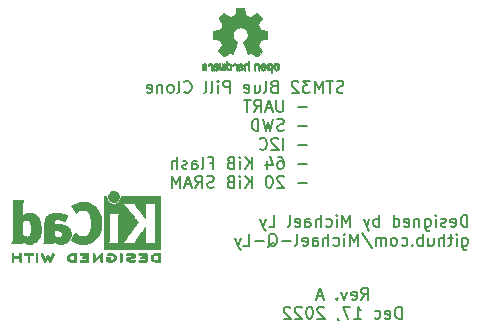
<source format=gbr>
%TF.GenerationSoftware,KiCad,Pcbnew,(6.0.9)*%
%TF.CreationDate,2022-12-17T23:29:56-06:00*%
%TF.ProjectId,STM32_Bluepill,53544d33-325f-4426-9c75-6570696c6c2e,A*%
%TF.SameCoordinates,Original*%
%TF.FileFunction,Legend,Bot*%
%TF.FilePolarity,Positive*%
%FSLAX46Y46*%
G04 Gerber Fmt 4.6, Leading zero omitted, Abs format (unit mm)*
G04 Created by KiCad (PCBNEW (6.0.9)) date 2022-12-17 23:29:56*
%MOMM*%
%LPD*%
G01*
G04 APERTURE LIST*
%ADD10C,0.150000*%
%ADD11C,0.010000*%
G04 APERTURE END LIST*
D10*
X190320419Y-105768580D02*
X190653752Y-105292390D01*
X190891847Y-105768580D02*
X190891847Y-104768580D01*
X190510895Y-104768580D01*
X190415657Y-104816200D01*
X190368038Y-104863819D01*
X190320419Y-104959057D01*
X190320419Y-105101914D01*
X190368038Y-105197152D01*
X190415657Y-105244771D01*
X190510895Y-105292390D01*
X190891847Y-105292390D01*
X189510895Y-105720961D02*
X189606133Y-105768580D01*
X189796609Y-105768580D01*
X189891847Y-105720961D01*
X189939466Y-105625723D01*
X189939466Y-105244771D01*
X189891847Y-105149533D01*
X189796609Y-105101914D01*
X189606133Y-105101914D01*
X189510895Y-105149533D01*
X189463276Y-105244771D01*
X189463276Y-105340009D01*
X189939466Y-105435247D01*
X189129942Y-105101914D02*
X188891847Y-105768580D01*
X188653752Y-105101914D01*
X188272800Y-105673342D02*
X188225180Y-105720961D01*
X188272800Y-105768580D01*
X188320419Y-105720961D01*
X188272800Y-105673342D01*
X188272800Y-105768580D01*
X187082323Y-105482866D02*
X186606133Y-105482866D01*
X187177561Y-105768580D02*
X186844228Y-104768580D01*
X186510895Y-105768580D01*
X193748990Y-107378580D02*
X193748990Y-106378580D01*
X193510895Y-106378580D01*
X193368038Y-106426200D01*
X193272800Y-106521438D01*
X193225180Y-106616676D01*
X193177561Y-106807152D01*
X193177561Y-106950009D01*
X193225180Y-107140485D01*
X193272800Y-107235723D01*
X193368038Y-107330961D01*
X193510895Y-107378580D01*
X193748990Y-107378580D01*
X192368038Y-107330961D02*
X192463276Y-107378580D01*
X192653752Y-107378580D01*
X192748990Y-107330961D01*
X192796609Y-107235723D01*
X192796609Y-106854771D01*
X192748990Y-106759533D01*
X192653752Y-106711914D01*
X192463276Y-106711914D01*
X192368038Y-106759533D01*
X192320419Y-106854771D01*
X192320419Y-106950009D01*
X192796609Y-107045247D01*
X191463276Y-107330961D02*
X191558514Y-107378580D01*
X191748990Y-107378580D01*
X191844228Y-107330961D01*
X191891847Y-107283342D01*
X191939466Y-107188104D01*
X191939466Y-106902390D01*
X191891847Y-106807152D01*
X191844228Y-106759533D01*
X191748990Y-106711914D01*
X191558514Y-106711914D01*
X191463276Y-106759533D01*
X189748990Y-107378580D02*
X190320419Y-107378580D01*
X190034704Y-107378580D02*
X190034704Y-106378580D01*
X190129942Y-106521438D01*
X190225180Y-106616676D01*
X190320419Y-106664295D01*
X189415657Y-106378580D02*
X188748990Y-106378580D01*
X189177561Y-107378580D01*
X188320419Y-107330961D02*
X188320419Y-107378580D01*
X188368038Y-107473819D01*
X188415657Y-107521438D01*
X187177561Y-106473819D02*
X187129942Y-106426200D01*
X187034704Y-106378580D01*
X186796609Y-106378580D01*
X186701371Y-106426200D01*
X186653752Y-106473819D01*
X186606133Y-106569057D01*
X186606133Y-106664295D01*
X186653752Y-106807152D01*
X187225180Y-107378580D01*
X186606133Y-107378580D01*
X185987085Y-106378580D02*
X185891847Y-106378580D01*
X185796609Y-106426200D01*
X185748990Y-106473819D01*
X185701371Y-106569057D01*
X185653752Y-106759533D01*
X185653752Y-106997628D01*
X185701371Y-107188104D01*
X185748990Y-107283342D01*
X185796609Y-107330961D01*
X185891847Y-107378580D01*
X185987085Y-107378580D01*
X186082323Y-107330961D01*
X186129942Y-107283342D01*
X186177561Y-107188104D01*
X186225180Y-106997628D01*
X186225180Y-106759533D01*
X186177561Y-106569057D01*
X186129942Y-106473819D01*
X186082323Y-106426200D01*
X185987085Y-106378580D01*
X185272800Y-106473819D02*
X185225180Y-106426200D01*
X185129942Y-106378580D01*
X184891847Y-106378580D01*
X184796609Y-106426200D01*
X184748990Y-106473819D01*
X184701371Y-106569057D01*
X184701371Y-106664295D01*
X184748990Y-106807152D01*
X185320419Y-107378580D01*
X184701371Y-107378580D01*
X184320419Y-106473819D02*
X184272800Y-106426200D01*
X184177561Y-106378580D01*
X183939466Y-106378580D01*
X183844228Y-106426200D01*
X183796609Y-106473819D01*
X183748990Y-106569057D01*
X183748990Y-106664295D01*
X183796609Y-106807152D01*
X184368038Y-107378580D01*
X183748990Y-107378580D01*
X188815023Y-88200761D02*
X188672166Y-88248380D01*
X188434071Y-88248380D01*
X188338833Y-88200761D01*
X188291214Y-88153142D01*
X188243595Y-88057904D01*
X188243595Y-87962666D01*
X188291214Y-87867428D01*
X188338833Y-87819809D01*
X188434071Y-87772190D01*
X188624547Y-87724571D01*
X188719785Y-87676952D01*
X188767404Y-87629333D01*
X188815023Y-87534095D01*
X188815023Y-87438857D01*
X188767404Y-87343619D01*
X188719785Y-87296000D01*
X188624547Y-87248380D01*
X188386452Y-87248380D01*
X188243595Y-87296000D01*
X187957880Y-87248380D02*
X187386452Y-87248380D01*
X187672166Y-88248380D02*
X187672166Y-87248380D01*
X187053119Y-88248380D02*
X187053119Y-87248380D01*
X186719785Y-87962666D01*
X186386452Y-87248380D01*
X186386452Y-88248380D01*
X186005500Y-87248380D02*
X185386452Y-87248380D01*
X185719785Y-87629333D01*
X185576928Y-87629333D01*
X185481690Y-87676952D01*
X185434071Y-87724571D01*
X185386452Y-87819809D01*
X185386452Y-88057904D01*
X185434071Y-88153142D01*
X185481690Y-88200761D01*
X185576928Y-88248380D01*
X185862642Y-88248380D01*
X185957880Y-88200761D01*
X186005500Y-88153142D01*
X185005500Y-87343619D02*
X184957880Y-87296000D01*
X184862642Y-87248380D01*
X184624547Y-87248380D01*
X184529309Y-87296000D01*
X184481690Y-87343619D01*
X184434071Y-87438857D01*
X184434071Y-87534095D01*
X184481690Y-87676952D01*
X185053119Y-88248380D01*
X184434071Y-88248380D01*
X182910261Y-87724571D02*
X182767404Y-87772190D01*
X182719785Y-87819809D01*
X182672166Y-87915047D01*
X182672166Y-88057904D01*
X182719785Y-88153142D01*
X182767404Y-88200761D01*
X182862642Y-88248380D01*
X183243595Y-88248380D01*
X183243595Y-87248380D01*
X182910261Y-87248380D01*
X182815023Y-87296000D01*
X182767404Y-87343619D01*
X182719785Y-87438857D01*
X182719785Y-87534095D01*
X182767404Y-87629333D01*
X182815023Y-87676952D01*
X182910261Y-87724571D01*
X183243595Y-87724571D01*
X182100738Y-88248380D02*
X182195976Y-88200761D01*
X182243595Y-88105523D01*
X182243595Y-87248380D01*
X181291214Y-87581714D02*
X181291214Y-88248380D01*
X181719785Y-87581714D02*
X181719785Y-88105523D01*
X181672166Y-88200761D01*
X181576928Y-88248380D01*
X181434071Y-88248380D01*
X181338833Y-88200761D01*
X181291214Y-88153142D01*
X180434071Y-88200761D02*
X180529309Y-88248380D01*
X180719785Y-88248380D01*
X180815023Y-88200761D01*
X180862642Y-88105523D01*
X180862642Y-87724571D01*
X180815023Y-87629333D01*
X180719785Y-87581714D01*
X180529309Y-87581714D01*
X180434071Y-87629333D01*
X180386452Y-87724571D01*
X180386452Y-87819809D01*
X180862642Y-87915047D01*
X179195976Y-88248380D02*
X179195976Y-87248380D01*
X178815023Y-87248380D01*
X178719785Y-87296000D01*
X178672166Y-87343619D01*
X178624547Y-87438857D01*
X178624547Y-87581714D01*
X178672166Y-87676952D01*
X178719785Y-87724571D01*
X178815023Y-87772190D01*
X179195976Y-87772190D01*
X178195976Y-88248380D02*
X178195976Y-87581714D01*
X178195976Y-87248380D02*
X178243595Y-87296000D01*
X178195976Y-87343619D01*
X178148357Y-87296000D01*
X178195976Y-87248380D01*
X178195976Y-87343619D01*
X177576928Y-88248380D02*
X177672166Y-88200761D01*
X177719785Y-88105523D01*
X177719785Y-87248380D01*
X177053119Y-88248380D02*
X177148357Y-88200761D01*
X177195976Y-88105523D01*
X177195976Y-87248380D01*
X175338833Y-88153142D02*
X175386452Y-88200761D01*
X175529309Y-88248380D01*
X175624547Y-88248380D01*
X175767404Y-88200761D01*
X175862642Y-88105523D01*
X175910261Y-88010285D01*
X175957880Y-87819809D01*
X175957880Y-87676952D01*
X175910261Y-87486476D01*
X175862642Y-87391238D01*
X175767404Y-87296000D01*
X175624547Y-87248380D01*
X175529309Y-87248380D01*
X175386452Y-87296000D01*
X175338833Y-87343619D01*
X174767404Y-88248380D02*
X174862642Y-88200761D01*
X174910261Y-88105523D01*
X174910261Y-87248380D01*
X174243595Y-88248380D02*
X174338833Y-88200761D01*
X174386452Y-88153142D01*
X174434071Y-88057904D01*
X174434071Y-87772190D01*
X174386452Y-87676952D01*
X174338833Y-87629333D01*
X174243595Y-87581714D01*
X174100738Y-87581714D01*
X174005500Y-87629333D01*
X173957880Y-87676952D01*
X173910261Y-87772190D01*
X173910261Y-88057904D01*
X173957880Y-88153142D01*
X174005500Y-88200761D01*
X174100738Y-88248380D01*
X174243595Y-88248380D01*
X173481690Y-87581714D02*
X173481690Y-88248380D01*
X173481690Y-87676952D02*
X173434071Y-87629333D01*
X173338833Y-87581714D01*
X173195976Y-87581714D01*
X173100738Y-87629333D01*
X173053119Y-87724571D01*
X173053119Y-88248380D01*
X172195976Y-88200761D02*
X172291214Y-88248380D01*
X172481690Y-88248380D01*
X172576928Y-88200761D01*
X172624547Y-88105523D01*
X172624547Y-87724571D01*
X172576928Y-87629333D01*
X172481690Y-87581714D01*
X172291214Y-87581714D01*
X172195976Y-87629333D01*
X172148357Y-87724571D01*
X172148357Y-87819809D01*
X172624547Y-87915047D01*
X185719785Y-89477428D02*
X184957880Y-89477428D01*
X183719785Y-88858380D02*
X183719785Y-89667904D01*
X183672166Y-89763142D01*
X183624547Y-89810761D01*
X183529309Y-89858380D01*
X183338833Y-89858380D01*
X183243595Y-89810761D01*
X183195976Y-89763142D01*
X183148357Y-89667904D01*
X183148357Y-88858380D01*
X182719785Y-89572666D02*
X182243595Y-89572666D01*
X182815023Y-89858380D02*
X182481690Y-88858380D01*
X182148357Y-89858380D01*
X181243595Y-89858380D02*
X181576928Y-89382190D01*
X181815023Y-89858380D02*
X181815023Y-88858380D01*
X181434071Y-88858380D01*
X181338833Y-88906000D01*
X181291214Y-88953619D01*
X181243595Y-89048857D01*
X181243595Y-89191714D01*
X181291214Y-89286952D01*
X181338833Y-89334571D01*
X181434071Y-89382190D01*
X181815023Y-89382190D01*
X180957880Y-88858380D02*
X180386452Y-88858380D01*
X180672166Y-89858380D02*
X180672166Y-88858380D01*
X185719785Y-91087428D02*
X184957880Y-91087428D01*
X183767404Y-91420761D02*
X183624547Y-91468380D01*
X183386452Y-91468380D01*
X183291214Y-91420761D01*
X183243595Y-91373142D01*
X183195976Y-91277904D01*
X183195976Y-91182666D01*
X183243595Y-91087428D01*
X183291214Y-91039809D01*
X183386452Y-90992190D01*
X183576928Y-90944571D01*
X183672166Y-90896952D01*
X183719785Y-90849333D01*
X183767404Y-90754095D01*
X183767404Y-90658857D01*
X183719785Y-90563619D01*
X183672166Y-90516000D01*
X183576928Y-90468380D01*
X183338833Y-90468380D01*
X183195976Y-90516000D01*
X182862642Y-90468380D02*
X182624547Y-91468380D01*
X182434071Y-90754095D01*
X182243595Y-91468380D01*
X182005500Y-90468380D01*
X181624547Y-91468380D02*
X181624547Y-90468380D01*
X181386452Y-90468380D01*
X181243595Y-90516000D01*
X181148357Y-90611238D01*
X181100738Y-90706476D01*
X181053119Y-90896952D01*
X181053119Y-91039809D01*
X181100738Y-91230285D01*
X181148357Y-91325523D01*
X181243595Y-91420761D01*
X181386452Y-91468380D01*
X181624547Y-91468380D01*
X185719785Y-92697428D02*
X184957880Y-92697428D01*
X183719785Y-93078380D02*
X183719785Y-92078380D01*
X183291214Y-92173619D02*
X183243595Y-92126000D01*
X183148357Y-92078380D01*
X182910261Y-92078380D01*
X182815023Y-92126000D01*
X182767404Y-92173619D01*
X182719785Y-92268857D01*
X182719785Y-92364095D01*
X182767404Y-92506952D01*
X183338833Y-93078380D01*
X182719785Y-93078380D01*
X181719785Y-92983142D02*
X181767404Y-93030761D01*
X181910261Y-93078380D01*
X182005500Y-93078380D01*
X182148357Y-93030761D01*
X182243595Y-92935523D01*
X182291214Y-92840285D01*
X182338833Y-92649809D01*
X182338833Y-92506952D01*
X182291214Y-92316476D01*
X182243595Y-92221238D01*
X182148357Y-92126000D01*
X182005500Y-92078380D01*
X181910261Y-92078380D01*
X181767404Y-92126000D01*
X181719785Y-92173619D01*
X185719785Y-94307428D02*
X184957880Y-94307428D01*
X183291214Y-93688380D02*
X183481690Y-93688380D01*
X183576928Y-93736000D01*
X183624547Y-93783619D01*
X183719785Y-93926476D01*
X183767404Y-94116952D01*
X183767404Y-94497904D01*
X183719785Y-94593142D01*
X183672166Y-94640761D01*
X183576928Y-94688380D01*
X183386452Y-94688380D01*
X183291214Y-94640761D01*
X183243595Y-94593142D01*
X183195976Y-94497904D01*
X183195976Y-94259809D01*
X183243595Y-94164571D01*
X183291214Y-94116952D01*
X183386452Y-94069333D01*
X183576928Y-94069333D01*
X183672166Y-94116952D01*
X183719785Y-94164571D01*
X183767404Y-94259809D01*
X182338833Y-94021714D02*
X182338833Y-94688380D01*
X182576928Y-93640761D02*
X182815023Y-94355047D01*
X182195976Y-94355047D01*
X181053119Y-94688380D02*
X181053119Y-93688380D01*
X180481690Y-94688380D02*
X180910261Y-94116952D01*
X180481690Y-93688380D02*
X181053119Y-94259809D01*
X180053119Y-94688380D02*
X180053119Y-94021714D01*
X180053119Y-93688380D02*
X180100738Y-93736000D01*
X180053119Y-93783619D01*
X180005500Y-93736000D01*
X180053119Y-93688380D01*
X180053119Y-93783619D01*
X179243595Y-94164571D02*
X179100738Y-94212190D01*
X179053119Y-94259809D01*
X179005500Y-94355047D01*
X179005500Y-94497904D01*
X179053119Y-94593142D01*
X179100738Y-94640761D01*
X179195976Y-94688380D01*
X179576928Y-94688380D01*
X179576928Y-93688380D01*
X179243595Y-93688380D01*
X179148357Y-93736000D01*
X179100738Y-93783619D01*
X179053119Y-93878857D01*
X179053119Y-93974095D01*
X179100738Y-94069333D01*
X179148357Y-94116952D01*
X179243595Y-94164571D01*
X179576928Y-94164571D01*
X177481690Y-94164571D02*
X177815023Y-94164571D01*
X177815023Y-94688380D02*
X177815023Y-93688380D01*
X177338833Y-93688380D01*
X176815023Y-94688380D02*
X176910261Y-94640761D01*
X176957880Y-94545523D01*
X176957880Y-93688380D01*
X176005500Y-94688380D02*
X176005500Y-94164571D01*
X176053119Y-94069333D01*
X176148357Y-94021714D01*
X176338833Y-94021714D01*
X176434071Y-94069333D01*
X176005500Y-94640761D02*
X176100738Y-94688380D01*
X176338833Y-94688380D01*
X176434071Y-94640761D01*
X176481690Y-94545523D01*
X176481690Y-94450285D01*
X176434071Y-94355047D01*
X176338833Y-94307428D01*
X176100738Y-94307428D01*
X176005500Y-94259809D01*
X175576928Y-94640761D02*
X175481690Y-94688380D01*
X175291214Y-94688380D01*
X175195976Y-94640761D01*
X175148357Y-94545523D01*
X175148357Y-94497904D01*
X175195976Y-94402666D01*
X175291214Y-94355047D01*
X175434071Y-94355047D01*
X175529309Y-94307428D01*
X175576928Y-94212190D01*
X175576928Y-94164571D01*
X175529309Y-94069333D01*
X175434071Y-94021714D01*
X175291214Y-94021714D01*
X175195976Y-94069333D01*
X174719785Y-94688380D02*
X174719785Y-93688380D01*
X174291214Y-94688380D02*
X174291214Y-94164571D01*
X174338833Y-94069333D01*
X174434071Y-94021714D01*
X174576928Y-94021714D01*
X174672166Y-94069333D01*
X174719785Y-94116952D01*
X185719785Y-95917428D02*
X184957880Y-95917428D01*
X183767404Y-95393619D02*
X183719785Y-95346000D01*
X183624547Y-95298380D01*
X183386452Y-95298380D01*
X183291214Y-95346000D01*
X183243595Y-95393619D01*
X183195976Y-95488857D01*
X183195976Y-95584095D01*
X183243595Y-95726952D01*
X183815023Y-96298380D01*
X183195976Y-96298380D01*
X182576928Y-95298380D02*
X182481690Y-95298380D01*
X182386452Y-95346000D01*
X182338833Y-95393619D01*
X182291214Y-95488857D01*
X182243595Y-95679333D01*
X182243595Y-95917428D01*
X182291214Y-96107904D01*
X182338833Y-96203142D01*
X182386452Y-96250761D01*
X182481690Y-96298380D01*
X182576928Y-96298380D01*
X182672166Y-96250761D01*
X182719785Y-96203142D01*
X182767404Y-96107904D01*
X182815023Y-95917428D01*
X182815023Y-95679333D01*
X182767404Y-95488857D01*
X182719785Y-95393619D01*
X182672166Y-95346000D01*
X182576928Y-95298380D01*
X181053119Y-96298380D02*
X181053119Y-95298380D01*
X180481690Y-96298380D02*
X180910261Y-95726952D01*
X180481690Y-95298380D02*
X181053119Y-95869809D01*
X180053119Y-96298380D02*
X180053119Y-95631714D01*
X180053119Y-95298380D02*
X180100738Y-95346000D01*
X180053119Y-95393619D01*
X180005500Y-95346000D01*
X180053119Y-95298380D01*
X180053119Y-95393619D01*
X179243595Y-95774571D02*
X179100738Y-95822190D01*
X179053119Y-95869809D01*
X179005500Y-95965047D01*
X179005500Y-96107904D01*
X179053119Y-96203142D01*
X179100738Y-96250761D01*
X179195976Y-96298380D01*
X179576928Y-96298380D01*
X179576928Y-95298380D01*
X179243595Y-95298380D01*
X179148357Y-95346000D01*
X179100738Y-95393619D01*
X179053119Y-95488857D01*
X179053119Y-95584095D01*
X179100738Y-95679333D01*
X179148357Y-95726952D01*
X179243595Y-95774571D01*
X179576928Y-95774571D01*
X177862642Y-96250761D02*
X177719785Y-96298380D01*
X177481690Y-96298380D01*
X177386452Y-96250761D01*
X177338833Y-96203142D01*
X177291214Y-96107904D01*
X177291214Y-96012666D01*
X177338833Y-95917428D01*
X177386452Y-95869809D01*
X177481690Y-95822190D01*
X177672166Y-95774571D01*
X177767404Y-95726952D01*
X177815023Y-95679333D01*
X177862642Y-95584095D01*
X177862642Y-95488857D01*
X177815023Y-95393619D01*
X177767404Y-95346000D01*
X177672166Y-95298380D01*
X177434071Y-95298380D01*
X177291214Y-95346000D01*
X176291214Y-96298380D02*
X176624547Y-95822190D01*
X176862642Y-96298380D02*
X176862642Y-95298380D01*
X176481690Y-95298380D01*
X176386452Y-95346000D01*
X176338833Y-95393619D01*
X176291214Y-95488857D01*
X176291214Y-95631714D01*
X176338833Y-95726952D01*
X176386452Y-95774571D01*
X176481690Y-95822190D01*
X176862642Y-95822190D01*
X175910261Y-96012666D02*
X175434071Y-96012666D01*
X176005500Y-96298380D02*
X175672166Y-95298380D01*
X175338833Y-96298380D01*
X175005500Y-96298380D02*
X175005500Y-95298380D01*
X174672166Y-96012666D01*
X174338833Y-95298380D01*
X174338833Y-96298380D01*
X199308404Y-99596380D02*
X199308404Y-98596380D01*
X199070309Y-98596380D01*
X198927452Y-98644000D01*
X198832214Y-98739238D01*
X198784595Y-98834476D01*
X198736976Y-99024952D01*
X198736976Y-99167809D01*
X198784595Y-99358285D01*
X198832214Y-99453523D01*
X198927452Y-99548761D01*
X199070309Y-99596380D01*
X199308404Y-99596380D01*
X197927452Y-99548761D02*
X198022690Y-99596380D01*
X198213166Y-99596380D01*
X198308404Y-99548761D01*
X198356023Y-99453523D01*
X198356023Y-99072571D01*
X198308404Y-98977333D01*
X198213166Y-98929714D01*
X198022690Y-98929714D01*
X197927452Y-98977333D01*
X197879833Y-99072571D01*
X197879833Y-99167809D01*
X198356023Y-99263047D01*
X197498880Y-99548761D02*
X197403642Y-99596380D01*
X197213166Y-99596380D01*
X197117928Y-99548761D01*
X197070309Y-99453523D01*
X197070309Y-99405904D01*
X197117928Y-99310666D01*
X197213166Y-99263047D01*
X197356023Y-99263047D01*
X197451261Y-99215428D01*
X197498880Y-99120190D01*
X197498880Y-99072571D01*
X197451261Y-98977333D01*
X197356023Y-98929714D01*
X197213166Y-98929714D01*
X197117928Y-98977333D01*
X196641738Y-99596380D02*
X196641738Y-98929714D01*
X196641738Y-98596380D02*
X196689357Y-98644000D01*
X196641738Y-98691619D01*
X196594119Y-98644000D01*
X196641738Y-98596380D01*
X196641738Y-98691619D01*
X195736976Y-98929714D02*
X195736976Y-99739238D01*
X195784595Y-99834476D01*
X195832214Y-99882095D01*
X195927452Y-99929714D01*
X196070309Y-99929714D01*
X196165547Y-99882095D01*
X195736976Y-99548761D02*
X195832214Y-99596380D01*
X196022690Y-99596380D01*
X196117928Y-99548761D01*
X196165547Y-99501142D01*
X196213166Y-99405904D01*
X196213166Y-99120190D01*
X196165547Y-99024952D01*
X196117928Y-98977333D01*
X196022690Y-98929714D01*
X195832214Y-98929714D01*
X195736976Y-98977333D01*
X195260785Y-98929714D02*
X195260785Y-99596380D01*
X195260785Y-99024952D02*
X195213166Y-98977333D01*
X195117928Y-98929714D01*
X194975071Y-98929714D01*
X194879833Y-98977333D01*
X194832214Y-99072571D01*
X194832214Y-99596380D01*
X193975071Y-99548761D02*
X194070309Y-99596380D01*
X194260785Y-99596380D01*
X194356023Y-99548761D01*
X194403642Y-99453523D01*
X194403642Y-99072571D01*
X194356023Y-98977333D01*
X194260785Y-98929714D01*
X194070309Y-98929714D01*
X193975071Y-98977333D01*
X193927452Y-99072571D01*
X193927452Y-99167809D01*
X194403642Y-99263047D01*
X193070309Y-99596380D02*
X193070309Y-98596380D01*
X193070309Y-99548761D02*
X193165547Y-99596380D01*
X193356023Y-99596380D01*
X193451261Y-99548761D01*
X193498880Y-99501142D01*
X193546500Y-99405904D01*
X193546500Y-99120190D01*
X193498880Y-99024952D01*
X193451261Y-98977333D01*
X193356023Y-98929714D01*
X193165547Y-98929714D01*
X193070309Y-98977333D01*
X191832214Y-99596380D02*
X191832214Y-98596380D01*
X191832214Y-98977333D02*
X191736976Y-98929714D01*
X191546500Y-98929714D01*
X191451261Y-98977333D01*
X191403642Y-99024952D01*
X191356023Y-99120190D01*
X191356023Y-99405904D01*
X191403642Y-99501142D01*
X191451261Y-99548761D01*
X191546500Y-99596380D01*
X191736976Y-99596380D01*
X191832214Y-99548761D01*
X191022690Y-98929714D02*
X190784595Y-99596380D01*
X190546500Y-98929714D02*
X190784595Y-99596380D01*
X190879833Y-99834476D01*
X190927452Y-99882095D01*
X191022690Y-99929714D01*
X189403642Y-99596380D02*
X189403642Y-98596380D01*
X189070309Y-99310666D01*
X188736976Y-98596380D01*
X188736976Y-99596380D01*
X188260785Y-99596380D02*
X188260785Y-98929714D01*
X188260785Y-98596380D02*
X188308404Y-98644000D01*
X188260785Y-98691619D01*
X188213166Y-98644000D01*
X188260785Y-98596380D01*
X188260785Y-98691619D01*
X187356023Y-99548761D02*
X187451261Y-99596380D01*
X187641738Y-99596380D01*
X187736976Y-99548761D01*
X187784595Y-99501142D01*
X187832214Y-99405904D01*
X187832214Y-99120190D01*
X187784595Y-99024952D01*
X187736976Y-98977333D01*
X187641738Y-98929714D01*
X187451261Y-98929714D01*
X187356023Y-98977333D01*
X186927452Y-99596380D02*
X186927452Y-98596380D01*
X186498880Y-99596380D02*
X186498880Y-99072571D01*
X186546500Y-98977333D01*
X186641738Y-98929714D01*
X186784595Y-98929714D01*
X186879833Y-98977333D01*
X186927452Y-99024952D01*
X185594119Y-99596380D02*
X185594119Y-99072571D01*
X185641738Y-98977333D01*
X185736976Y-98929714D01*
X185927452Y-98929714D01*
X186022690Y-98977333D01*
X185594119Y-99548761D02*
X185689357Y-99596380D01*
X185927452Y-99596380D01*
X186022690Y-99548761D01*
X186070309Y-99453523D01*
X186070309Y-99358285D01*
X186022690Y-99263047D01*
X185927452Y-99215428D01*
X185689357Y-99215428D01*
X185594119Y-99167809D01*
X184736976Y-99548761D02*
X184832214Y-99596380D01*
X185022690Y-99596380D01*
X185117928Y-99548761D01*
X185165547Y-99453523D01*
X185165547Y-99072571D01*
X185117928Y-98977333D01*
X185022690Y-98929714D01*
X184832214Y-98929714D01*
X184736976Y-98977333D01*
X184689357Y-99072571D01*
X184689357Y-99167809D01*
X185165547Y-99263047D01*
X184117928Y-99596380D02*
X184213166Y-99548761D01*
X184260785Y-99453523D01*
X184260785Y-98596380D01*
X182498880Y-99596380D02*
X182975071Y-99596380D01*
X182975071Y-98596380D01*
X182260785Y-98929714D02*
X182022690Y-99596380D01*
X181784595Y-98929714D02*
X182022690Y-99596380D01*
X182117928Y-99834476D01*
X182165547Y-99882095D01*
X182260785Y-99929714D01*
X198879833Y-100539714D02*
X198879833Y-101349238D01*
X198927452Y-101444476D01*
X198975071Y-101492095D01*
X199070309Y-101539714D01*
X199213166Y-101539714D01*
X199308404Y-101492095D01*
X198879833Y-101158761D02*
X198975071Y-101206380D01*
X199165547Y-101206380D01*
X199260785Y-101158761D01*
X199308404Y-101111142D01*
X199356023Y-101015904D01*
X199356023Y-100730190D01*
X199308404Y-100634952D01*
X199260785Y-100587333D01*
X199165547Y-100539714D01*
X198975071Y-100539714D01*
X198879833Y-100587333D01*
X198403642Y-101206380D02*
X198403642Y-100539714D01*
X198403642Y-100206380D02*
X198451261Y-100254000D01*
X198403642Y-100301619D01*
X198356023Y-100254000D01*
X198403642Y-100206380D01*
X198403642Y-100301619D01*
X198070309Y-100539714D02*
X197689357Y-100539714D01*
X197927452Y-100206380D02*
X197927452Y-101063523D01*
X197879833Y-101158761D01*
X197784595Y-101206380D01*
X197689357Y-101206380D01*
X197356023Y-101206380D02*
X197356023Y-100206380D01*
X196927452Y-101206380D02*
X196927452Y-100682571D01*
X196975071Y-100587333D01*
X197070309Y-100539714D01*
X197213166Y-100539714D01*
X197308404Y-100587333D01*
X197356023Y-100634952D01*
X196022690Y-100539714D02*
X196022690Y-101206380D01*
X196451261Y-100539714D02*
X196451261Y-101063523D01*
X196403642Y-101158761D01*
X196308404Y-101206380D01*
X196165547Y-101206380D01*
X196070309Y-101158761D01*
X196022690Y-101111142D01*
X195546500Y-101206380D02*
X195546500Y-100206380D01*
X195546500Y-100587333D02*
X195451261Y-100539714D01*
X195260785Y-100539714D01*
X195165547Y-100587333D01*
X195117928Y-100634952D01*
X195070309Y-100730190D01*
X195070309Y-101015904D01*
X195117928Y-101111142D01*
X195165547Y-101158761D01*
X195260785Y-101206380D01*
X195451261Y-101206380D01*
X195546500Y-101158761D01*
X194641738Y-101111142D02*
X194594119Y-101158761D01*
X194641738Y-101206380D01*
X194689357Y-101158761D01*
X194641738Y-101111142D01*
X194641738Y-101206380D01*
X193736976Y-101158761D02*
X193832214Y-101206380D01*
X194022690Y-101206380D01*
X194117928Y-101158761D01*
X194165547Y-101111142D01*
X194213166Y-101015904D01*
X194213166Y-100730190D01*
X194165547Y-100634952D01*
X194117928Y-100587333D01*
X194022690Y-100539714D01*
X193832214Y-100539714D01*
X193736976Y-100587333D01*
X193165547Y-101206380D02*
X193260785Y-101158761D01*
X193308404Y-101111142D01*
X193356023Y-101015904D01*
X193356023Y-100730190D01*
X193308404Y-100634952D01*
X193260785Y-100587333D01*
X193165547Y-100539714D01*
X193022690Y-100539714D01*
X192927452Y-100587333D01*
X192879833Y-100634952D01*
X192832214Y-100730190D01*
X192832214Y-101015904D01*
X192879833Y-101111142D01*
X192927452Y-101158761D01*
X193022690Y-101206380D01*
X193165547Y-101206380D01*
X192403642Y-101206380D02*
X192403642Y-100539714D01*
X192403642Y-100634952D02*
X192356023Y-100587333D01*
X192260785Y-100539714D01*
X192117928Y-100539714D01*
X192022690Y-100587333D01*
X191975071Y-100682571D01*
X191975071Y-101206380D01*
X191975071Y-100682571D02*
X191927452Y-100587333D01*
X191832214Y-100539714D01*
X191689357Y-100539714D01*
X191594119Y-100587333D01*
X191546500Y-100682571D01*
X191546500Y-101206380D01*
X190356023Y-100158761D02*
X191213166Y-101444476D01*
X190022690Y-101206380D02*
X190022690Y-100206380D01*
X189689357Y-100920666D01*
X189356023Y-100206380D01*
X189356023Y-101206380D01*
X188879833Y-101206380D02*
X188879833Y-100539714D01*
X188879833Y-100206380D02*
X188927452Y-100254000D01*
X188879833Y-100301619D01*
X188832214Y-100254000D01*
X188879833Y-100206380D01*
X188879833Y-100301619D01*
X187975071Y-101158761D02*
X188070309Y-101206380D01*
X188260785Y-101206380D01*
X188356023Y-101158761D01*
X188403642Y-101111142D01*
X188451261Y-101015904D01*
X188451261Y-100730190D01*
X188403642Y-100634952D01*
X188356023Y-100587333D01*
X188260785Y-100539714D01*
X188070309Y-100539714D01*
X187975071Y-100587333D01*
X187546500Y-101206380D02*
X187546500Y-100206380D01*
X187117928Y-101206380D02*
X187117928Y-100682571D01*
X187165547Y-100587333D01*
X187260785Y-100539714D01*
X187403642Y-100539714D01*
X187498880Y-100587333D01*
X187546500Y-100634952D01*
X186213166Y-101206380D02*
X186213166Y-100682571D01*
X186260785Y-100587333D01*
X186356023Y-100539714D01*
X186546500Y-100539714D01*
X186641738Y-100587333D01*
X186213166Y-101158761D02*
X186308404Y-101206380D01*
X186546500Y-101206380D01*
X186641738Y-101158761D01*
X186689357Y-101063523D01*
X186689357Y-100968285D01*
X186641738Y-100873047D01*
X186546500Y-100825428D01*
X186308404Y-100825428D01*
X186213166Y-100777809D01*
X185356023Y-101158761D02*
X185451261Y-101206380D01*
X185641738Y-101206380D01*
X185736976Y-101158761D01*
X185784595Y-101063523D01*
X185784595Y-100682571D01*
X185736976Y-100587333D01*
X185641738Y-100539714D01*
X185451261Y-100539714D01*
X185356023Y-100587333D01*
X185308404Y-100682571D01*
X185308404Y-100777809D01*
X185784595Y-100873047D01*
X184736976Y-101206380D02*
X184832214Y-101158761D01*
X184879833Y-101063523D01*
X184879833Y-100206380D01*
X184356023Y-100825428D02*
X183594119Y-100825428D01*
X182451261Y-101301619D02*
X182546500Y-101254000D01*
X182641738Y-101158761D01*
X182784595Y-101015904D01*
X182879833Y-100968285D01*
X182975071Y-100968285D01*
X182927452Y-101206380D02*
X183022690Y-101158761D01*
X183117928Y-101063523D01*
X183165547Y-100873047D01*
X183165547Y-100539714D01*
X183117928Y-100349238D01*
X183022690Y-100254000D01*
X182927452Y-100206380D01*
X182736976Y-100206380D01*
X182641738Y-100254000D01*
X182546500Y-100349238D01*
X182498880Y-100539714D01*
X182498880Y-100873047D01*
X182546500Y-101063523D01*
X182641738Y-101158761D01*
X182736976Y-101206380D01*
X182927452Y-101206380D01*
X182070309Y-100825428D02*
X181308404Y-100825428D01*
X180356023Y-101206380D02*
X180832214Y-101206380D01*
X180832214Y-100206380D01*
X180117928Y-100539714D02*
X179879833Y-101206380D01*
X179641738Y-100539714D02*
X179879833Y-101206380D01*
X179975071Y-101444476D01*
X180022690Y-101492095D01*
X180117928Y-101539714D01*
%TO.C,REF\u002A\u002A*%
G36*
X178739941Y-85769282D02*
G01*
X178771774Y-85781758D01*
X178808743Y-85798602D01*
X178808743Y-86285196D01*
X178762812Y-86331127D01*
X178752320Y-86341427D01*
X178723255Y-86364320D01*
X178693943Y-86371735D01*
X178650326Y-86368321D01*
X178632568Y-86366114D01*
X178586767Y-86361445D01*
X178554743Y-86359585D01*
X178545244Y-86359869D01*
X178506274Y-86362948D01*
X178459160Y-86368321D01*
X178444085Y-86370168D01*
X178406110Y-86370893D01*
X178378325Y-86359429D01*
X178346674Y-86331127D01*
X178300743Y-86285196D01*
X178300743Y-86025055D01*
X178301101Y-85948180D01*
X178302216Y-85874886D01*
X178303952Y-85816850D01*
X178306167Y-85778663D01*
X178308721Y-85764914D01*
X178309256Y-85764951D01*
X178327808Y-85771793D01*
X178359153Y-85786868D01*
X178401608Y-85808822D01*
X178405604Y-86037240D01*
X178409600Y-86265657D01*
X178496686Y-86265657D01*
X178500657Y-86015286D01*
X178501916Y-85947227D01*
X178503718Y-85874482D01*
X178505671Y-85816730D01*
X178507612Y-85778648D01*
X178509377Y-85764914D01*
X178509885Y-85764962D01*
X178527482Y-85770015D01*
X178559834Y-85780849D01*
X178605543Y-85796783D01*
X178605765Y-86016706D01*
X178605988Y-86054909D01*
X178607531Y-86129146D01*
X178610292Y-86191145D01*
X178613977Y-86235308D01*
X178618292Y-86256041D01*
X178633732Y-86267131D01*
X178665241Y-86270556D01*
X178699886Y-86265657D01*
X178703857Y-86015286D01*
X178705278Y-85951663D01*
X178708225Y-85876356D01*
X178712079Y-85817286D01*
X178716542Y-85778718D01*
X178721317Y-85764914D01*
X178739941Y-85769282D01*
G37*
D11*
X178739941Y-85769282D02*
X178771774Y-85781758D01*
X178808743Y-85798602D01*
X178808743Y-86285196D01*
X178762812Y-86331127D01*
X178752320Y-86341427D01*
X178723255Y-86364320D01*
X178693943Y-86371735D01*
X178650326Y-86368321D01*
X178632568Y-86366114D01*
X178586767Y-86361445D01*
X178554743Y-86359585D01*
X178545244Y-86359869D01*
X178506274Y-86362948D01*
X178459160Y-86368321D01*
X178444085Y-86370168D01*
X178406110Y-86370893D01*
X178378325Y-86359429D01*
X178346674Y-86331127D01*
X178300743Y-86285196D01*
X178300743Y-86025055D01*
X178301101Y-85948180D01*
X178302216Y-85874886D01*
X178303952Y-85816850D01*
X178306167Y-85778663D01*
X178308721Y-85764914D01*
X178309256Y-85764951D01*
X178327808Y-85771793D01*
X178359153Y-85786868D01*
X178401608Y-85808822D01*
X178405604Y-86037240D01*
X178409600Y-86265657D01*
X178496686Y-86265657D01*
X178500657Y-86015286D01*
X178501916Y-85947227D01*
X178503718Y-85874482D01*
X178505671Y-85816730D01*
X178507612Y-85778648D01*
X178509377Y-85764914D01*
X178509885Y-85764962D01*
X178527482Y-85770015D01*
X178559834Y-85780849D01*
X178605543Y-85796783D01*
X178605765Y-86016706D01*
X178605988Y-86054909D01*
X178607531Y-86129146D01*
X178610292Y-86191145D01*
X178613977Y-86235308D01*
X178618292Y-86256041D01*
X178633732Y-86267131D01*
X178665241Y-86270556D01*
X178699886Y-86265657D01*
X178703857Y-86015286D01*
X178705278Y-85951663D01*
X178708225Y-85876356D01*
X178712079Y-85817286D01*
X178716542Y-85778718D01*
X178721317Y-85764914D01*
X178739941Y-85769282D01*
G36*
X181517020Y-85737822D02*
G01*
X181584810Y-85769680D01*
X181640366Y-85824770D01*
X181651881Y-85842016D01*
X181661432Y-85861562D01*
X181668206Y-85886198D01*
X181672819Y-85920711D01*
X181675888Y-85969889D01*
X181678029Y-86038519D01*
X181679859Y-86131389D01*
X181684404Y-86389007D01*
X181646225Y-86374491D01*
X181611268Y-86361156D01*
X181585097Y-86348323D01*
X181568013Y-86331780D01*
X181558086Y-86306465D01*
X181553386Y-86267316D01*
X181551982Y-86209268D01*
X181551943Y-86127261D01*
X181551744Y-86061895D01*
X181550559Y-85999173D01*
X181547729Y-85956334D01*
X181542609Y-85928220D01*
X181534553Y-85909675D01*
X181522914Y-85895543D01*
X181494303Y-85875600D01*
X181446239Y-85868083D01*
X181398688Y-85887079D01*
X181395550Y-85889511D01*
X181385769Y-85900748D01*
X181378553Y-85918770D01*
X181373299Y-85948026D01*
X181369402Y-85992962D01*
X181366256Y-86058028D01*
X181363257Y-86147670D01*
X181356000Y-86387697D01*
X181294314Y-86360044D01*
X181232629Y-86332391D01*
X181232629Y-86113246D01*
X181232884Y-86053711D01*
X181235086Y-85970892D01*
X181240661Y-85909227D01*
X181250941Y-85863748D01*
X181267258Y-85829484D01*
X181290943Y-85801466D01*
X181323328Y-85774723D01*
X181369907Y-85747780D01*
X181443287Y-85730191D01*
X181517020Y-85737822D01*
G37*
X181517020Y-85737822D02*
X181584810Y-85769680D01*
X181640366Y-85824770D01*
X181651881Y-85842016D01*
X181661432Y-85861562D01*
X181668206Y-85886198D01*
X181672819Y-85920711D01*
X181675888Y-85969889D01*
X181678029Y-86038519D01*
X181679859Y-86131389D01*
X181684404Y-86389007D01*
X181646225Y-86374491D01*
X181611268Y-86361156D01*
X181585097Y-86348323D01*
X181568013Y-86331780D01*
X181558086Y-86306465D01*
X181553386Y-86267316D01*
X181551982Y-86209268D01*
X181551943Y-86127261D01*
X181551744Y-86061895D01*
X181550559Y-85999173D01*
X181547729Y-85956334D01*
X181542609Y-85928220D01*
X181534553Y-85909675D01*
X181522914Y-85895543D01*
X181494303Y-85875600D01*
X181446239Y-85868083D01*
X181398688Y-85887079D01*
X181395550Y-85889511D01*
X181385769Y-85900748D01*
X181378553Y-85918770D01*
X181373299Y-85948026D01*
X181369402Y-85992962D01*
X181366256Y-86058028D01*
X181363257Y-86147670D01*
X181356000Y-86387697D01*
X181294314Y-86360044D01*
X181232629Y-86332391D01*
X181232629Y-86113246D01*
X181232884Y-86053711D01*
X181235086Y-85970892D01*
X181240661Y-85909227D01*
X181250941Y-85863748D01*
X181267258Y-85829484D01*
X181290943Y-85801466D01*
X181323328Y-85774723D01*
X181369907Y-85747780D01*
X181443287Y-85730191D01*
X181517020Y-85737822D01*
G36*
X177226307Y-86111305D02*
G01*
X177222762Y-86187521D01*
X177213483Y-86243294D01*
X177196375Y-86284613D01*
X177169344Y-86317467D01*
X177130292Y-86347846D01*
X177105445Y-86361660D01*
X177065615Y-86370965D01*
X177009665Y-86370230D01*
X176978385Y-86367283D01*
X176940653Y-86358283D01*
X176910494Y-86338720D01*
X176875408Y-86302267D01*
X176870720Y-86296943D01*
X176839177Y-86255969D01*
X176824128Y-86220283D01*
X176820286Y-86177966D01*
X176820286Y-86115779D01*
X176863742Y-86132182D01*
X176895424Y-86151356D01*
X176922962Y-86196347D01*
X176928711Y-86210752D01*
X176960855Y-86251546D01*
X177004611Y-86272081D01*
X177052254Y-86270235D01*
X177096057Y-86243886D01*
X177111111Y-86227455D01*
X177124763Y-86202667D01*
X177120493Y-86180144D01*
X177095916Y-86156964D01*
X177048651Y-86130202D01*
X176976314Y-86096934D01*
X176827543Y-86031816D01*
X176823595Y-85967308D01*
X176825079Y-85926220D01*
X176922010Y-85926220D01*
X176929368Y-85951657D01*
X176962848Y-85978814D01*
X177023614Y-86009714D01*
X177033669Y-86014190D01*
X177081751Y-86035017D01*
X177117726Y-86049665D01*
X177134444Y-86055200D01*
X177136977Y-86051126D01*
X177137993Y-86026247D01*
X177134369Y-85986257D01*
X177125242Y-85947152D01*
X177096773Y-85897884D01*
X177055678Y-85870122D01*
X177006590Y-85866364D01*
X176954144Y-85889109D01*
X176939609Y-85900481D01*
X176922010Y-85926220D01*
X176825079Y-85926220D01*
X176825338Y-85919064D01*
X176847281Y-85858096D01*
X176874979Y-85824497D01*
X176932405Y-85786966D01*
X177000527Y-85768006D01*
X177070947Y-85769507D01*
X177135267Y-85793355D01*
X177149426Y-85802513D01*
X177181904Y-85830849D01*
X177204116Y-85866695D01*
X177217804Y-85915384D01*
X177224715Y-85982249D01*
X177225628Y-86026247D01*
X177226590Y-86072622D01*
X177226307Y-86111305D01*
G37*
X177226307Y-86111305D02*
X177222762Y-86187521D01*
X177213483Y-86243294D01*
X177196375Y-86284613D01*
X177169344Y-86317467D01*
X177130292Y-86347846D01*
X177105445Y-86361660D01*
X177065615Y-86370965D01*
X177009665Y-86370230D01*
X176978385Y-86367283D01*
X176940653Y-86358283D01*
X176910494Y-86338720D01*
X176875408Y-86302267D01*
X176870720Y-86296943D01*
X176839177Y-86255969D01*
X176824128Y-86220283D01*
X176820286Y-86177966D01*
X176820286Y-86115779D01*
X176863742Y-86132182D01*
X176895424Y-86151356D01*
X176922962Y-86196347D01*
X176928711Y-86210752D01*
X176960855Y-86251546D01*
X177004611Y-86272081D01*
X177052254Y-86270235D01*
X177096057Y-86243886D01*
X177111111Y-86227455D01*
X177124763Y-86202667D01*
X177120493Y-86180144D01*
X177095916Y-86156964D01*
X177048651Y-86130202D01*
X176976314Y-86096934D01*
X176827543Y-86031816D01*
X176823595Y-85967308D01*
X176825079Y-85926220D01*
X176922010Y-85926220D01*
X176929368Y-85951657D01*
X176962848Y-85978814D01*
X177023614Y-86009714D01*
X177033669Y-86014190D01*
X177081751Y-86035017D01*
X177117726Y-86049665D01*
X177134444Y-86055200D01*
X177136977Y-86051126D01*
X177137993Y-86026247D01*
X177134369Y-85986257D01*
X177125242Y-85947152D01*
X177096773Y-85897884D01*
X177055678Y-85870122D01*
X177006590Y-85866364D01*
X176954144Y-85889109D01*
X176939609Y-85900481D01*
X176922010Y-85926220D01*
X176825079Y-85926220D01*
X176825338Y-85919064D01*
X176847281Y-85858096D01*
X176874979Y-85824497D01*
X176932405Y-85786966D01*
X177000527Y-85768006D01*
X177070947Y-85769507D01*
X177135267Y-85793355D01*
X177149426Y-85802513D01*
X177181904Y-85830849D01*
X177204116Y-85866695D01*
X177217804Y-85915384D01*
X177224715Y-85982249D01*
X177225628Y-86026247D01*
X177226590Y-86072622D01*
X177226307Y-86111305D01*
G36*
X179693691Y-85786467D02*
G01*
X179698273Y-85789003D01*
X179735704Y-85818057D01*
X179769170Y-85855410D01*
X179775007Y-85863852D01*
X179786165Y-85883553D01*
X179794136Y-85906935D01*
X179799618Y-85939067D01*
X179803307Y-85985019D01*
X179805899Y-86049859D01*
X179808092Y-86138657D01*
X179808402Y-86153669D01*
X179809400Y-86250999D01*
X179807994Y-86319934D01*
X179804164Y-86360948D01*
X179797889Y-86374514D01*
X179778898Y-86370452D01*
X179746638Y-86358144D01*
X179739041Y-86354545D01*
X179727176Y-86346398D01*
X179718994Y-86333004D01*
X179713643Y-86309608D01*
X179710269Y-86271455D01*
X179708019Y-86213790D01*
X179706040Y-86131857D01*
X179705498Y-86107907D01*
X179703403Y-86032266D01*
X179700683Y-85979328D01*
X179696515Y-85944075D01*
X179690079Y-85921487D01*
X179680550Y-85906544D01*
X179667106Y-85894227D01*
X179627305Y-85872634D01*
X179578341Y-85868476D01*
X179534529Y-85884999D01*
X179503008Y-85919210D01*
X179490914Y-85968114D01*
X179490578Y-85981407D01*
X179483972Y-86005472D01*
X179464470Y-86009144D01*
X179426283Y-85994813D01*
X179417438Y-85990217D01*
X179393534Y-85963186D01*
X179393061Y-85922994D01*
X179415836Y-85867409D01*
X179436727Y-85837117D01*
X179490142Y-85794084D01*
X179556074Y-85769755D01*
X179626574Y-85766443D01*
X179693691Y-85786467D01*
G37*
X179693691Y-85786467D02*
X179698273Y-85789003D01*
X179735704Y-85818057D01*
X179769170Y-85855410D01*
X179775007Y-85863852D01*
X179786165Y-85883553D01*
X179794136Y-85906935D01*
X179799618Y-85939067D01*
X179803307Y-85985019D01*
X179805899Y-86049859D01*
X179808092Y-86138657D01*
X179808402Y-86153669D01*
X179809400Y-86250999D01*
X179807994Y-86319934D01*
X179804164Y-86360948D01*
X179797889Y-86374514D01*
X179778898Y-86370452D01*
X179746638Y-86358144D01*
X179739041Y-86354545D01*
X179727176Y-86346398D01*
X179718994Y-86333004D01*
X179713643Y-86309608D01*
X179710269Y-86271455D01*
X179708019Y-86213790D01*
X179706040Y-86131857D01*
X179705498Y-86107907D01*
X179703403Y-86032266D01*
X179700683Y-85979328D01*
X179696515Y-85944075D01*
X179690079Y-85921487D01*
X179680550Y-85906544D01*
X179667106Y-85894227D01*
X179627305Y-85872634D01*
X179578341Y-85868476D01*
X179534529Y-85884999D01*
X179503008Y-85919210D01*
X179490914Y-85968114D01*
X179490578Y-85981407D01*
X179483972Y-86005472D01*
X179464470Y-86009144D01*
X179426283Y-85994813D01*
X179417438Y-85990217D01*
X179393534Y-85963186D01*
X179393061Y-85922994D01*
X179415836Y-85867409D01*
X179436727Y-85837117D01*
X179490142Y-85794084D01*
X179556074Y-85769755D01*
X179626574Y-85766443D01*
X179693691Y-85786467D01*
G36*
X183351701Y-86070935D02*
G01*
X183350914Y-86141119D01*
X183348210Y-86190022D01*
X183342606Y-86224178D01*
X183333119Y-86250124D01*
X183318768Y-86274397D01*
X183315237Y-86279433D01*
X183277878Y-86319143D01*
X183235311Y-86349092D01*
X183213452Y-86358810D01*
X183134908Y-86375020D01*
X183057231Y-86364535D01*
X182985645Y-86328707D01*
X182925374Y-86268887D01*
X182920286Y-86260873D01*
X182903730Y-86214342D01*
X182892573Y-86149552D01*
X182887160Y-86074727D01*
X182887768Y-86005513D01*
X183034248Y-86005513D01*
X183035402Y-86101399D01*
X183035866Y-86107569D01*
X183042629Y-86160478D01*
X183054671Y-86194029D01*
X183075005Y-86217016D01*
X183109097Y-86238548D01*
X183142814Y-86239680D01*
X183177543Y-86214857D01*
X183183584Y-86208325D01*
X183195417Y-86188779D01*
X183202404Y-86160386D01*
X183205727Y-86116430D01*
X183206571Y-86050192D01*
X183205125Y-85988150D01*
X183197907Y-85929042D01*
X183183006Y-85891686D01*
X183158636Y-85872152D01*
X183123008Y-85866514D01*
X183109440Y-85867635D01*
X183071430Y-85888194D01*
X183046312Y-85934299D01*
X183034248Y-86005513D01*
X182887768Y-86005513D01*
X182887833Y-85998096D01*
X182894937Y-85927882D01*
X182908815Y-85872312D01*
X182926649Y-85835301D01*
X182976855Y-85777733D01*
X183044885Y-85741962D01*
X183128158Y-85729665D01*
X183150398Y-85730331D01*
X183215891Y-85743947D01*
X183269687Y-85778249D01*
X183319057Y-85837338D01*
X183321995Y-85841722D01*
X183335287Y-85865299D01*
X183343932Y-85891949D01*
X183348904Y-85928159D01*
X183351174Y-85980413D01*
X183351678Y-86050192D01*
X183351714Y-86055200D01*
X183351701Y-86070935D01*
G37*
X183351701Y-86070935D02*
X183350914Y-86141119D01*
X183348210Y-86190022D01*
X183342606Y-86224178D01*
X183333119Y-86250124D01*
X183318768Y-86274397D01*
X183315237Y-86279433D01*
X183277878Y-86319143D01*
X183235311Y-86349092D01*
X183213452Y-86358810D01*
X183134908Y-86375020D01*
X183057231Y-86364535D01*
X182985645Y-86328707D01*
X182925374Y-86268887D01*
X182920286Y-86260873D01*
X182903730Y-86214342D01*
X182892573Y-86149552D01*
X182887160Y-86074727D01*
X182887768Y-86005513D01*
X183034248Y-86005513D01*
X183035402Y-86101399D01*
X183035866Y-86107569D01*
X183042629Y-86160478D01*
X183054671Y-86194029D01*
X183075005Y-86217016D01*
X183109097Y-86238548D01*
X183142814Y-86239680D01*
X183177543Y-86214857D01*
X183183584Y-86208325D01*
X183195417Y-86188779D01*
X183202404Y-86160386D01*
X183205727Y-86116430D01*
X183206571Y-86050192D01*
X183205125Y-85988150D01*
X183197907Y-85929042D01*
X183183006Y-85891686D01*
X183158636Y-85872152D01*
X183123008Y-85866514D01*
X183109440Y-85867635D01*
X183071430Y-85888194D01*
X183046312Y-85934299D01*
X183034248Y-86005513D01*
X182887768Y-86005513D01*
X182887833Y-85998096D01*
X182894937Y-85927882D01*
X182908815Y-85872312D01*
X182926649Y-85835301D01*
X182976855Y-85777733D01*
X183044885Y-85741962D01*
X183128158Y-85729665D01*
X183150398Y-85730331D01*
X183215891Y-85743947D01*
X183269687Y-85778249D01*
X183319057Y-85837338D01*
X183321995Y-85841722D01*
X183335287Y-85865299D01*
X183343932Y-85891949D01*
X183348904Y-85928159D01*
X183351174Y-85980413D01*
X183351678Y-86050192D01*
X183351714Y-86055200D01*
X183351701Y-86070935D01*
G36*
X180175483Y-85780569D02*
G01*
X180225376Y-85809661D01*
X180247325Y-85832327D01*
X180289504Y-85900082D01*
X180303714Y-85973950D01*
X180303714Y-86024770D01*
X180256999Y-86005128D01*
X180224692Y-85985308D01*
X180199231Y-85944160D01*
X180196616Y-85935675D01*
X180168478Y-85892451D01*
X180126067Y-85869103D01*
X180077370Y-85868100D01*
X180030373Y-85891914D01*
X180023357Y-85898056D01*
X179999893Y-85924745D01*
X179996019Y-85948014D01*
X180013768Y-85970862D01*
X180055179Y-85996287D01*
X180122286Y-86027288D01*
X180126824Y-86029252D01*
X180201322Y-86063990D01*
X180252203Y-86094763D01*
X180283525Y-86125488D01*
X180299343Y-86160082D01*
X180303714Y-86202462D01*
X180297986Y-86249446D01*
X180269062Y-86309585D01*
X180218178Y-86352788D01*
X180181374Y-86365759D01*
X180129434Y-86372856D01*
X180078999Y-86371340D01*
X180042983Y-86360632D01*
X180039158Y-86357966D01*
X180028998Y-86339337D01*
X180036048Y-86306505D01*
X180048297Y-86280735D01*
X180067939Y-86270006D01*
X180105191Y-86270539D01*
X180156908Y-86267462D01*
X180190701Y-86246212D01*
X180202114Y-86206877D01*
X180202104Y-86205747D01*
X180195187Y-86182913D01*
X180171659Y-86161963D01*
X180125914Y-86137815D01*
X180063704Y-86108741D01*
X180022499Y-86092925D01*
X179998712Y-86093944D01*
X179987597Y-86114837D01*
X179984408Y-86158641D01*
X179984400Y-86228393D01*
X179984044Y-86271452D01*
X179982413Y-86324626D01*
X179979761Y-86361022D01*
X179976422Y-86374514D01*
X179975530Y-86374423D01*
X179956237Y-86367110D01*
X179924284Y-86351678D01*
X179880124Y-86328842D01*
X179885371Y-86123078D01*
X179885736Y-86109432D01*
X179889904Y-86013651D01*
X179897268Y-85941462D01*
X179909330Y-85888058D01*
X179927593Y-85848633D01*
X179953560Y-85818380D01*
X179988733Y-85792493D01*
X179989384Y-85792087D01*
X180046256Y-85770968D01*
X180112033Y-85767400D01*
X180175483Y-85780569D01*
G37*
X180175483Y-85780569D02*
X180225376Y-85809661D01*
X180247325Y-85832327D01*
X180289504Y-85900082D01*
X180303714Y-85973950D01*
X180303714Y-86024770D01*
X180256999Y-86005128D01*
X180224692Y-85985308D01*
X180199231Y-85944160D01*
X180196616Y-85935675D01*
X180168478Y-85892451D01*
X180126067Y-85869103D01*
X180077370Y-85868100D01*
X180030373Y-85891914D01*
X180023357Y-85898056D01*
X179999893Y-85924745D01*
X179996019Y-85948014D01*
X180013768Y-85970862D01*
X180055179Y-85996287D01*
X180122286Y-86027288D01*
X180126824Y-86029252D01*
X180201322Y-86063990D01*
X180252203Y-86094763D01*
X180283525Y-86125488D01*
X180299343Y-86160082D01*
X180303714Y-86202462D01*
X180297986Y-86249446D01*
X180269062Y-86309585D01*
X180218178Y-86352788D01*
X180181374Y-86365759D01*
X180129434Y-86372856D01*
X180078999Y-86371340D01*
X180042983Y-86360632D01*
X180039158Y-86357966D01*
X180028998Y-86339337D01*
X180036048Y-86306505D01*
X180048297Y-86280735D01*
X180067939Y-86270006D01*
X180105191Y-86270539D01*
X180156908Y-86267462D01*
X180190701Y-86246212D01*
X180202114Y-86206877D01*
X180202104Y-86205747D01*
X180195187Y-86182913D01*
X180171659Y-86161963D01*
X180125914Y-86137815D01*
X180063704Y-86108741D01*
X180022499Y-86092925D01*
X179998712Y-86093944D01*
X179987597Y-86114837D01*
X179984408Y-86158641D01*
X179984400Y-86228393D01*
X179984044Y-86271452D01*
X179982413Y-86324626D01*
X179979761Y-86361022D01*
X179976422Y-86374514D01*
X179975530Y-86374423D01*
X179956237Y-86367110D01*
X179924284Y-86351678D01*
X179880124Y-86328842D01*
X179885371Y-86123078D01*
X179885736Y-86109432D01*
X179889904Y-86013651D01*
X179897268Y-85941462D01*
X179909330Y-85888058D01*
X179927593Y-85848633D01*
X179953560Y-85818380D01*
X179988733Y-85792493D01*
X179989384Y-85792087D01*
X180046256Y-85770968D01*
X180112033Y-85767400D01*
X180175483Y-85780569D01*
G36*
X180764543Y-85569444D02*
G01*
X180811714Y-85589342D01*
X180811714Y-85986509D01*
X180811519Y-86089498D01*
X180810998Y-86182141D01*
X180810199Y-86260700D01*
X180809172Y-86321439D01*
X180807963Y-86360623D01*
X180806623Y-86374514D01*
X180806099Y-86374468D01*
X180788287Y-86369420D01*
X180755823Y-86358580D01*
X180710114Y-86342646D01*
X180710114Y-86138173D01*
X180709824Y-86057832D01*
X180708474Y-85999562D01*
X180705369Y-85959909D01*
X180699812Y-85933618D01*
X180691107Y-85915436D01*
X180678556Y-85900107D01*
X180669999Y-85891955D01*
X180623728Y-85869375D01*
X180572728Y-85871375D01*
X180525993Y-85898073D01*
X180519189Y-85904698D01*
X180508293Y-85918456D01*
X180500836Y-85936642D01*
X180496169Y-85964177D01*
X180493642Y-86005981D01*
X180492602Y-86066973D01*
X180492400Y-86152073D01*
X180492303Y-86195234D01*
X180491674Y-86266224D01*
X180490556Y-86323076D01*
X180489063Y-86360828D01*
X180487309Y-86374514D01*
X180486785Y-86374468D01*
X180468973Y-86369420D01*
X180436509Y-86358580D01*
X180390800Y-86342646D01*
X180390823Y-86137237D01*
X180390857Y-86118951D01*
X180392778Y-86023626D01*
X180398678Y-85951543D01*
X180410001Y-85897813D01*
X180428187Y-85857549D01*
X180454679Y-85825861D01*
X180490918Y-85797861D01*
X180526263Y-85780333D01*
X180582773Y-85766785D01*
X180638356Y-85766015D01*
X180681086Y-85779195D01*
X180684298Y-85781015D01*
X180694205Y-85780820D01*
X180700975Y-85765572D01*
X180705861Y-85730613D01*
X180710114Y-85671289D01*
X180717371Y-85549547D01*
X180764543Y-85569444D01*
G37*
X180764543Y-85569444D02*
X180811714Y-85589342D01*
X180811714Y-85986509D01*
X180811519Y-86089498D01*
X180810998Y-86182141D01*
X180810199Y-86260700D01*
X180809172Y-86321439D01*
X180807963Y-86360623D01*
X180806623Y-86374514D01*
X180806099Y-86374468D01*
X180788287Y-86369420D01*
X180755823Y-86358580D01*
X180710114Y-86342646D01*
X180710114Y-86138173D01*
X180709824Y-86057832D01*
X180708474Y-85999562D01*
X180705369Y-85959909D01*
X180699812Y-85933618D01*
X180691107Y-85915436D01*
X180678556Y-85900107D01*
X180669999Y-85891955D01*
X180623728Y-85869375D01*
X180572728Y-85871375D01*
X180525993Y-85898073D01*
X180519189Y-85904698D01*
X180508293Y-85918456D01*
X180500836Y-85936642D01*
X180496169Y-85964177D01*
X180493642Y-86005981D01*
X180492602Y-86066973D01*
X180492400Y-86152073D01*
X180492303Y-86195234D01*
X180491674Y-86266224D01*
X180490556Y-86323076D01*
X180489063Y-86360828D01*
X180487309Y-86374514D01*
X180486785Y-86374468D01*
X180468973Y-86369420D01*
X180436509Y-86358580D01*
X180390800Y-86342646D01*
X180390823Y-86137237D01*
X180390857Y-86118951D01*
X180392778Y-86023626D01*
X180398678Y-85951543D01*
X180410001Y-85897813D01*
X180428187Y-85857549D01*
X180454679Y-85825861D01*
X180490918Y-85797861D01*
X180526263Y-85780333D01*
X180582773Y-85766785D01*
X180638356Y-85766015D01*
X180681086Y-85779195D01*
X180684298Y-85781015D01*
X180694205Y-85780820D01*
X180700975Y-85765572D01*
X180705861Y-85730613D01*
X180710114Y-85671289D01*
X180717371Y-85549547D01*
X180764543Y-85569444D01*
G36*
X180199933Y-81062371D02*
G01*
X180275856Y-81062865D01*
X180330491Y-81064135D01*
X180367500Y-81066547D01*
X180390547Y-81070467D01*
X180403296Y-81076262D01*
X180409411Y-81084299D01*
X180412556Y-81094943D01*
X180412646Y-81095325D01*
X180417814Y-81120347D01*
X180427209Y-81168681D01*
X180439867Y-81235260D01*
X180454825Y-81315014D01*
X180471119Y-81402875D01*
X180472448Y-81410064D01*
X180488691Y-81495340D01*
X180503805Y-81570242D01*
X180516808Y-81630219D01*
X180526715Y-81670717D01*
X180532544Y-81687184D01*
X180532575Y-81687210D01*
X180550943Y-81696320D01*
X180588640Y-81711457D01*
X180637543Y-81729358D01*
X180640297Y-81730330D01*
X180702817Y-81753959D01*
X180775543Y-81783595D01*
X180843294Y-81813062D01*
X180954703Y-81863626D01*
X181201399Y-81695160D01*
X181218775Y-81683311D01*
X181293202Y-81632947D01*
X181359614Y-81588612D01*
X181414039Y-81552916D01*
X181452506Y-81528471D01*
X181471042Y-81517889D01*
X181483743Y-81520315D01*
X181512579Y-81539110D01*
X181557143Y-81576330D01*
X181618670Y-81633020D01*
X181698398Y-81710227D01*
X181705532Y-81717255D01*
X181768796Y-81780222D01*
X181824990Y-81837268D01*
X181870677Y-81884817D01*
X181902414Y-81919297D01*
X181916764Y-81937131D01*
X181916810Y-81937217D01*
X181918633Y-81950795D01*
X181911910Y-81972820D01*
X181894946Y-82006304D01*
X181866044Y-82054261D01*
X181823508Y-82119704D01*
X181765644Y-82205645D01*
X181755783Y-82220151D01*
X181705913Y-82293635D01*
X181661905Y-82358687D01*
X181626380Y-82411417D01*
X181601959Y-82447936D01*
X181591264Y-82464356D01*
X181590458Y-82467834D01*
X181595518Y-82493785D01*
X181610677Y-82536159D01*
X181633463Y-82587728D01*
X181664429Y-82655170D01*
X181699004Y-82735195D01*
X181728366Y-82807629D01*
X181735645Y-82826377D01*
X181754710Y-82874246D01*
X181768715Y-82907596D01*
X181775041Y-82920114D01*
X181782025Y-82921050D01*
X181813413Y-82926461D01*
X181864787Y-82935806D01*
X181930802Y-82948069D01*
X182006113Y-82962232D01*
X182085375Y-82977280D01*
X182163243Y-82992195D01*
X182234370Y-83005961D01*
X182293412Y-83017562D01*
X182335022Y-83025980D01*
X182353857Y-83030199D01*
X182356980Y-83031389D01*
X182364591Y-83037805D01*
X182370254Y-83051465D01*
X182374251Y-83075999D01*
X182376866Y-83115038D01*
X182378384Y-83172213D01*
X182379086Y-83251154D01*
X182379257Y-83355492D01*
X182379257Y-83672799D01*
X182303057Y-83687839D01*
X182293840Y-83689642D01*
X182244891Y-83698980D01*
X182177205Y-83711669D01*
X182098478Y-83726273D01*
X182016400Y-83741355D01*
X181984078Y-83747422D01*
X181911855Y-83762181D01*
X181851666Y-83776137D01*
X181809040Y-83787952D01*
X181789510Y-83796287D01*
X181780660Y-83809905D01*
X181764548Y-83845938D01*
X181748065Y-83892572D01*
X181742263Y-83910034D01*
X181720906Y-83967358D01*
X181693359Y-84035201D01*
X181664107Y-84102355D01*
X181648463Y-84137430D01*
X181626174Y-84189822D01*
X181610857Y-84229058D01*
X181605162Y-84248563D01*
X181605478Y-84250036D01*
X181616281Y-84270729D01*
X181640638Y-84310665D01*
X181676081Y-84365972D01*
X181720136Y-84432781D01*
X181770332Y-84507220D01*
X181935501Y-84749623D01*
X181718503Y-84966983D01*
X181697516Y-84987899D01*
X181633342Y-85050505D01*
X181575990Y-85104495D01*
X181528820Y-85146826D01*
X181495192Y-85174457D01*
X181478467Y-85184343D01*
X181460303Y-85176821D01*
X181422265Y-85155227D01*
X181368726Y-85122151D01*
X181303884Y-85080191D01*
X181231940Y-85031943D01*
X181161275Y-84984291D01*
X181097526Y-84942328D01*
X181045513Y-84909165D01*
X181009279Y-84887378D01*
X180992867Y-84879543D01*
X180991905Y-84879614D01*
X180970103Y-84887338D01*
X180931440Y-84905323D01*
X180883612Y-84930013D01*
X180883110Y-84930284D01*
X180819587Y-84962099D01*
X180776060Y-84977642D01*
X180749052Y-84977685D01*
X180735090Y-84963000D01*
X180729180Y-84948544D01*
X180713229Y-84909831D01*
X180688660Y-84850316D01*
X180656779Y-84773165D01*
X180618893Y-84681541D01*
X180576310Y-84578607D01*
X180530337Y-84467526D01*
X180488667Y-84366472D01*
X180446268Y-84262780D01*
X180408756Y-84170119D01*
X180377388Y-84091642D01*
X180353425Y-84030500D01*
X180338123Y-83989843D01*
X180332743Y-83972825D01*
X180343018Y-83957219D01*
X180371563Y-83931162D01*
X180411971Y-83900887D01*
X180508979Y-83821684D01*
X180595793Y-83720475D01*
X180659322Y-83609116D01*
X180699177Y-83490893D01*
X180714965Y-83369095D01*
X180706296Y-83247010D01*
X180672778Y-83127925D01*
X180614021Y-83015129D01*
X180529632Y-82911911D01*
X180485631Y-82871713D01*
X180380211Y-82800638D01*
X180267410Y-82754301D01*
X180150525Y-82731599D01*
X180032853Y-82731428D01*
X179917690Y-82752687D01*
X179808335Y-82794270D01*
X179708083Y-82855076D01*
X179620233Y-82934001D01*
X179548080Y-83029941D01*
X179494922Y-83141795D01*
X179464057Y-83268457D01*
X179458392Y-83329507D01*
X179466185Y-83461776D01*
X179501284Y-83587266D01*
X179562649Y-83703759D01*
X179649243Y-83809039D01*
X179760029Y-83900887D01*
X179798931Y-83929930D01*
X179828104Y-83956272D01*
X179839257Y-83972800D01*
X179834810Y-83987209D01*
X179820378Y-84025815D01*
X179797173Y-84085201D01*
X179766452Y-84162215D01*
X179729474Y-84253703D01*
X179687496Y-84356516D01*
X179641778Y-84467502D01*
X179600178Y-84568072D01*
X179557222Y-84671947D01*
X179518829Y-84764819D01*
X179486305Y-84843525D01*
X179460958Y-84904899D01*
X179444095Y-84945779D01*
X179437025Y-84963000D01*
X179436943Y-84963204D01*
X179422798Y-84977745D01*
X179395659Y-84977579D01*
X179352023Y-84961927D01*
X179288388Y-84930013D01*
X179283379Y-84927326D01*
X179236125Y-84903150D01*
X179198811Y-84886037D01*
X179179133Y-84879543D01*
X179163005Y-84887218D01*
X179126959Y-84908871D01*
X179075092Y-84941928D01*
X179011445Y-84983810D01*
X178940060Y-85031943D01*
X178869724Y-85079131D01*
X178804670Y-85121267D01*
X178750820Y-85154578D01*
X178712374Y-85176469D01*
X178693534Y-85184343D01*
X178690325Y-85183343D01*
X178667954Y-85167584D01*
X178629733Y-85135033D01*
X178579021Y-85088733D01*
X178519181Y-85031726D01*
X178453571Y-84967058D01*
X178236648Y-84749772D01*
X178405601Y-84501253D01*
X178574553Y-84252733D01*
X178523183Y-84141595D01*
X178523031Y-84141266D01*
X178492183Y-84070418D01*
X178460661Y-83991523D01*
X178435266Y-83921600D01*
X178431423Y-83910322D01*
X178412047Y-83857967D01*
X178394574Y-83817283D01*
X178382388Y-83796287D01*
X178377426Y-83793322D01*
X178347634Y-83783375D01*
X178297047Y-83770505D01*
X178231194Y-83756053D01*
X178155600Y-83741355D01*
X178132957Y-83737210D01*
X178051038Y-83722116D01*
X177974600Y-83707899D01*
X177911337Y-83695995D01*
X177868943Y-83687839D01*
X177792743Y-83672799D01*
X177792743Y-83355492D01*
X177792760Y-83316476D01*
X177793082Y-83221292D01*
X177794033Y-83150255D01*
X177795896Y-83099734D01*
X177798955Y-83066098D01*
X177803494Y-83045718D01*
X177809795Y-83034962D01*
X177818143Y-83030199D01*
X177826224Y-83028270D01*
X177859172Y-83021445D01*
X177911736Y-83011022D01*
X177978569Y-82998018D01*
X178054328Y-82983449D01*
X178133665Y-82968333D01*
X178211237Y-82953685D01*
X178281698Y-82940523D01*
X178339702Y-82929863D01*
X178379904Y-82922721D01*
X178396959Y-82920114D01*
X178398112Y-82918541D01*
X178407385Y-82898119D01*
X178423432Y-82859045D01*
X178443635Y-82807629D01*
X178471672Y-82738353D01*
X178506186Y-82658290D01*
X178538538Y-82587728D01*
X178545952Y-82571889D01*
X178566755Y-82522293D01*
X178579219Y-82484038D01*
X178580863Y-82464356D01*
X178580015Y-82462962D01*
X178566548Y-82442420D01*
X178539850Y-82402516D01*
X178502539Y-82347140D01*
X178457234Y-82280177D01*
X178406552Y-82205517D01*
X178349445Y-82120692D01*
X178306607Y-82054800D01*
X178277460Y-82006478D01*
X178260317Y-81972733D01*
X178253495Y-81950572D01*
X178255306Y-81937002D01*
X178255915Y-81935984D01*
X178272297Y-81916210D01*
X178305695Y-81880175D01*
X178352671Y-81831451D01*
X178409786Y-81773612D01*
X178473603Y-81710227D01*
X178539802Y-81645905D01*
X178604648Y-81585447D01*
X178652299Y-81544655D01*
X178683990Y-81522484D01*
X178700958Y-81517889D01*
X178703175Y-81518921D01*
X178726524Y-81532837D01*
X178768912Y-81560030D01*
X178826369Y-81597889D01*
X178894923Y-81643803D01*
X178970601Y-81695160D01*
X179217298Y-81863626D01*
X179328706Y-81813062D01*
X179331943Y-81811597D01*
X179400343Y-81781965D01*
X179472907Y-81752493D01*
X179534457Y-81729358D01*
X179534729Y-81729262D01*
X179583595Y-81711367D01*
X179621212Y-81696253D01*
X179639457Y-81687184D01*
X179639752Y-81686855D01*
X179645946Y-81668282D01*
X179656139Y-81626045D01*
X179669348Y-81564696D01*
X179684590Y-81488789D01*
X179700881Y-81402875D01*
X179701449Y-81399796D01*
X179717713Y-81312128D01*
X179732608Y-81232741D01*
X179745171Y-81166701D01*
X179754438Y-81119079D01*
X179759444Y-81094943D01*
X179759764Y-81093605D01*
X179763060Y-81083273D01*
X179769738Y-81075506D01*
X179783462Y-81069940D01*
X179807895Y-81066207D01*
X179846702Y-81063942D01*
X179903546Y-81062778D01*
X179982090Y-81062348D01*
X180086000Y-81062286D01*
X180099056Y-81062286D01*
X180199933Y-81062371D01*
G37*
X180199933Y-81062371D02*
X180275856Y-81062865D01*
X180330491Y-81064135D01*
X180367500Y-81066547D01*
X180390547Y-81070467D01*
X180403296Y-81076262D01*
X180409411Y-81084299D01*
X180412556Y-81094943D01*
X180412646Y-81095325D01*
X180417814Y-81120347D01*
X180427209Y-81168681D01*
X180439867Y-81235260D01*
X180454825Y-81315014D01*
X180471119Y-81402875D01*
X180472448Y-81410064D01*
X180488691Y-81495340D01*
X180503805Y-81570242D01*
X180516808Y-81630219D01*
X180526715Y-81670717D01*
X180532544Y-81687184D01*
X180532575Y-81687210D01*
X180550943Y-81696320D01*
X180588640Y-81711457D01*
X180637543Y-81729358D01*
X180640297Y-81730330D01*
X180702817Y-81753959D01*
X180775543Y-81783595D01*
X180843294Y-81813062D01*
X180954703Y-81863626D01*
X181201399Y-81695160D01*
X181218775Y-81683311D01*
X181293202Y-81632947D01*
X181359614Y-81588612D01*
X181414039Y-81552916D01*
X181452506Y-81528471D01*
X181471042Y-81517889D01*
X181483743Y-81520315D01*
X181512579Y-81539110D01*
X181557143Y-81576330D01*
X181618670Y-81633020D01*
X181698398Y-81710227D01*
X181705532Y-81717255D01*
X181768796Y-81780222D01*
X181824990Y-81837268D01*
X181870677Y-81884817D01*
X181902414Y-81919297D01*
X181916764Y-81937131D01*
X181916810Y-81937217D01*
X181918633Y-81950795D01*
X181911910Y-81972820D01*
X181894946Y-82006304D01*
X181866044Y-82054261D01*
X181823508Y-82119704D01*
X181765644Y-82205645D01*
X181755783Y-82220151D01*
X181705913Y-82293635D01*
X181661905Y-82358687D01*
X181626380Y-82411417D01*
X181601959Y-82447936D01*
X181591264Y-82464356D01*
X181590458Y-82467834D01*
X181595518Y-82493785D01*
X181610677Y-82536159D01*
X181633463Y-82587728D01*
X181664429Y-82655170D01*
X181699004Y-82735195D01*
X181728366Y-82807629D01*
X181735645Y-82826377D01*
X181754710Y-82874246D01*
X181768715Y-82907596D01*
X181775041Y-82920114D01*
X181782025Y-82921050D01*
X181813413Y-82926461D01*
X181864787Y-82935806D01*
X181930802Y-82948069D01*
X182006113Y-82962232D01*
X182085375Y-82977280D01*
X182163243Y-82992195D01*
X182234370Y-83005961D01*
X182293412Y-83017562D01*
X182335022Y-83025980D01*
X182353857Y-83030199D01*
X182356980Y-83031389D01*
X182364591Y-83037805D01*
X182370254Y-83051465D01*
X182374251Y-83075999D01*
X182376866Y-83115038D01*
X182378384Y-83172213D01*
X182379086Y-83251154D01*
X182379257Y-83355492D01*
X182379257Y-83672799D01*
X182303057Y-83687839D01*
X182293840Y-83689642D01*
X182244891Y-83698980D01*
X182177205Y-83711669D01*
X182098478Y-83726273D01*
X182016400Y-83741355D01*
X181984078Y-83747422D01*
X181911855Y-83762181D01*
X181851666Y-83776137D01*
X181809040Y-83787952D01*
X181789510Y-83796287D01*
X181780660Y-83809905D01*
X181764548Y-83845938D01*
X181748065Y-83892572D01*
X181742263Y-83910034D01*
X181720906Y-83967358D01*
X181693359Y-84035201D01*
X181664107Y-84102355D01*
X181648463Y-84137430D01*
X181626174Y-84189822D01*
X181610857Y-84229058D01*
X181605162Y-84248563D01*
X181605478Y-84250036D01*
X181616281Y-84270729D01*
X181640638Y-84310665D01*
X181676081Y-84365972D01*
X181720136Y-84432781D01*
X181770332Y-84507220D01*
X181935501Y-84749623D01*
X181718503Y-84966983D01*
X181697516Y-84987899D01*
X181633342Y-85050505D01*
X181575990Y-85104495D01*
X181528820Y-85146826D01*
X181495192Y-85174457D01*
X181478467Y-85184343D01*
X181460303Y-85176821D01*
X181422265Y-85155227D01*
X181368726Y-85122151D01*
X181303884Y-85080191D01*
X181231940Y-85031943D01*
X181161275Y-84984291D01*
X181097526Y-84942328D01*
X181045513Y-84909165D01*
X181009279Y-84887378D01*
X180992867Y-84879543D01*
X180991905Y-84879614D01*
X180970103Y-84887338D01*
X180931440Y-84905323D01*
X180883612Y-84930013D01*
X180883110Y-84930284D01*
X180819587Y-84962099D01*
X180776060Y-84977642D01*
X180749052Y-84977685D01*
X180735090Y-84963000D01*
X180729180Y-84948544D01*
X180713229Y-84909831D01*
X180688660Y-84850316D01*
X180656779Y-84773165D01*
X180618893Y-84681541D01*
X180576310Y-84578607D01*
X180530337Y-84467526D01*
X180488667Y-84366472D01*
X180446268Y-84262780D01*
X180408756Y-84170119D01*
X180377388Y-84091642D01*
X180353425Y-84030500D01*
X180338123Y-83989843D01*
X180332743Y-83972825D01*
X180343018Y-83957219D01*
X180371563Y-83931162D01*
X180411971Y-83900887D01*
X180508979Y-83821684D01*
X180595793Y-83720475D01*
X180659322Y-83609116D01*
X180699177Y-83490893D01*
X180714965Y-83369095D01*
X180706296Y-83247010D01*
X180672778Y-83127925D01*
X180614021Y-83015129D01*
X180529632Y-82911911D01*
X180485631Y-82871713D01*
X180380211Y-82800638D01*
X180267410Y-82754301D01*
X180150525Y-82731599D01*
X180032853Y-82731428D01*
X179917690Y-82752687D01*
X179808335Y-82794270D01*
X179708083Y-82855076D01*
X179620233Y-82934001D01*
X179548080Y-83029941D01*
X179494922Y-83141795D01*
X179464057Y-83268457D01*
X179458392Y-83329507D01*
X179466185Y-83461776D01*
X179501284Y-83587266D01*
X179562649Y-83703759D01*
X179649243Y-83809039D01*
X179760029Y-83900887D01*
X179798931Y-83929930D01*
X179828104Y-83956272D01*
X179839257Y-83972800D01*
X179834810Y-83987209D01*
X179820378Y-84025815D01*
X179797173Y-84085201D01*
X179766452Y-84162215D01*
X179729474Y-84253703D01*
X179687496Y-84356516D01*
X179641778Y-84467502D01*
X179600178Y-84568072D01*
X179557222Y-84671947D01*
X179518829Y-84764819D01*
X179486305Y-84843525D01*
X179460958Y-84904899D01*
X179444095Y-84945779D01*
X179437025Y-84963000D01*
X179436943Y-84963204D01*
X179422798Y-84977745D01*
X179395659Y-84977579D01*
X179352023Y-84961927D01*
X179288388Y-84930013D01*
X179283379Y-84927326D01*
X179236125Y-84903150D01*
X179198811Y-84886037D01*
X179179133Y-84879543D01*
X179163005Y-84887218D01*
X179126959Y-84908871D01*
X179075092Y-84941928D01*
X179011445Y-84983810D01*
X178940060Y-85031943D01*
X178869724Y-85079131D01*
X178804670Y-85121267D01*
X178750820Y-85154578D01*
X178712374Y-85176469D01*
X178693534Y-85184343D01*
X178690325Y-85183343D01*
X178667954Y-85167584D01*
X178629733Y-85135033D01*
X178579021Y-85088733D01*
X178519181Y-85031726D01*
X178453571Y-84967058D01*
X178236648Y-84749772D01*
X178405601Y-84501253D01*
X178574553Y-84252733D01*
X178523183Y-84141595D01*
X178523031Y-84141266D01*
X178492183Y-84070418D01*
X178460661Y-83991523D01*
X178435266Y-83921600D01*
X178431423Y-83910322D01*
X178412047Y-83857967D01*
X178394574Y-83817283D01*
X178382388Y-83796287D01*
X178377426Y-83793322D01*
X178347634Y-83783375D01*
X178297047Y-83770505D01*
X178231194Y-83756053D01*
X178155600Y-83741355D01*
X178132957Y-83737210D01*
X178051038Y-83722116D01*
X177974600Y-83707899D01*
X177911337Y-83695995D01*
X177868943Y-83687839D01*
X177792743Y-83672799D01*
X177792743Y-83355492D01*
X177792760Y-83316476D01*
X177793082Y-83221292D01*
X177794033Y-83150255D01*
X177795896Y-83099734D01*
X177798955Y-83066098D01*
X177803494Y-83045718D01*
X177809795Y-83034962D01*
X177818143Y-83030199D01*
X177826224Y-83028270D01*
X177859172Y-83021445D01*
X177911736Y-83011022D01*
X177978569Y-82998018D01*
X178054328Y-82983449D01*
X178133665Y-82968333D01*
X178211237Y-82953685D01*
X178281698Y-82940523D01*
X178339702Y-82929863D01*
X178379904Y-82922721D01*
X178396959Y-82920114D01*
X178398112Y-82918541D01*
X178407385Y-82898119D01*
X178423432Y-82859045D01*
X178443635Y-82807629D01*
X178471672Y-82738353D01*
X178506186Y-82658290D01*
X178538538Y-82587728D01*
X178545952Y-82571889D01*
X178566755Y-82522293D01*
X178579219Y-82484038D01*
X178580863Y-82464356D01*
X178580015Y-82462962D01*
X178566548Y-82442420D01*
X178539850Y-82402516D01*
X178502539Y-82347140D01*
X178457234Y-82280177D01*
X178406552Y-82205517D01*
X178349445Y-82120692D01*
X178306607Y-82054800D01*
X178277460Y-82006478D01*
X178260317Y-81972733D01*
X178253495Y-81950572D01*
X178255306Y-81937002D01*
X178255915Y-81935984D01*
X178272297Y-81916210D01*
X178305695Y-81880175D01*
X178352671Y-81831451D01*
X178409786Y-81773612D01*
X178473603Y-81710227D01*
X178539802Y-81645905D01*
X178604648Y-81585447D01*
X178652299Y-81544655D01*
X178683990Y-81522484D01*
X178700958Y-81517889D01*
X178703175Y-81518921D01*
X178726524Y-81532837D01*
X178768912Y-81560030D01*
X178826369Y-81597889D01*
X178894923Y-81643803D01*
X178970601Y-81695160D01*
X179217298Y-81863626D01*
X179328706Y-81813062D01*
X179331943Y-81811597D01*
X179400343Y-81781965D01*
X179472907Y-81752493D01*
X179534457Y-81729358D01*
X179534729Y-81729262D01*
X179583595Y-81711367D01*
X179621212Y-81696253D01*
X179639457Y-81687184D01*
X179639752Y-81686855D01*
X179645946Y-81668282D01*
X179656139Y-81626045D01*
X179669348Y-81564696D01*
X179684590Y-81488789D01*
X179700881Y-81402875D01*
X179701449Y-81399796D01*
X179717713Y-81312128D01*
X179732608Y-81232741D01*
X179745171Y-81166701D01*
X179754438Y-81119079D01*
X179759444Y-81094943D01*
X179759764Y-81093605D01*
X179763060Y-81083273D01*
X179769738Y-81075506D01*
X179783462Y-81069940D01*
X179807895Y-81066207D01*
X179846702Y-81063942D01*
X179903546Y-81062778D01*
X179982090Y-81062348D01*
X180086000Y-81062286D01*
X180099056Y-81062286D01*
X180199933Y-81062371D01*
G36*
X179315537Y-86126313D02*
G01*
X179307345Y-86203462D01*
X179289519Y-86261276D01*
X179259975Y-86305422D01*
X179216625Y-86341568D01*
X179175332Y-86362463D01*
X179105987Y-86374090D01*
X179036736Y-86361377D01*
X178974145Y-86325945D01*
X178924779Y-86269418D01*
X178918818Y-86258995D01*
X178910945Y-86240733D01*
X178905106Y-86217429D01*
X178900999Y-86185085D01*
X178898325Y-86139704D01*
X178896781Y-86077287D01*
X178896734Y-86071748D01*
X178997429Y-86071748D01*
X178997772Y-86124577D01*
X178999942Y-86172362D01*
X179005307Y-86203209D01*
X179015217Y-86223935D01*
X179031021Y-86241356D01*
X179034724Y-86244705D01*
X179082299Y-86269419D01*
X179132635Y-86266890D01*
X179179517Y-86237288D01*
X179193477Y-86221953D01*
X179205160Y-86201622D01*
X179211686Y-86173514D01*
X179214524Y-86130550D01*
X179215143Y-86065647D01*
X179214837Y-86016122D01*
X179212722Y-85967782D01*
X179207390Y-85936587D01*
X179197460Y-85915647D01*
X179181550Y-85898073D01*
X179172204Y-85890159D01*
X179123776Y-85868843D01*
X179073040Y-85872198D01*
X179028987Y-85900107D01*
X179019504Y-85911173D01*
X179007939Y-85932009D01*
X179001252Y-85961106D01*
X178998173Y-86005381D01*
X178997429Y-86071748D01*
X178896734Y-86071748D01*
X178896067Y-85993837D01*
X178895883Y-85885358D01*
X178895829Y-85548601D01*
X178943000Y-85568362D01*
X178955472Y-85573770D01*
X178975324Y-85585985D01*
X178986687Y-85604482D01*
X178992933Y-85636829D01*
X178997429Y-85690593D01*
X179001535Y-85738866D01*
X179006963Y-85770557D01*
X179014739Y-85782383D01*
X179026457Y-85779212D01*
X179056318Y-85768067D01*
X179109684Y-85765304D01*
X179167093Y-85775625D01*
X179216625Y-85797861D01*
X179243876Y-85818443D01*
X179278865Y-85858600D01*
X179301274Y-85910086D01*
X179313190Y-85978568D01*
X179316542Y-86065647D01*
X179316698Y-86069714D01*
X179315537Y-86126313D01*
G37*
X179315537Y-86126313D02*
X179307345Y-86203462D01*
X179289519Y-86261276D01*
X179259975Y-86305422D01*
X179216625Y-86341568D01*
X179175332Y-86362463D01*
X179105987Y-86374090D01*
X179036736Y-86361377D01*
X178974145Y-86325945D01*
X178924779Y-86269418D01*
X178918818Y-86258995D01*
X178910945Y-86240733D01*
X178905106Y-86217429D01*
X178900999Y-86185085D01*
X178898325Y-86139704D01*
X178896781Y-86077287D01*
X178896734Y-86071748D01*
X178997429Y-86071748D01*
X178997772Y-86124577D01*
X178999942Y-86172362D01*
X179005307Y-86203209D01*
X179015217Y-86223935D01*
X179031021Y-86241356D01*
X179034724Y-86244705D01*
X179082299Y-86269419D01*
X179132635Y-86266890D01*
X179179517Y-86237288D01*
X179193477Y-86221953D01*
X179205160Y-86201622D01*
X179211686Y-86173514D01*
X179214524Y-86130550D01*
X179215143Y-86065647D01*
X179214837Y-86016122D01*
X179212722Y-85967782D01*
X179207390Y-85936587D01*
X179197460Y-85915647D01*
X179181550Y-85898073D01*
X179172204Y-85890159D01*
X179123776Y-85868843D01*
X179073040Y-85872198D01*
X179028987Y-85900107D01*
X179019504Y-85911173D01*
X179007939Y-85932009D01*
X179001252Y-85961106D01*
X178998173Y-86005381D01*
X178997429Y-86071748D01*
X178896734Y-86071748D01*
X178896067Y-85993837D01*
X178895883Y-85885358D01*
X178895829Y-85548601D01*
X178943000Y-85568362D01*
X178955472Y-85573770D01*
X178975324Y-85585985D01*
X178986687Y-85604482D01*
X178992933Y-85636829D01*
X178997429Y-85690593D01*
X179001535Y-85738866D01*
X179006963Y-85770557D01*
X179014739Y-85782383D01*
X179026457Y-85779212D01*
X179056318Y-85768067D01*
X179109684Y-85765304D01*
X179167093Y-85775625D01*
X179216625Y-85797861D01*
X179243876Y-85818443D01*
X179278865Y-85858600D01*
X179301274Y-85910086D01*
X179313190Y-85978568D01*
X179316542Y-86065647D01*
X179316698Y-86069714D01*
X179315537Y-86126313D01*
G36*
X177568829Y-85771097D02*
G01*
X177628753Y-85793355D01*
X177653673Y-85810080D01*
X177678910Y-85834043D01*
X177696912Y-85864526D01*
X177708858Y-85906023D01*
X177715930Y-85963032D01*
X177719308Y-86040047D01*
X177720171Y-86141565D01*
X177720002Y-86194027D01*
X177719153Y-86265715D01*
X177717711Y-86322925D01*
X177715814Y-86360809D01*
X177713597Y-86374514D01*
X177699172Y-86369981D01*
X177670054Y-86357670D01*
X177669181Y-86357272D01*
X177654060Y-86349356D01*
X177643891Y-86338495D01*
X177637691Y-86319471D01*
X177634478Y-86287069D01*
X177633270Y-86236071D01*
X177633086Y-86161261D01*
X177632714Y-86113804D01*
X177628750Y-86024615D01*
X177619673Y-85959287D01*
X177604524Y-85914393D01*
X177582345Y-85886507D01*
X177552175Y-85872203D01*
X177547990Y-85871206D01*
X177491480Y-85870427D01*
X177447410Y-85895744D01*
X177416972Y-85946502D01*
X177411544Y-85961175D01*
X177399171Y-85993649D01*
X177392905Y-86008572D01*
X177380036Y-86006516D01*
X177351933Y-85995357D01*
X177325721Y-85976927D01*
X177313771Y-85942098D01*
X177317336Y-85917151D01*
X177339235Y-85866547D01*
X177374644Y-85819128D01*
X177416052Y-85786334D01*
X177433400Y-85778752D01*
X177499089Y-85766076D01*
X177568829Y-85771097D01*
G37*
X177568829Y-85771097D02*
X177628753Y-85793355D01*
X177653673Y-85810080D01*
X177678910Y-85834043D01*
X177696912Y-85864526D01*
X177708858Y-85906023D01*
X177715930Y-85963032D01*
X177719308Y-86040047D01*
X177720171Y-86141565D01*
X177720002Y-86194027D01*
X177719153Y-86265715D01*
X177717711Y-86322925D01*
X177715814Y-86360809D01*
X177713597Y-86374514D01*
X177699172Y-86369981D01*
X177670054Y-86357670D01*
X177669181Y-86357272D01*
X177654060Y-86349356D01*
X177643891Y-86338495D01*
X177637691Y-86319471D01*
X177634478Y-86287069D01*
X177633270Y-86236071D01*
X177633086Y-86161261D01*
X177632714Y-86113804D01*
X177628750Y-86024615D01*
X177619673Y-85959287D01*
X177604524Y-85914393D01*
X177582345Y-85886507D01*
X177552175Y-85872203D01*
X177547990Y-85871206D01*
X177491480Y-85870427D01*
X177447410Y-85895744D01*
X177416972Y-85946502D01*
X177411544Y-85961175D01*
X177399171Y-85993649D01*
X177392905Y-86008572D01*
X177380036Y-86006516D01*
X177351933Y-85995357D01*
X177325721Y-85976927D01*
X177313771Y-85942098D01*
X177317336Y-85917151D01*
X177339235Y-85866547D01*
X177374644Y-85819128D01*
X177416052Y-85786334D01*
X177433400Y-85778752D01*
X177499089Y-85766076D01*
X177568829Y-85771097D01*
G36*
X182797252Y-86233000D02*
G01*
X182797651Y-86265339D01*
X182798929Y-86373455D01*
X182799185Y-86456186D01*
X182797634Y-86516426D01*
X182793490Y-86557073D01*
X182785964Y-86581023D01*
X182774271Y-86591171D01*
X182757624Y-86590414D01*
X182735236Y-86581648D01*
X182706321Y-86567769D01*
X182700142Y-86564808D01*
X182674413Y-86550311D01*
X182660976Y-86533065D01*
X182655834Y-86504308D01*
X182654990Y-86455283D01*
X182654952Y-86367257D01*
X182564276Y-86367257D01*
X182508498Y-86364815D01*
X182464640Y-86354908D01*
X182428218Y-86334886D01*
X182425503Y-86332929D01*
X182388546Y-86299869D01*
X182362826Y-86259931D01*
X182346606Y-86207657D01*
X182338148Y-86137588D01*
X182336083Y-86058430D01*
X182480857Y-86058430D01*
X182480882Y-86071697D01*
X182482261Y-86131584D01*
X182486687Y-86170732D01*
X182495461Y-86196153D01*
X182509886Y-86214857D01*
X182510784Y-86215750D01*
X182546237Y-86239952D01*
X182580596Y-86237567D01*
X182619403Y-86208260D01*
X182628895Y-86198244D01*
X182642876Y-86177708D01*
X182650760Y-86150997D01*
X182654245Y-86110499D01*
X182655029Y-86048603D01*
X182654350Y-86011130D01*
X182646983Y-85942980D01*
X182630168Y-85898330D01*
X182602234Y-85873926D01*
X182561509Y-85866514D01*
X182544350Y-85868094D01*
X182514660Y-85883766D01*
X182495031Y-85918691D01*
X182484188Y-85975901D01*
X182480857Y-86058430D01*
X182336083Y-86058430D01*
X182335714Y-86044267D01*
X182336253Y-85976169D01*
X182338707Y-85924587D01*
X182344158Y-85888816D01*
X182353686Y-85862015D01*
X182368371Y-85837338D01*
X182381852Y-85818480D01*
X182430799Y-85767568D01*
X182486256Y-85739918D01*
X182555928Y-85731165D01*
X182635664Y-85739890D01*
X182704595Y-85771185D01*
X182759113Y-85826381D01*
X182763223Y-85832224D01*
X182772808Y-85847753D01*
X182780151Y-85865498D01*
X182785612Y-85889290D01*
X182789550Y-85922958D01*
X182792323Y-85970333D01*
X182794292Y-86035245D01*
X182794528Y-86048603D01*
X182795815Y-86121524D01*
X182797252Y-86233000D01*
G37*
X182797252Y-86233000D02*
X182797651Y-86265339D01*
X182798929Y-86373455D01*
X182799185Y-86456186D01*
X182797634Y-86516426D01*
X182793490Y-86557073D01*
X182785964Y-86581023D01*
X182774271Y-86591171D01*
X182757624Y-86590414D01*
X182735236Y-86581648D01*
X182706321Y-86567769D01*
X182700142Y-86564808D01*
X182674413Y-86550311D01*
X182660976Y-86533065D01*
X182655834Y-86504308D01*
X182654990Y-86455283D01*
X182654952Y-86367257D01*
X182564276Y-86367257D01*
X182508498Y-86364815D01*
X182464640Y-86354908D01*
X182428218Y-86334886D01*
X182425503Y-86332929D01*
X182388546Y-86299869D01*
X182362826Y-86259931D01*
X182346606Y-86207657D01*
X182338148Y-86137588D01*
X182336083Y-86058430D01*
X182480857Y-86058430D01*
X182480882Y-86071697D01*
X182482261Y-86131584D01*
X182486687Y-86170732D01*
X182495461Y-86196153D01*
X182509886Y-86214857D01*
X182510784Y-86215750D01*
X182546237Y-86239952D01*
X182580596Y-86237567D01*
X182619403Y-86208260D01*
X182628895Y-86198244D01*
X182642876Y-86177708D01*
X182650760Y-86150997D01*
X182654245Y-86110499D01*
X182655029Y-86048603D01*
X182654350Y-86011130D01*
X182646983Y-85942980D01*
X182630168Y-85898330D01*
X182602234Y-85873926D01*
X182561509Y-85866514D01*
X182544350Y-85868094D01*
X182514660Y-85883766D01*
X182495031Y-85918691D01*
X182484188Y-85975901D01*
X182480857Y-86058430D01*
X182336083Y-86058430D01*
X182335714Y-86044267D01*
X182336253Y-85976169D01*
X182338707Y-85924587D01*
X182344158Y-85888816D01*
X182353686Y-85862015D01*
X182368371Y-85837338D01*
X182381852Y-85818480D01*
X182430799Y-85767568D01*
X182486256Y-85739918D01*
X182555928Y-85731165D01*
X182635664Y-85739890D01*
X182704595Y-85771185D01*
X182759113Y-85826381D01*
X182763223Y-85832224D01*
X182772808Y-85847753D01*
X182780151Y-85865498D01*
X182785612Y-85889290D01*
X182789550Y-85922958D01*
X182792323Y-85970333D01*
X182794292Y-86035245D01*
X182794528Y-86048603D01*
X182795815Y-86121524D01*
X182797252Y-86233000D01*
G36*
X182243684Y-86124078D02*
G01*
X182241078Y-86147387D01*
X182221660Y-86230352D01*
X182186573Y-86293448D01*
X182133212Y-86341808D01*
X182130196Y-86343804D01*
X182062362Y-86372185D01*
X181991535Y-86374711D01*
X181923289Y-86353097D01*
X181863196Y-86309062D01*
X181816829Y-86244322D01*
X181816050Y-86242761D01*
X181800643Y-86202558D01*
X181789357Y-86156866D01*
X181783370Y-86113972D01*
X181783861Y-86082160D01*
X181792007Y-86069714D01*
X181799244Y-86070471D01*
X181833851Y-86084235D01*
X181873078Y-86109546D01*
X181906448Y-86138845D01*
X181923483Y-86164572D01*
X181941192Y-86199471D01*
X181977485Y-86231212D01*
X182019630Y-86243886D01*
X182035077Y-86240221D01*
X182065569Y-86221774D01*
X182092128Y-86196166D01*
X182103486Y-86172934D01*
X182103482Y-86172848D01*
X182090596Y-86162179D01*
X182056241Y-86142933D01*
X182005593Y-86117813D01*
X181943829Y-86089524D01*
X181943489Y-86089374D01*
X181876388Y-86059498D01*
X181831411Y-86037973D01*
X181804145Y-86021437D01*
X181790178Y-86006531D01*
X181785097Y-85989893D01*
X181784490Y-85968162D01*
X181788712Y-85927013D01*
X181932000Y-85927013D01*
X181946791Y-85939949D01*
X181983644Y-85959333D01*
X181984725Y-85959881D01*
X182028205Y-85980587D01*
X182067102Y-85997105D01*
X182091778Y-86004093D01*
X182101676Y-85994753D01*
X182103486Y-85962748D01*
X182095966Y-85922915D01*
X182069897Y-85886717D01*
X182032154Y-85867950D01*
X181990077Y-85869845D01*
X181951005Y-85895632D01*
X181935647Y-85913451D01*
X181932000Y-85927013D01*
X181788712Y-85927013D01*
X181789833Y-85916086D01*
X181816251Y-85845335D01*
X181860473Y-85789735D01*
X181917697Y-85751239D01*
X181983120Y-85731797D01*
X182051937Y-85733359D01*
X182119347Y-85757878D01*
X182180544Y-85807302D01*
X182214450Y-85856212D01*
X182238806Y-85926027D01*
X182242767Y-85962748D01*
X182248299Y-86014055D01*
X182243684Y-86124078D01*
G37*
X182243684Y-86124078D02*
X182241078Y-86147387D01*
X182221660Y-86230352D01*
X182186573Y-86293448D01*
X182133212Y-86341808D01*
X182130196Y-86343804D01*
X182062362Y-86372185D01*
X181991535Y-86374711D01*
X181923289Y-86353097D01*
X181863196Y-86309062D01*
X181816829Y-86244322D01*
X181816050Y-86242761D01*
X181800643Y-86202558D01*
X181789357Y-86156866D01*
X181783370Y-86113972D01*
X181783861Y-86082160D01*
X181792007Y-86069714D01*
X181799244Y-86070471D01*
X181833851Y-86084235D01*
X181873078Y-86109546D01*
X181906448Y-86138845D01*
X181923483Y-86164572D01*
X181941192Y-86199471D01*
X181977485Y-86231212D01*
X182019630Y-86243886D01*
X182035077Y-86240221D01*
X182065569Y-86221774D01*
X182092128Y-86196166D01*
X182103486Y-86172934D01*
X182103482Y-86172848D01*
X182090596Y-86162179D01*
X182056241Y-86142933D01*
X182005593Y-86117813D01*
X181943829Y-86089524D01*
X181943489Y-86089374D01*
X181876388Y-86059498D01*
X181831411Y-86037973D01*
X181804145Y-86021437D01*
X181790178Y-86006531D01*
X181785097Y-85989893D01*
X181784490Y-85968162D01*
X181788712Y-85927013D01*
X181932000Y-85927013D01*
X181946791Y-85939949D01*
X181983644Y-85959333D01*
X181984725Y-85959881D01*
X182028205Y-85980587D01*
X182067102Y-85997105D01*
X182091778Y-86004093D01*
X182101676Y-85994753D01*
X182103486Y-85962748D01*
X182095966Y-85922915D01*
X182069897Y-85886717D01*
X182032154Y-85867950D01*
X181990077Y-85869845D01*
X181951005Y-85895632D01*
X181935647Y-85913451D01*
X181932000Y-85927013D01*
X181788712Y-85927013D01*
X181789833Y-85916086D01*
X181816251Y-85845335D01*
X181860473Y-85789735D01*
X181917697Y-85751239D01*
X181983120Y-85731797D01*
X182051937Y-85733359D01*
X182119347Y-85757878D01*
X182180544Y-85807302D01*
X182214450Y-85856212D01*
X182238806Y-85926027D01*
X182242767Y-85962748D01*
X182248299Y-86014055D01*
X182243684Y-86124078D01*
G36*
X178053495Y-85766220D02*
G01*
X178084599Y-85774121D01*
X178113559Y-85793817D01*
X178150831Y-85830484D01*
X178174801Y-85856378D01*
X178199770Y-85889997D01*
X178211031Y-85921506D01*
X178213657Y-85961485D01*
X178213657Y-86026917D01*
X178169035Y-86003842D01*
X178133673Y-85975724D01*
X178109451Y-85937848D01*
X178105291Y-85927551D01*
X178073594Y-85887637D01*
X178029554Y-85867624D01*
X177981531Y-85869572D01*
X177937886Y-85895543D01*
X177919420Y-85916635D01*
X177908663Y-85943619D01*
X177920178Y-85967634D01*
X177955981Y-85991791D01*
X178018090Y-86019199D01*
X178027515Y-86022985D01*
X178084058Y-86047759D01*
X178132580Y-86072189D01*
X178163451Y-86091486D01*
X178194371Y-86125953D01*
X178214927Y-86180957D01*
X178212744Y-86239983D01*
X178188424Y-86295845D01*
X178142568Y-86341355D01*
X178105438Y-86360727D01*
X178033711Y-86374292D01*
X177993852Y-86372462D01*
X177956953Y-86362568D01*
X177942797Y-86341806D01*
X177948091Y-86307613D01*
X177949631Y-86303092D01*
X177961842Y-86279116D01*
X177982174Y-86270042D01*
X178020908Y-86270649D01*
X178048257Y-86271474D01*
X178080257Y-86264392D01*
X178102182Y-86243219D01*
X178114670Y-86217152D01*
X178116062Y-86189845D01*
X178115998Y-86189685D01*
X178099807Y-86174930D01*
X178065155Y-86153457D01*
X178020321Y-86129458D01*
X177973582Y-86107125D01*
X177933217Y-86090652D01*
X177907504Y-86084229D01*
X177903679Y-86090518D01*
X177898864Y-86120115D01*
X177895566Y-86168447D01*
X177894343Y-86229372D01*
X177894058Y-86271542D01*
X177892718Y-86324653D01*
X177890528Y-86361025D01*
X177887769Y-86374514D01*
X177873344Y-86369981D01*
X177844226Y-86357670D01*
X177807257Y-86340826D01*
X177807257Y-86124721D01*
X177807493Y-86069327D01*
X177809729Y-85985207D01*
X177815423Y-85922800D01*
X177825903Y-85877358D01*
X177842497Y-85844133D01*
X177866531Y-85818378D01*
X177899333Y-85795344D01*
X177941124Y-85776335D01*
X178018287Y-85764914D01*
X178053495Y-85766220D01*
G37*
X178053495Y-85766220D02*
X178084599Y-85774121D01*
X178113559Y-85793817D01*
X178150831Y-85830484D01*
X178174801Y-85856378D01*
X178199770Y-85889997D01*
X178211031Y-85921506D01*
X178213657Y-85961485D01*
X178213657Y-86026917D01*
X178169035Y-86003842D01*
X178133673Y-85975724D01*
X178109451Y-85937848D01*
X178105291Y-85927551D01*
X178073594Y-85887637D01*
X178029554Y-85867624D01*
X177981531Y-85869572D01*
X177937886Y-85895543D01*
X177919420Y-85916635D01*
X177908663Y-85943619D01*
X177920178Y-85967634D01*
X177955981Y-85991791D01*
X178018090Y-86019199D01*
X178027515Y-86022985D01*
X178084058Y-86047759D01*
X178132580Y-86072189D01*
X178163451Y-86091486D01*
X178194371Y-86125953D01*
X178214927Y-86180957D01*
X178212744Y-86239983D01*
X178188424Y-86295845D01*
X178142568Y-86341355D01*
X178105438Y-86360727D01*
X178033711Y-86374292D01*
X177993852Y-86372462D01*
X177956953Y-86362568D01*
X177942797Y-86341806D01*
X177948091Y-86307613D01*
X177949631Y-86303092D01*
X177961842Y-86279116D01*
X177982174Y-86270042D01*
X178020908Y-86270649D01*
X178048257Y-86271474D01*
X178080257Y-86264392D01*
X178102182Y-86243219D01*
X178114670Y-86217152D01*
X178116062Y-86189845D01*
X178115998Y-86189685D01*
X178099807Y-86174930D01*
X178065155Y-86153457D01*
X178020321Y-86129458D01*
X177973582Y-86107125D01*
X177933217Y-86090652D01*
X177907504Y-86084229D01*
X177903679Y-86090518D01*
X177898864Y-86120115D01*
X177895566Y-86168447D01*
X177894343Y-86229372D01*
X177894058Y-86271542D01*
X177892718Y-86324653D01*
X177890528Y-86361025D01*
X177887769Y-86374514D01*
X177873344Y-86369981D01*
X177844226Y-86357670D01*
X177807257Y-86340826D01*
X177807257Y-86124721D01*
X177807493Y-86069327D01*
X177809729Y-85985207D01*
X177815423Y-85922800D01*
X177825903Y-85877358D01*
X177842497Y-85844133D01*
X177866531Y-85818378D01*
X177899333Y-85795344D01*
X177941124Y-85776335D01*
X178018287Y-85764914D01*
X178053495Y-85766220D01*
G36*
X171861734Y-101837083D02*
G01*
X171938831Y-101837275D01*
X171997777Y-101837860D01*
X172041364Y-101839051D01*
X172072383Y-101841064D01*
X172093625Y-101844112D01*
X172107882Y-101848409D01*
X172117945Y-101854172D01*
X172126606Y-101861612D01*
X172128391Y-101863293D01*
X172135635Y-101870832D01*
X172141277Y-101879850D01*
X172145517Y-101892984D01*
X172148556Y-101912872D01*
X172150594Y-101942151D01*
X172151830Y-101983458D01*
X172152465Y-102039431D01*
X172152700Y-102112707D01*
X172152734Y-102205923D01*
X172152697Y-102278713D01*
X172152448Y-102356889D01*
X172151812Y-102417103D01*
X172150615Y-102461982D01*
X172148684Y-102494152D01*
X172145846Y-102516239D01*
X172141927Y-102530870D01*
X172136755Y-102540670D01*
X172130156Y-102548267D01*
X172126822Y-102551444D01*
X172118300Y-102557554D01*
X172106298Y-102562229D01*
X172088087Y-102565659D01*
X172060940Y-102568036D01*
X172022129Y-102569552D01*
X171968924Y-102570398D01*
X171898598Y-102570765D01*
X171808422Y-102570845D01*
X171766314Y-102570833D01*
X171685167Y-102570651D01*
X171622675Y-102570098D01*
X171576109Y-102568982D01*
X171542741Y-102567113D01*
X171519844Y-102564298D01*
X171504688Y-102560346D01*
X171494546Y-102555066D01*
X171486689Y-102548267D01*
X171471963Y-102526667D01*
X171464111Y-102497467D01*
X171469610Y-102473560D01*
X171486689Y-102446667D01*
X171491668Y-102442059D01*
X171501443Y-102435772D01*
X171515559Y-102431146D01*
X171537054Y-102427930D01*
X171568968Y-102425870D01*
X171614342Y-102424712D01*
X171676213Y-102424202D01*
X171757622Y-102424089D01*
X172005978Y-102424089D01*
X172005978Y-102266045D01*
X171844801Y-102266045D01*
X171808983Y-102265899D01*
X171743359Y-102264176D01*
X171696118Y-102259741D01*
X171664383Y-102251637D01*
X171645277Y-102238906D01*
X171635923Y-102220592D01*
X171633445Y-102195738D01*
X171634242Y-102175482D01*
X171639494Y-102153656D01*
X171652288Y-102138304D01*
X171675628Y-102128309D01*
X171712517Y-102122553D01*
X171765959Y-102119919D01*
X171838958Y-102119289D01*
X172007105Y-102119289D01*
X172003719Y-102054378D01*
X172000334Y-101989467D01*
X171752617Y-101986418D01*
X171690026Y-101985539D01*
X171621565Y-101984095D01*
X171570661Y-101982164D01*
X171534408Y-101979514D01*
X171509901Y-101975910D01*
X171494235Y-101971121D01*
X171484506Y-101964913D01*
X171478491Y-101958510D01*
X171465482Y-101926828D01*
X171469043Y-101891142D01*
X171488818Y-101860084D01*
X171492069Y-101857161D01*
X171501049Y-101850810D01*
X171513153Y-101845957D01*
X171531159Y-101842403D01*
X171557847Y-101839946D01*
X171595997Y-101838385D01*
X171648386Y-101837518D01*
X171717794Y-101837146D01*
X171807001Y-101837067D01*
X171861734Y-101837083D01*
G37*
X171861734Y-101837083D02*
X171938831Y-101837275D01*
X171997777Y-101837860D01*
X172041364Y-101839051D01*
X172072383Y-101841064D01*
X172093625Y-101844112D01*
X172107882Y-101848409D01*
X172117945Y-101854172D01*
X172126606Y-101861612D01*
X172128391Y-101863293D01*
X172135635Y-101870832D01*
X172141277Y-101879850D01*
X172145517Y-101892984D01*
X172148556Y-101912872D01*
X172150594Y-101942151D01*
X172151830Y-101983458D01*
X172152465Y-102039431D01*
X172152700Y-102112707D01*
X172152734Y-102205923D01*
X172152697Y-102278713D01*
X172152448Y-102356889D01*
X172151812Y-102417103D01*
X172150615Y-102461982D01*
X172148684Y-102494152D01*
X172145846Y-102516239D01*
X172141927Y-102530870D01*
X172136755Y-102540670D01*
X172130156Y-102548267D01*
X172126822Y-102551444D01*
X172118300Y-102557554D01*
X172106298Y-102562229D01*
X172088087Y-102565659D01*
X172060940Y-102568036D01*
X172022129Y-102569552D01*
X171968924Y-102570398D01*
X171898598Y-102570765D01*
X171808422Y-102570845D01*
X171766314Y-102570833D01*
X171685167Y-102570651D01*
X171622675Y-102570098D01*
X171576109Y-102568982D01*
X171542741Y-102567113D01*
X171519844Y-102564298D01*
X171504688Y-102560346D01*
X171494546Y-102555066D01*
X171486689Y-102548267D01*
X171471963Y-102526667D01*
X171464111Y-102497467D01*
X171469610Y-102473560D01*
X171486689Y-102446667D01*
X171491668Y-102442059D01*
X171501443Y-102435772D01*
X171515559Y-102431146D01*
X171537054Y-102427930D01*
X171568968Y-102425870D01*
X171614342Y-102424712D01*
X171676213Y-102424202D01*
X171757622Y-102424089D01*
X172005978Y-102424089D01*
X172005978Y-102266045D01*
X171844801Y-102266045D01*
X171808983Y-102265899D01*
X171743359Y-102264176D01*
X171696118Y-102259741D01*
X171664383Y-102251637D01*
X171645277Y-102238906D01*
X171635923Y-102220592D01*
X171633445Y-102195738D01*
X171634242Y-102175482D01*
X171639494Y-102153656D01*
X171652288Y-102138304D01*
X171675628Y-102128309D01*
X171712517Y-102122553D01*
X171765959Y-102119919D01*
X171838958Y-102119289D01*
X172007105Y-102119289D01*
X172003719Y-102054378D01*
X172000334Y-101989467D01*
X171752617Y-101986418D01*
X171690026Y-101985539D01*
X171621565Y-101984095D01*
X171570661Y-101982164D01*
X171534408Y-101979514D01*
X171509901Y-101975910D01*
X171494235Y-101971121D01*
X171484506Y-101964913D01*
X171478491Y-101958510D01*
X171465482Y-101926828D01*
X171469043Y-101891142D01*
X171488818Y-101860084D01*
X171492069Y-101857161D01*
X171501049Y-101850810D01*
X171513153Y-101845957D01*
X171531159Y-101842403D01*
X171557847Y-101839946D01*
X171595997Y-101838385D01*
X171648386Y-101837518D01*
X171717794Y-101837146D01*
X171807001Y-101837067D01*
X171861734Y-101837083D01*
G36*
X162160767Y-101837068D02*
G01*
X162254890Y-101837158D01*
X162329405Y-101837498D01*
X162386811Y-101838239D01*
X162429611Y-101839535D01*
X162460304Y-101841537D01*
X162481391Y-101844396D01*
X162495373Y-101848266D01*
X162504750Y-101853298D01*
X162512022Y-101859645D01*
X162530828Y-101892362D01*
X162532275Y-101929939D01*
X162515917Y-101963178D01*
X162514557Y-101964631D01*
X162503354Y-101972992D01*
X162486252Y-101978547D01*
X162459082Y-101981840D01*
X162417678Y-101983418D01*
X162357873Y-101983822D01*
X162218511Y-101983822D01*
X162218511Y-102247589D01*
X162218436Y-102323417D01*
X162218028Y-102390083D01*
X162217046Y-102439867D01*
X162215250Y-102475784D01*
X162212399Y-102500850D01*
X162208253Y-102518081D01*
X162202571Y-102530492D01*
X162195114Y-102541100D01*
X162192824Y-102543906D01*
X162161646Y-102566548D01*
X162127266Y-102568112D01*
X162094334Y-102548267D01*
X162087355Y-102540191D01*
X162081883Y-102529593D01*
X162077863Y-102513749D01*
X162075072Y-102489773D01*
X162073288Y-102454774D01*
X162072289Y-102405864D01*
X162071852Y-102340154D01*
X162071756Y-102254756D01*
X162071756Y-101983822D01*
X161925820Y-101983822D01*
X161914720Y-101983821D01*
X161858202Y-101983596D01*
X161819358Y-101982457D01*
X161793965Y-101979657D01*
X161777804Y-101974450D01*
X161766652Y-101966089D01*
X161756289Y-101953826D01*
X161740441Y-101923138D01*
X161743543Y-101889358D01*
X161769187Y-101856822D01*
X161774129Y-101853105D01*
X161784338Y-101848269D01*
X161799764Y-101844506D01*
X161822886Y-101841683D01*
X161856183Y-101839670D01*
X161902137Y-101838333D01*
X161963228Y-101837542D01*
X162041935Y-101837163D01*
X162140740Y-101837067D01*
X162160767Y-101837068D01*
G37*
X162160767Y-101837068D02*
X162254890Y-101837158D01*
X162329405Y-101837498D01*
X162386811Y-101838239D01*
X162429611Y-101839535D01*
X162460304Y-101841537D01*
X162481391Y-101844396D01*
X162495373Y-101848266D01*
X162504750Y-101853298D01*
X162512022Y-101859645D01*
X162530828Y-101892362D01*
X162532275Y-101929939D01*
X162515917Y-101963178D01*
X162514557Y-101964631D01*
X162503354Y-101972992D01*
X162486252Y-101978547D01*
X162459082Y-101981840D01*
X162417678Y-101983418D01*
X162357873Y-101983822D01*
X162218511Y-101983822D01*
X162218511Y-102247589D01*
X162218436Y-102323417D01*
X162218028Y-102390083D01*
X162217046Y-102439867D01*
X162215250Y-102475784D01*
X162212399Y-102500850D01*
X162208253Y-102518081D01*
X162202571Y-102530492D01*
X162195114Y-102541100D01*
X162192824Y-102543906D01*
X162161646Y-102566548D01*
X162127266Y-102568112D01*
X162094334Y-102548267D01*
X162087355Y-102540191D01*
X162081883Y-102529593D01*
X162077863Y-102513749D01*
X162075072Y-102489773D01*
X162073288Y-102454774D01*
X162072289Y-102405864D01*
X162071852Y-102340154D01*
X162071756Y-102254756D01*
X162071756Y-101983822D01*
X161925820Y-101983822D01*
X161914720Y-101983821D01*
X161858202Y-101983596D01*
X161819358Y-101982457D01*
X161793965Y-101979657D01*
X161777804Y-101974450D01*
X161766652Y-101966089D01*
X161756289Y-101953826D01*
X161740441Y-101923138D01*
X161743543Y-101889358D01*
X161769187Y-101856822D01*
X161774129Y-101853105D01*
X161784338Y-101848269D01*
X161799764Y-101844506D01*
X161822886Y-101841683D01*
X161856183Y-101839670D01*
X161902137Y-101838333D01*
X161963228Y-101837542D01*
X162041935Y-101837163D01*
X162140740Y-101837067D01*
X162160767Y-101837068D01*
G36*
X165732261Y-100245363D02*
G01*
X165728632Y-100320202D01*
X165721022Y-100382401D01*
X165708688Y-100438984D01*
X165664313Y-100565076D01*
X165601400Y-100679679D01*
X165521238Y-100780568D01*
X165424740Y-100866924D01*
X165312822Y-100937932D01*
X165186397Y-100992776D01*
X165046378Y-101030638D01*
X165010149Y-101036351D01*
X164931155Y-101042313D01*
X164842841Y-101042646D01*
X164753075Y-101037659D01*
X164669722Y-101027666D01*
X164600651Y-101012978D01*
X164514187Y-100982749D01*
X164404286Y-100928057D01*
X164306956Y-100860543D01*
X164244867Y-100809556D01*
X164241605Y-100905622D01*
X164238343Y-101001689D01*
X163815450Y-101001689D01*
X163804543Y-101001686D01*
X163710056Y-101001380D01*
X163623331Y-101000616D01*
X163546837Y-100999451D01*
X163483043Y-100997942D01*
X163434418Y-100996147D01*
X163403433Y-100994121D01*
X163392556Y-100991922D01*
X163392578Y-100991463D01*
X163399614Y-100975910D01*
X163415434Y-100953071D01*
X163419734Y-100947638D01*
X163430777Y-100933606D01*
X163440311Y-100920186D01*
X163448461Y-100905722D01*
X163455352Y-100888556D01*
X163461111Y-100867034D01*
X163465862Y-100839498D01*
X163469731Y-100804292D01*
X163472844Y-100759760D01*
X163475325Y-100704246D01*
X163477300Y-100636093D01*
X163478894Y-100553645D01*
X163480234Y-100455246D01*
X163481444Y-100339239D01*
X163481896Y-100288462D01*
X164284378Y-100288462D01*
X164329048Y-100344973D01*
X164341785Y-100360212D01*
X164388604Y-100402844D01*
X164449255Y-100438672D01*
X164459897Y-100443850D01*
X164498676Y-100460745D01*
X164533692Y-100470909D01*
X164573722Y-100476325D01*
X164627541Y-100478978D01*
X164645648Y-100479383D01*
X164721011Y-100476540D01*
X164781743Y-100464620D01*
X164833452Y-100442037D01*
X164881746Y-100407211D01*
X164886803Y-100402798D01*
X164935272Y-100347160D01*
X164963459Y-100283333D01*
X164972752Y-100208282D01*
X164965520Y-100136693D01*
X164940796Y-100073645D01*
X164896249Y-100015758D01*
X164841319Y-99968808D01*
X164768894Y-99928961D01*
X164682340Y-99901263D01*
X164579670Y-99885096D01*
X164458894Y-99879842D01*
X164450007Y-99879857D01*
X164394660Y-99880655D01*
X164347736Y-99882488D01*
X164313953Y-99885111D01*
X164298028Y-99888274D01*
X164293943Y-99894741D01*
X164289572Y-99916875D01*
X164286604Y-99955988D01*
X164284914Y-100013939D01*
X164284378Y-100092586D01*
X164284378Y-100288462D01*
X163481896Y-100288462D01*
X163482649Y-100203968D01*
X163483975Y-100047778D01*
X163485228Y-99905012D01*
X163486651Y-99759942D01*
X163488176Y-99634027D01*
X163489933Y-99525436D01*
X163492051Y-99432334D01*
X163494660Y-99352891D01*
X163497890Y-99285273D01*
X163501869Y-99227649D01*
X163506728Y-99178185D01*
X163512597Y-99135050D01*
X163519604Y-99096410D01*
X163527880Y-99060434D01*
X163537554Y-99025289D01*
X163548756Y-98989142D01*
X163561616Y-98950161D01*
X163577090Y-98907091D01*
X163619994Y-98814871D01*
X163673735Y-98735099D01*
X163742576Y-98660965D01*
X163820185Y-98597405D01*
X163924761Y-98535725D01*
X164044244Y-98488202D01*
X164179508Y-98454567D01*
X164331426Y-98434552D01*
X164500872Y-98427889D01*
X164558890Y-98428287D01*
X164624398Y-98430335D01*
X164685693Y-98434704D01*
X164747097Y-98442035D01*
X164812932Y-98452969D01*
X164887520Y-98468147D01*
X164975184Y-98488209D01*
X165080245Y-98513797D01*
X165108806Y-98520820D01*
X165184054Y-98538776D01*
X165254388Y-98554820D01*
X165315567Y-98568028D01*
X165363354Y-98577474D01*
X165393511Y-98582231D01*
X165421783Y-98585910D01*
X165448060Y-98591187D01*
X165458059Y-98595942D01*
X165454952Y-98604781D01*
X165444194Y-98632072D01*
X165426864Y-98674906D01*
X165404126Y-98730425D01*
X165377147Y-98795772D01*
X165347090Y-98868089D01*
X165340493Y-98883879D01*
X165301907Y-98974484D01*
X165270768Y-99044217D01*
X165246917Y-99093405D01*
X165230198Y-99122374D01*
X165220454Y-99131452D01*
X165212766Y-99129405D01*
X165186415Y-99119760D01*
X165147982Y-99104190D01*
X165102822Y-99084815D01*
X165008293Y-99046814D01*
X164871480Y-99005780D01*
X164730289Y-98980612D01*
X164692314Y-98976611D01*
X164589059Y-98974447D01*
X164501952Y-98987622D01*
X164430129Y-99016756D01*
X164372731Y-99062466D01*
X164328896Y-99125372D01*
X164297762Y-99206092D01*
X164278470Y-99305245D01*
X164271050Y-99364224D01*
X164432936Y-99357445D01*
X164559495Y-99355813D01*
X164710951Y-99362194D01*
X164859396Y-99376777D01*
X164995578Y-99398882D01*
X165060245Y-99413821D01*
X165192490Y-99456741D01*
X165314762Y-99513340D01*
X165424685Y-99582017D01*
X165519883Y-99661170D01*
X165597980Y-99749196D01*
X165656599Y-99844493D01*
X165680595Y-99896864D01*
X165706232Y-99967590D01*
X165722478Y-100038812D01*
X165730822Y-100117712D01*
X165732690Y-100208282D01*
X165732755Y-100211467D01*
X165732261Y-100245363D01*
G37*
X165732261Y-100245363D02*
X165728632Y-100320202D01*
X165721022Y-100382401D01*
X165708688Y-100438984D01*
X165664313Y-100565076D01*
X165601400Y-100679679D01*
X165521238Y-100780568D01*
X165424740Y-100866924D01*
X165312822Y-100937932D01*
X165186397Y-100992776D01*
X165046378Y-101030638D01*
X165010149Y-101036351D01*
X164931155Y-101042313D01*
X164842841Y-101042646D01*
X164753075Y-101037659D01*
X164669722Y-101027666D01*
X164600651Y-101012978D01*
X164514187Y-100982749D01*
X164404286Y-100928057D01*
X164306956Y-100860543D01*
X164244867Y-100809556D01*
X164241605Y-100905622D01*
X164238343Y-101001689D01*
X163815450Y-101001689D01*
X163804543Y-101001686D01*
X163710056Y-101001380D01*
X163623331Y-101000616D01*
X163546837Y-100999451D01*
X163483043Y-100997942D01*
X163434418Y-100996147D01*
X163403433Y-100994121D01*
X163392556Y-100991922D01*
X163392578Y-100991463D01*
X163399614Y-100975910D01*
X163415434Y-100953071D01*
X163419734Y-100947638D01*
X163430777Y-100933606D01*
X163440311Y-100920186D01*
X163448461Y-100905722D01*
X163455352Y-100888556D01*
X163461111Y-100867034D01*
X163465862Y-100839498D01*
X163469731Y-100804292D01*
X163472844Y-100759760D01*
X163475325Y-100704246D01*
X163477300Y-100636093D01*
X163478894Y-100553645D01*
X163480234Y-100455246D01*
X163481444Y-100339239D01*
X163481896Y-100288462D01*
X164284378Y-100288462D01*
X164329048Y-100344973D01*
X164341785Y-100360212D01*
X164388604Y-100402844D01*
X164449255Y-100438672D01*
X164459897Y-100443850D01*
X164498676Y-100460745D01*
X164533692Y-100470909D01*
X164573722Y-100476325D01*
X164627541Y-100478978D01*
X164645648Y-100479383D01*
X164721011Y-100476540D01*
X164781743Y-100464620D01*
X164833452Y-100442037D01*
X164881746Y-100407211D01*
X164886803Y-100402798D01*
X164935272Y-100347160D01*
X164963459Y-100283333D01*
X164972752Y-100208282D01*
X164965520Y-100136693D01*
X164940796Y-100073645D01*
X164896249Y-100015758D01*
X164841319Y-99968808D01*
X164768894Y-99928961D01*
X164682340Y-99901263D01*
X164579670Y-99885096D01*
X164458894Y-99879842D01*
X164450007Y-99879857D01*
X164394660Y-99880655D01*
X164347736Y-99882488D01*
X164313953Y-99885111D01*
X164298028Y-99888274D01*
X164293943Y-99894741D01*
X164289572Y-99916875D01*
X164286604Y-99955988D01*
X164284914Y-100013939D01*
X164284378Y-100092586D01*
X164284378Y-100288462D01*
X163481896Y-100288462D01*
X163482649Y-100203968D01*
X163483975Y-100047778D01*
X163485228Y-99905012D01*
X163486651Y-99759942D01*
X163488176Y-99634027D01*
X163489933Y-99525436D01*
X163492051Y-99432334D01*
X163494660Y-99352891D01*
X163497890Y-99285273D01*
X163501869Y-99227649D01*
X163506728Y-99178185D01*
X163512597Y-99135050D01*
X163519604Y-99096410D01*
X163527880Y-99060434D01*
X163537554Y-99025289D01*
X163548756Y-98989142D01*
X163561616Y-98950161D01*
X163577090Y-98907091D01*
X163619994Y-98814871D01*
X163673735Y-98735099D01*
X163742576Y-98660965D01*
X163820185Y-98597405D01*
X163924761Y-98535725D01*
X164044244Y-98488202D01*
X164179508Y-98454567D01*
X164331426Y-98434552D01*
X164500872Y-98427889D01*
X164558890Y-98428287D01*
X164624398Y-98430335D01*
X164685693Y-98434704D01*
X164747097Y-98442035D01*
X164812932Y-98452969D01*
X164887520Y-98468147D01*
X164975184Y-98488209D01*
X165080245Y-98513797D01*
X165108806Y-98520820D01*
X165184054Y-98538776D01*
X165254388Y-98554820D01*
X165315567Y-98568028D01*
X165363354Y-98577474D01*
X165393511Y-98582231D01*
X165421783Y-98585910D01*
X165448060Y-98591187D01*
X165458059Y-98595942D01*
X165454952Y-98604781D01*
X165444194Y-98632072D01*
X165426864Y-98674906D01*
X165404126Y-98730425D01*
X165377147Y-98795772D01*
X165347090Y-98868089D01*
X165340493Y-98883879D01*
X165301907Y-98974484D01*
X165270768Y-99044217D01*
X165246917Y-99093405D01*
X165230198Y-99122374D01*
X165220454Y-99131452D01*
X165212766Y-99129405D01*
X165186415Y-99119760D01*
X165147982Y-99104190D01*
X165102822Y-99084815D01*
X165008293Y-99046814D01*
X164871480Y-99005780D01*
X164730289Y-98980612D01*
X164692314Y-98976611D01*
X164589059Y-98974447D01*
X164501952Y-98987622D01*
X164430129Y-99016756D01*
X164372731Y-99062466D01*
X164328896Y-99125372D01*
X164297762Y-99206092D01*
X164278470Y-99305245D01*
X164271050Y-99364224D01*
X164432936Y-99357445D01*
X164559495Y-99355813D01*
X164710951Y-99362194D01*
X164859396Y-99376777D01*
X164995578Y-99398882D01*
X165060245Y-99413821D01*
X165192490Y-99456741D01*
X165314762Y-99513340D01*
X165424685Y-99582017D01*
X165519883Y-99661170D01*
X165597980Y-99749196D01*
X165656599Y-99844493D01*
X165680595Y-99896864D01*
X165706232Y-99967590D01*
X165722478Y-100038812D01*
X165730822Y-100117712D01*
X165732690Y-100208282D01*
X165732755Y-100211467D01*
X165732261Y-100245363D01*
G36*
X166993711Y-97530033D02*
G01*
X167089268Y-97547523D01*
X167253558Y-97592564D01*
X167407589Y-97655656D01*
X167553509Y-97737915D01*
X167693466Y-97840457D01*
X167829608Y-97964399D01*
X167873473Y-98009661D01*
X167985758Y-98141865D01*
X168078972Y-98279832D01*
X168155719Y-98427750D01*
X168218603Y-98589803D01*
X168222420Y-98601391D01*
X168272507Y-98787392D01*
X168305899Y-98983521D01*
X168322584Y-99185568D01*
X168322551Y-99389325D01*
X168305791Y-99590581D01*
X168272292Y-99785128D01*
X168222044Y-99968756D01*
X168178190Y-100086053D01*
X168100348Y-100248951D01*
X168006828Y-100402866D01*
X167899822Y-100544671D01*
X167781519Y-100671239D01*
X167654111Y-100779441D01*
X167576606Y-100832120D01*
X167449725Y-100901750D01*
X167312243Y-100960468D01*
X167170716Y-101005587D01*
X167031702Y-101034422D01*
X167017597Y-101036106D01*
X166974153Y-101039434D01*
X166916723Y-101042275D01*
X166851122Y-101044373D01*
X166783167Y-101045468D01*
X166656378Y-101043140D01*
X166508673Y-101030136D01*
X166370779Y-101005133D01*
X166237014Y-100967318D01*
X166213562Y-100958889D01*
X166165612Y-100939408D01*
X166109140Y-100914473D01*
X166047379Y-100885722D01*
X165983563Y-100854790D01*
X165920926Y-100823315D01*
X165862703Y-100792934D01*
X165812127Y-100765283D01*
X165772433Y-100741999D01*
X165746854Y-100724718D01*
X165738625Y-100715079D01*
X165740076Y-100711984D01*
X165751250Y-100692079D01*
X165772134Y-100656420D01*
X165801265Y-100607459D01*
X165837181Y-100547646D01*
X165878420Y-100479433D01*
X165923517Y-100405271D01*
X166104785Y-100108008D01*
X166151315Y-100152539D01*
X166242723Y-100230865D01*
X166356334Y-100305439D01*
X166474122Y-100359474D01*
X166594559Y-100392290D01*
X166716117Y-100403211D01*
X166757585Y-100401868D01*
X166875080Y-100383612D01*
X166985089Y-100344617D01*
X167086430Y-100285670D01*
X167177921Y-100207557D01*
X167258380Y-100111064D01*
X167326627Y-99996978D01*
X167342908Y-99962724D01*
X167388982Y-99839240D01*
X167424106Y-99700918D01*
X167448197Y-99551561D01*
X167461173Y-99394973D01*
X167462949Y-99234956D01*
X167453443Y-99075314D01*
X167432572Y-98919850D01*
X167400252Y-98772366D01*
X167356399Y-98636667D01*
X167318982Y-98550076D01*
X167254185Y-98436688D01*
X167178772Y-98343070D01*
X167092418Y-98268959D01*
X166994795Y-98214094D01*
X166885577Y-98178212D01*
X166764439Y-98161051D01*
X166695038Y-98159880D01*
X166572168Y-98174141D01*
X166456664Y-98209241D01*
X166349953Y-98264682D01*
X166253464Y-98339964D01*
X166237720Y-98354440D01*
X166207150Y-98380962D01*
X166184809Y-98398138D01*
X166174691Y-98402787D01*
X166172706Y-98400597D01*
X166158241Y-98381721D01*
X166134400Y-98348397D01*
X166103029Y-98303380D01*
X166065974Y-98249425D01*
X166025083Y-98189285D01*
X165982202Y-98125718D01*
X165939178Y-98061476D01*
X165897857Y-97999315D01*
X165860086Y-97941991D01*
X165827712Y-97892257D01*
X165802582Y-97852868D01*
X165786542Y-97826580D01*
X165781439Y-97816147D01*
X165786050Y-97811941D01*
X165805267Y-97806933D01*
X165814838Y-97804386D01*
X165842809Y-97793249D01*
X165884448Y-97774802D01*
X165935995Y-97750725D01*
X165993690Y-97722699D01*
X166004957Y-97717154D01*
X166182687Y-97637889D01*
X166352490Y-97578385D01*
X166516430Y-97538245D01*
X166676571Y-97517071D01*
X166834977Y-97514466D01*
X166993711Y-97530033D01*
G37*
X166993711Y-97530033D02*
X167089268Y-97547523D01*
X167253558Y-97592564D01*
X167407589Y-97655656D01*
X167553509Y-97737915D01*
X167693466Y-97840457D01*
X167829608Y-97964399D01*
X167873473Y-98009661D01*
X167985758Y-98141865D01*
X168078972Y-98279832D01*
X168155719Y-98427750D01*
X168218603Y-98589803D01*
X168222420Y-98601391D01*
X168272507Y-98787392D01*
X168305899Y-98983521D01*
X168322584Y-99185568D01*
X168322551Y-99389325D01*
X168305791Y-99590581D01*
X168272292Y-99785128D01*
X168222044Y-99968756D01*
X168178190Y-100086053D01*
X168100348Y-100248951D01*
X168006828Y-100402866D01*
X167899822Y-100544671D01*
X167781519Y-100671239D01*
X167654111Y-100779441D01*
X167576606Y-100832120D01*
X167449725Y-100901750D01*
X167312243Y-100960468D01*
X167170716Y-101005587D01*
X167031702Y-101034422D01*
X167017597Y-101036106D01*
X166974153Y-101039434D01*
X166916723Y-101042275D01*
X166851122Y-101044373D01*
X166783167Y-101045468D01*
X166656378Y-101043140D01*
X166508673Y-101030136D01*
X166370779Y-101005133D01*
X166237014Y-100967318D01*
X166213562Y-100958889D01*
X166165612Y-100939408D01*
X166109140Y-100914473D01*
X166047379Y-100885722D01*
X165983563Y-100854790D01*
X165920926Y-100823315D01*
X165862703Y-100792934D01*
X165812127Y-100765283D01*
X165772433Y-100741999D01*
X165746854Y-100724718D01*
X165738625Y-100715079D01*
X165740076Y-100711984D01*
X165751250Y-100692079D01*
X165772134Y-100656420D01*
X165801265Y-100607459D01*
X165837181Y-100547646D01*
X165878420Y-100479433D01*
X165923517Y-100405271D01*
X166104785Y-100108008D01*
X166151315Y-100152539D01*
X166242723Y-100230865D01*
X166356334Y-100305439D01*
X166474122Y-100359474D01*
X166594559Y-100392290D01*
X166716117Y-100403211D01*
X166757585Y-100401868D01*
X166875080Y-100383612D01*
X166985089Y-100344617D01*
X167086430Y-100285670D01*
X167177921Y-100207557D01*
X167258380Y-100111064D01*
X167326627Y-99996978D01*
X167342908Y-99962724D01*
X167388982Y-99839240D01*
X167424106Y-99700918D01*
X167448197Y-99551561D01*
X167461173Y-99394973D01*
X167462949Y-99234956D01*
X167453443Y-99075314D01*
X167432572Y-98919850D01*
X167400252Y-98772366D01*
X167356399Y-98636667D01*
X167318982Y-98550076D01*
X167254185Y-98436688D01*
X167178772Y-98343070D01*
X167092418Y-98268959D01*
X166994795Y-98214094D01*
X166885577Y-98178212D01*
X166764439Y-98161051D01*
X166695038Y-98159880D01*
X166572168Y-98174141D01*
X166456664Y-98209241D01*
X166349953Y-98264682D01*
X166253464Y-98339964D01*
X166237720Y-98354440D01*
X166207150Y-98380962D01*
X166184809Y-98398138D01*
X166174691Y-98402787D01*
X166172706Y-98400597D01*
X166158241Y-98381721D01*
X166134400Y-98348397D01*
X166103029Y-98303380D01*
X166065974Y-98249425D01*
X166025083Y-98189285D01*
X165982202Y-98125718D01*
X165939178Y-98061476D01*
X165897857Y-97999315D01*
X165860086Y-97941991D01*
X165827712Y-97892257D01*
X165802582Y-97852868D01*
X165786542Y-97826580D01*
X165781439Y-97816147D01*
X165786050Y-97811941D01*
X165805267Y-97806933D01*
X165814838Y-97804386D01*
X165842809Y-97793249D01*
X165884448Y-97774802D01*
X165935995Y-97750725D01*
X165993690Y-97722699D01*
X166004957Y-97717154D01*
X166182687Y-97637889D01*
X166352490Y-97578385D01*
X166516430Y-97538245D01*
X166676571Y-97517071D01*
X166834977Y-97514466D01*
X166993711Y-97530033D01*
G36*
X173281059Y-97811011D02*
G01*
X173281362Y-97958216D01*
X173281548Y-98122349D01*
X173281642Y-98304352D01*
X173281671Y-98505165D01*
X173281661Y-98725732D01*
X173281636Y-98966992D01*
X173281622Y-99229889D01*
X173281622Y-99272040D01*
X173281646Y-99532668D01*
X173281685Y-99771796D01*
X173281708Y-99990360D01*
X173281687Y-100189295D01*
X173281593Y-100369535D01*
X173281395Y-100532015D01*
X173281063Y-100677670D01*
X173280569Y-100807434D01*
X173279883Y-100922243D01*
X173278976Y-101023030D01*
X173277817Y-101110730D01*
X173276378Y-101186279D01*
X173274629Y-101250611D01*
X173272540Y-101304661D01*
X173270083Y-101349363D01*
X173267227Y-101385652D01*
X173263943Y-101414463D01*
X173260202Y-101436731D01*
X173255974Y-101453390D01*
X173251229Y-101465375D01*
X173245939Y-101473621D01*
X173240073Y-101479062D01*
X173233602Y-101482634D01*
X173226497Y-101485270D01*
X173218728Y-101487906D01*
X173210266Y-101491477D01*
X173205908Y-101493145D01*
X173197395Y-101495111D01*
X173184694Y-101496911D01*
X173166885Y-101498555D01*
X173143049Y-101500047D01*
X173112266Y-101501397D01*
X173073617Y-101502611D01*
X173026182Y-101503697D01*
X172969043Y-101504661D01*
X172901279Y-101505511D01*
X172821971Y-101506253D01*
X172730199Y-101506897D01*
X172625044Y-101507447D01*
X172505587Y-101507913D01*
X172370908Y-101508300D01*
X172220088Y-101508616D01*
X172052206Y-101508869D01*
X171866345Y-101509066D01*
X171661583Y-101509213D01*
X171437002Y-101509318D01*
X171191682Y-101509389D01*
X170924704Y-101509432D01*
X170886321Y-101509437D01*
X170620922Y-101509480D01*
X170377050Y-101509525D01*
X170153783Y-101509548D01*
X169950196Y-101509524D01*
X169765367Y-101509430D01*
X169598373Y-101509243D01*
X169448290Y-101508939D01*
X169314196Y-101508494D01*
X169195166Y-101507885D01*
X169090279Y-101507089D01*
X168998610Y-101506080D01*
X168919237Y-101504837D01*
X168851237Y-101503335D01*
X168793686Y-101501551D01*
X168745662Y-101499461D01*
X168706240Y-101497042D01*
X168674499Y-101494270D01*
X168649514Y-101491121D01*
X168630364Y-101487572D01*
X168616123Y-101483598D01*
X168605871Y-101479178D01*
X168598682Y-101474286D01*
X168593635Y-101468900D01*
X168589805Y-101462996D01*
X168586271Y-101456549D01*
X168582108Y-101449537D01*
X168581025Y-101447687D01*
X168578813Y-101442180D01*
X168576786Y-101433868D01*
X168574938Y-101421809D01*
X168573261Y-101405063D01*
X168571745Y-101382687D01*
X168570383Y-101353740D01*
X168569167Y-101317280D01*
X168568089Y-101272367D01*
X168567140Y-101218057D01*
X168566312Y-101153410D01*
X168565597Y-101077484D01*
X168564987Y-100989338D01*
X168564942Y-100980493D01*
X168856378Y-100980493D01*
X168860260Y-100981765D01*
X168883520Y-100983791D01*
X168925874Y-100985626D01*
X168985132Y-100987227D01*
X169059107Y-100988549D01*
X169145610Y-100989548D01*
X169242452Y-100990180D01*
X169347445Y-100990400D01*
X170045651Y-100990400D01*
X171200090Y-100990400D01*
X171199456Y-100914200D01*
X171200574Y-100872160D01*
X171206304Y-100836334D01*
X171218890Y-100798772D01*
X171240568Y-100750577D01*
X171243789Y-100743897D01*
X171269188Y-100694359D01*
X171295996Y-100646369D01*
X171318917Y-100609466D01*
X171323485Y-100602834D01*
X171345516Y-100571593D01*
X171377693Y-100526654D01*
X171418457Y-100470147D01*
X171466245Y-100404204D01*
X171519498Y-100330957D01*
X171576655Y-100252536D01*
X171636155Y-100171072D01*
X171696437Y-100088698D01*
X171755940Y-100007544D01*
X171813105Y-99929742D01*
X171866370Y-99857423D01*
X171914174Y-99792718D01*
X171954957Y-99737759D01*
X171987158Y-99694676D01*
X172009216Y-99665602D01*
X172019571Y-99652667D01*
X172024044Y-99648351D01*
X172028236Y-99646312D01*
X172031643Y-99648926D01*
X172034325Y-99657986D01*
X172036341Y-99675285D01*
X172037748Y-99702614D01*
X172038605Y-99741765D01*
X172038970Y-99794533D01*
X172038903Y-99862707D01*
X172038460Y-99948082D01*
X172037702Y-100052449D01*
X172036685Y-100177600D01*
X172036308Y-100222300D01*
X172035169Y-100343395D01*
X172033972Y-100444688D01*
X172032636Y-100528262D01*
X172031077Y-100596204D01*
X172029215Y-100650599D01*
X172026966Y-100693532D01*
X172024248Y-100727089D01*
X172020979Y-100753355D01*
X172017078Y-100774416D01*
X172012461Y-100792357D01*
X172004192Y-100818770D01*
X171980583Y-100880772D01*
X171954685Y-100933573D01*
X171929535Y-100970645D01*
X171928339Y-100972075D01*
X171926168Y-100976424D01*
X171928328Y-100980026D01*
X171936644Y-100982951D01*
X171952940Y-100985269D01*
X171979041Y-100987051D01*
X172016771Y-100988367D01*
X172067956Y-100989286D01*
X172134420Y-100989878D01*
X172217987Y-100990215D01*
X172320483Y-100990365D01*
X172443732Y-100990400D01*
X172975296Y-100990400D01*
X172936523Y-100932783D01*
X172930432Y-100923893D01*
X172919976Y-100909069D01*
X172910579Y-100895422D01*
X172902183Y-100881765D01*
X172894733Y-100866911D01*
X172888173Y-100849670D01*
X172882446Y-100828855D01*
X172877495Y-100803280D01*
X172873266Y-100771755D01*
X172869701Y-100733093D01*
X172866744Y-100686107D01*
X172864340Y-100629608D01*
X172862431Y-100562409D01*
X172860962Y-100483322D01*
X172859876Y-100391160D01*
X172859118Y-100284734D01*
X172858630Y-100162857D01*
X172858358Y-100024341D01*
X172858243Y-99867999D01*
X172858231Y-99692642D01*
X172858265Y-99497082D01*
X172858289Y-99280133D01*
X172858280Y-99157513D01*
X172858243Y-98952447D01*
X172858227Y-98768116D01*
X172858288Y-98603334D01*
X172858484Y-98456916D01*
X172858870Y-98327674D01*
X172859505Y-98214422D01*
X172860444Y-98115975D01*
X172861745Y-98031144D01*
X172863464Y-97958744D01*
X172865659Y-97897589D01*
X172868385Y-97846492D01*
X172871701Y-97804267D01*
X172875662Y-97769727D01*
X172880325Y-97741686D01*
X172885747Y-97718958D01*
X172891986Y-97700356D01*
X172899097Y-97684693D01*
X172907138Y-97670784D01*
X172916166Y-97657441D01*
X172926236Y-97643479D01*
X172937407Y-97627711D01*
X172977197Y-97569867D01*
X171917314Y-97569867D01*
X171955311Y-97632966D01*
X171969993Y-97658005D01*
X171984531Y-97685586D01*
X171996627Y-97713700D01*
X172006532Y-97744551D01*
X172014494Y-97780344D01*
X172020761Y-97823283D01*
X172025582Y-97875574D01*
X172029206Y-97939419D01*
X172031881Y-98017025D01*
X172033857Y-98110594D01*
X172035382Y-98222333D01*
X172036704Y-98354445D01*
X172037613Y-98474434D01*
X172038020Y-98591063D01*
X172037767Y-98686531D01*
X172036857Y-98760556D01*
X172035293Y-98812855D01*
X172033079Y-98843149D01*
X172030220Y-98851156D01*
X172027161Y-98847858D01*
X172009006Y-98826408D01*
X171979275Y-98789889D01*
X171939639Y-98740442D01*
X171891771Y-98680207D01*
X171837343Y-98611327D01*
X171778027Y-98535943D01*
X171715495Y-98456196D01*
X171651421Y-98374228D01*
X171587475Y-98292180D01*
X171525331Y-98212194D01*
X171466661Y-98136411D01*
X171413137Y-98066973D01*
X171366430Y-98006021D01*
X171328214Y-97955696D01*
X171300161Y-97918140D01*
X171283943Y-97895495D01*
X171238635Y-97823212D01*
X171198661Y-97743463D01*
X171177130Y-97675188D01*
X171173827Y-97617844D01*
X171179116Y-97569867D01*
X170047356Y-97570117D01*
X170086867Y-97600722D01*
X170096248Y-97608089D01*
X170159183Y-97662438D01*
X170227997Y-97730259D01*
X170304596Y-97813516D01*
X170390888Y-97914178D01*
X170408052Y-97934847D01*
X170448833Y-97984409D01*
X170498588Y-98045326D01*
X170555955Y-98115898D01*
X170619569Y-98194424D01*
X170688069Y-98279204D01*
X170760090Y-98368537D01*
X170834270Y-98460722D01*
X170849517Y-98479702D01*
X170909246Y-98554060D01*
X170983653Y-98646848D01*
X171056131Y-98737388D01*
X171125314Y-98823978D01*
X171189841Y-98904918D01*
X171248347Y-98978506D01*
X171299470Y-99043044D01*
X171341847Y-99096829D01*
X171374115Y-99138162D01*
X171394910Y-99165342D01*
X171402869Y-99176668D01*
X171401111Y-99180771D01*
X171388230Y-99201334D01*
X171363885Y-99237561D01*
X171329247Y-99287824D01*
X171285486Y-99350492D01*
X171233775Y-99423936D01*
X171175284Y-99506527D01*
X171111184Y-99596636D01*
X171042646Y-99692631D01*
X170970843Y-99792885D01*
X170896944Y-99895768D01*
X170822121Y-99999650D01*
X170747545Y-100102901D01*
X170674387Y-100203892D01*
X170603819Y-100300994D01*
X170537011Y-100392577D01*
X170475135Y-100477011D01*
X170419361Y-100552667D01*
X170370862Y-100617916D01*
X170330807Y-100671128D01*
X170300369Y-100710673D01*
X170279944Y-100736026D01*
X170233899Y-100790295D01*
X170183612Y-100846775D01*
X170136815Y-100896669D01*
X170045651Y-100990400D01*
X169347445Y-100990400D01*
X169416356Y-100990349D01*
X169514607Y-100990091D01*
X169604030Y-100989637D01*
X169682333Y-100989010D01*
X169747223Y-100988235D01*
X169796411Y-100987335D01*
X169827604Y-100986334D01*
X169838511Y-100985257D01*
X169837322Y-100982037D01*
X169827176Y-100964452D01*
X169810040Y-100938158D01*
X169801540Y-100925691D01*
X169792329Y-100911622D01*
X169784233Y-100897351D01*
X169777185Y-100881479D01*
X169771117Y-100862609D01*
X169765961Y-100839341D01*
X169761651Y-100810278D01*
X169758119Y-100774021D01*
X169755297Y-100729170D01*
X169753118Y-100674328D01*
X169751514Y-100608097D01*
X169750419Y-100529077D01*
X169749765Y-100435871D01*
X169749484Y-100327079D01*
X169749509Y-100201303D01*
X169749772Y-100057145D01*
X169750206Y-99893207D01*
X169750745Y-99708089D01*
X169751279Y-99529232D01*
X169751805Y-99370374D01*
X169752350Y-99231316D01*
X169752945Y-99110665D01*
X169753619Y-99007028D01*
X169754403Y-98919011D01*
X169755326Y-98845223D01*
X169756419Y-98784269D01*
X169757712Y-98734757D01*
X169759235Y-98695293D01*
X169761019Y-98664484D01*
X169763092Y-98640938D01*
X169765486Y-98623260D01*
X169768230Y-98610059D01*
X169771356Y-98599940D01*
X169774892Y-98591511D01*
X169778791Y-98583375D01*
X169798438Y-98546544D01*
X169817225Y-98516391D01*
X169818272Y-98514908D01*
X169832602Y-98492659D01*
X169838511Y-98479702D01*
X169837504Y-98479249D01*
X169820305Y-98477803D01*
X169783656Y-98476480D01*
X169729962Y-98475316D01*
X169661630Y-98474347D01*
X169581064Y-98473611D01*
X169490670Y-98473142D01*
X169392853Y-98472978D01*
X168947195Y-98472978D01*
X168944120Y-99649845D01*
X168941045Y-100826711D01*
X168914407Y-100885622D01*
X168902485Y-100910183D01*
X168885246Y-100940434D01*
X168872074Y-100957560D01*
X168864076Y-100965591D01*
X168856378Y-100980493D01*
X168564942Y-100980493D01*
X168564474Y-100888029D01*
X168564050Y-100772617D01*
X168563706Y-100642160D01*
X168563434Y-100495716D01*
X168563227Y-100332344D01*
X168563076Y-100151101D01*
X168562972Y-99951048D01*
X168562908Y-99731241D01*
X168562876Y-99490739D01*
X168562867Y-99228602D01*
X168562867Y-97037031D01*
X168601249Y-96998649D01*
X168628355Y-96974911D01*
X168655253Y-96963111D01*
X168691560Y-96960267D01*
X168743489Y-96960267D01*
X168743489Y-97048206D01*
X168745427Y-97098102D01*
X168764199Y-97208523D01*
X168801217Y-97309987D01*
X168854369Y-97401152D01*
X168921546Y-97480673D01*
X169000638Y-97547205D01*
X169089534Y-97599406D01*
X169186125Y-97635930D01*
X169288300Y-97655434D01*
X169393950Y-97656573D01*
X169500964Y-97638005D01*
X169607232Y-97598384D01*
X169704219Y-97540516D01*
X169789293Y-97465684D01*
X169858015Y-97377615D01*
X169908918Y-97278616D01*
X169940535Y-97170993D01*
X169951400Y-97057054D01*
X169951400Y-96960267D01*
X171571753Y-96960267D01*
X171782897Y-96960280D01*
X171987020Y-96960330D01*
X172170686Y-96960430D01*
X172334991Y-96960592D01*
X172481029Y-96960829D01*
X172609894Y-96961153D01*
X172722683Y-96961575D01*
X172820488Y-96962109D01*
X172904404Y-96962767D01*
X172975527Y-96963561D01*
X173034950Y-96964504D01*
X173083768Y-96965608D01*
X173123077Y-96966884D01*
X173153969Y-96968347D01*
X173177541Y-96970007D01*
X173194886Y-96971878D01*
X173207099Y-96973972D01*
X173215275Y-96976300D01*
X173220508Y-96978876D01*
X173226504Y-96982445D01*
X173233279Y-96985978D01*
X173239478Y-96989488D01*
X173245126Y-96993918D01*
X173250247Y-97000208D01*
X173254869Y-97009301D01*
X173259015Y-97022139D01*
X173262713Y-97039662D01*
X173265987Y-97062813D01*
X173268863Y-97092534D01*
X173271367Y-97129765D01*
X173273524Y-97175449D01*
X173275360Y-97230527D01*
X173276900Y-97295941D01*
X173278170Y-97372633D01*
X173279195Y-97461544D01*
X173280001Y-97563617D01*
X173280034Y-97569867D01*
X173280614Y-97679792D01*
X173281059Y-97811011D01*
G37*
X173281059Y-97811011D02*
X173281362Y-97958216D01*
X173281548Y-98122349D01*
X173281642Y-98304352D01*
X173281671Y-98505165D01*
X173281661Y-98725732D01*
X173281636Y-98966992D01*
X173281622Y-99229889D01*
X173281622Y-99272040D01*
X173281646Y-99532668D01*
X173281685Y-99771796D01*
X173281708Y-99990360D01*
X173281687Y-100189295D01*
X173281593Y-100369535D01*
X173281395Y-100532015D01*
X173281063Y-100677670D01*
X173280569Y-100807434D01*
X173279883Y-100922243D01*
X173278976Y-101023030D01*
X173277817Y-101110730D01*
X173276378Y-101186279D01*
X173274629Y-101250611D01*
X173272540Y-101304661D01*
X173270083Y-101349363D01*
X173267227Y-101385652D01*
X173263943Y-101414463D01*
X173260202Y-101436731D01*
X173255974Y-101453390D01*
X173251229Y-101465375D01*
X173245939Y-101473621D01*
X173240073Y-101479062D01*
X173233602Y-101482634D01*
X173226497Y-101485270D01*
X173218728Y-101487906D01*
X173210266Y-101491477D01*
X173205908Y-101493145D01*
X173197395Y-101495111D01*
X173184694Y-101496911D01*
X173166885Y-101498555D01*
X173143049Y-101500047D01*
X173112266Y-101501397D01*
X173073617Y-101502611D01*
X173026182Y-101503697D01*
X172969043Y-101504661D01*
X172901279Y-101505511D01*
X172821971Y-101506253D01*
X172730199Y-101506897D01*
X172625044Y-101507447D01*
X172505587Y-101507913D01*
X172370908Y-101508300D01*
X172220088Y-101508616D01*
X172052206Y-101508869D01*
X171866345Y-101509066D01*
X171661583Y-101509213D01*
X171437002Y-101509318D01*
X171191682Y-101509389D01*
X170924704Y-101509432D01*
X170886321Y-101509437D01*
X170620922Y-101509480D01*
X170377050Y-101509525D01*
X170153783Y-101509548D01*
X169950196Y-101509524D01*
X169765367Y-101509430D01*
X169598373Y-101509243D01*
X169448290Y-101508939D01*
X169314196Y-101508494D01*
X169195166Y-101507885D01*
X169090279Y-101507089D01*
X168998610Y-101506080D01*
X168919237Y-101504837D01*
X168851237Y-101503335D01*
X168793686Y-101501551D01*
X168745662Y-101499461D01*
X168706240Y-101497042D01*
X168674499Y-101494270D01*
X168649514Y-101491121D01*
X168630364Y-101487572D01*
X168616123Y-101483598D01*
X168605871Y-101479178D01*
X168598682Y-101474286D01*
X168593635Y-101468900D01*
X168589805Y-101462996D01*
X168586271Y-101456549D01*
X168582108Y-101449537D01*
X168581025Y-101447687D01*
X168578813Y-101442180D01*
X168576786Y-101433868D01*
X168574938Y-101421809D01*
X168573261Y-101405063D01*
X168571745Y-101382687D01*
X168570383Y-101353740D01*
X168569167Y-101317280D01*
X168568089Y-101272367D01*
X168567140Y-101218057D01*
X168566312Y-101153410D01*
X168565597Y-101077484D01*
X168564987Y-100989338D01*
X168564942Y-100980493D01*
X168856378Y-100980493D01*
X168860260Y-100981765D01*
X168883520Y-100983791D01*
X168925874Y-100985626D01*
X168985132Y-100987227D01*
X169059107Y-100988549D01*
X169145610Y-100989548D01*
X169242452Y-100990180D01*
X169347445Y-100990400D01*
X170045651Y-100990400D01*
X171200090Y-100990400D01*
X171199456Y-100914200D01*
X171200574Y-100872160D01*
X171206304Y-100836334D01*
X171218890Y-100798772D01*
X171240568Y-100750577D01*
X171243789Y-100743897D01*
X171269188Y-100694359D01*
X171295996Y-100646369D01*
X171318917Y-100609466D01*
X171323485Y-100602834D01*
X171345516Y-100571593D01*
X171377693Y-100526654D01*
X171418457Y-100470147D01*
X171466245Y-100404204D01*
X171519498Y-100330957D01*
X171576655Y-100252536D01*
X171636155Y-100171072D01*
X171696437Y-100088698D01*
X171755940Y-100007544D01*
X171813105Y-99929742D01*
X171866370Y-99857423D01*
X171914174Y-99792718D01*
X171954957Y-99737759D01*
X171987158Y-99694676D01*
X172009216Y-99665602D01*
X172019571Y-99652667D01*
X172024044Y-99648351D01*
X172028236Y-99646312D01*
X172031643Y-99648926D01*
X172034325Y-99657986D01*
X172036341Y-99675285D01*
X172037748Y-99702614D01*
X172038605Y-99741765D01*
X172038970Y-99794533D01*
X172038903Y-99862707D01*
X172038460Y-99948082D01*
X172037702Y-100052449D01*
X172036685Y-100177600D01*
X172036308Y-100222300D01*
X172035169Y-100343395D01*
X172033972Y-100444688D01*
X172032636Y-100528262D01*
X172031077Y-100596204D01*
X172029215Y-100650599D01*
X172026966Y-100693532D01*
X172024248Y-100727089D01*
X172020979Y-100753355D01*
X172017078Y-100774416D01*
X172012461Y-100792357D01*
X172004192Y-100818770D01*
X171980583Y-100880772D01*
X171954685Y-100933573D01*
X171929535Y-100970645D01*
X171928339Y-100972075D01*
X171926168Y-100976424D01*
X171928328Y-100980026D01*
X171936644Y-100982951D01*
X171952940Y-100985269D01*
X171979041Y-100987051D01*
X172016771Y-100988367D01*
X172067956Y-100989286D01*
X172134420Y-100989878D01*
X172217987Y-100990215D01*
X172320483Y-100990365D01*
X172443732Y-100990400D01*
X172975296Y-100990400D01*
X172936523Y-100932783D01*
X172930432Y-100923893D01*
X172919976Y-100909069D01*
X172910579Y-100895422D01*
X172902183Y-100881765D01*
X172894733Y-100866911D01*
X172888173Y-100849670D01*
X172882446Y-100828855D01*
X172877495Y-100803280D01*
X172873266Y-100771755D01*
X172869701Y-100733093D01*
X172866744Y-100686107D01*
X172864340Y-100629608D01*
X172862431Y-100562409D01*
X172860962Y-100483322D01*
X172859876Y-100391160D01*
X172859118Y-100284734D01*
X172858630Y-100162857D01*
X172858358Y-100024341D01*
X172858243Y-99867999D01*
X172858231Y-99692642D01*
X172858265Y-99497082D01*
X172858289Y-99280133D01*
X172858280Y-99157513D01*
X172858243Y-98952447D01*
X172858227Y-98768116D01*
X172858288Y-98603334D01*
X172858484Y-98456916D01*
X172858870Y-98327674D01*
X172859505Y-98214422D01*
X172860444Y-98115975D01*
X172861745Y-98031144D01*
X172863464Y-97958744D01*
X172865659Y-97897589D01*
X172868385Y-97846492D01*
X172871701Y-97804267D01*
X172875662Y-97769727D01*
X172880325Y-97741686D01*
X172885747Y-97718958D01*
X172891986Y-97700356D01*
X172899097Y-97684693D01*
X172907138Y-97670784D01*
X172916166Y-97657441D01*
X172926236Y-97643479D01*
X172937407Y-97627711D01*
X172977197Y-97569867D01*
X171917314Y-97569867D01*
X171955311Y-97632966D01*
X171969993Y-97658005D01*
X171984531Y-97685586D01*
X171996627Y-97713700D01*
X172006532Y-97744551D01*
X172014494Y-97780344D01*
X172020761Y-97823283D01*
X172025582Y-97875574D01*
X172029206Y-97939419D01*
X172031881Y-98017025D01*
X172033857Y-98110594D01*
X172035382Y-98222333D01*
X172036704Y-98354445D01*
X172037613Y-98474434D01*
X172038020Y-98591063D01*
X172037767Y-98686531D01*
X172036857Y-98760556D01*
X172035293Y-98812855D01*
X172033079Y-98843149D01*
X172030220Y-98851156D01*
X172027161Y-98847858D01*
X172009006Y-98826408D01*
X171979275Y-98789889D01*
X171939639Y-98740442D01*
X171891771Y-98680207D01*
X171837343Y-98611327D01*
X171778027Y-98535943D01*
X171715495Y-98456196D01*
X171651421Y-98374228D01*
X171587475Y-98292180D01*
X171525331Y-98212194D01*
X171466661Y-98136411D01*
X171413137Y-98066973D01*
X171366430Y-98006021D01*
X171328214Y-97955696D01*
X171300161Y-97918140D01*
X171283943Y-97895495D01*
X171238635Y-97823212D01*
X171198661Y-97743463D01*
X171177130Y-97675188D01*
X171173827Y-97617844D01*
X171179116Y-97569867D01*
X170047356Y-97570117D01*
X170086867Y-97600722D01*
X170096248Y-97608089D01*
X170159183Y-97662438D01*
X170227997Y-97730259D01*
X170304596Y-97813516D01*
X170390888Y-97914178D01*
X170408052Y-97934847D01*
X170448833Y-97984409D01*
X170498588Y-98045326D01*
X170555955Y-98115898D01*
X170619569Y-98194424D01*
X170688069Y-98279204D01*
X170760090Y-98368537D01*
X170834270Y-98460722D01*
X170849517Y-98479702D01*
X170909246Y-98554060D01*
X170983653Y-98646848D01*
X171056131Y-98737388D01*
X171125314Y-98823978D01*
X171189841Y-98904918D01*
X171248347Y-98978506D01*
X171299470Y-99043044D01*
X171341847Y-99096829D01*
X171374115Y-99138162D01*
X171394910Y-99165342D01*
X171402869Y-99176668D01*
X171401111Y-99180771D01*
X171388230Y-99201334D01*
X171363885Y-99237561D01*
X171329247Y-99287824D01*
X171285486Y-99350492D01*
X171233775Y-99423936D01*
X171175284Y-99506527D01*
X171111184Y-99596636D01*
X171042646Y-99692631D01*
X170970843Y-99792885D01*
X170896944Y-99895768D01*
X170822121Y-99999650D01*
X170747545Y-100102901D01*
X170674387Y-100203892D01*
X170603819Y-100300994D01*
X170537011Y-100392577D01*
X170475135Y-100477011D01*
X170419361Y-100552667D01*
X170370862Y-100617916D01*
X170330807Y-100671128D01*
X170300369Y-100710673D01*
X170279944Y-100736026D01*
X170233899Y-100790295D01*
X170183612Y-100846775D01*
X170136815Y-100896669D01*
X170045651Y-100990400D01*
X169347445Y-100990400D01*
X169416356Y-100990349D01*
X169514607Y-100990091D01*
X169604030Y-100989637D01*
X169682333Y-100989010D01*
X169747223Y-100988235D01*
X169796411Y-100987335D01*
X169827604Y-100986334D01*
X169838511Y-100985257D01*
X169837322Y-100982037D01*
X169827176Y-100964452D01*
X169810040Y-100938158D01*
X169801540Y-100925691D01*
X169792329Y-100911622D01*
X169784233Y-100897351D01*
X169777185Y-100881479D01*
X169771117Y-100862609D01*
X169765961Y-100839341D01*
X169761651Y-100810278D01*
X169758119Y-100774021D01*
X169755297Y-100729170D01*
X169753118Y-100674328D01*
X169751514Y-100608097D01*
X169750419Y-100529077D01*
X169749765Y-100435871D01*
X169749484Y-100327079D01*
X169749509Y-100201303D01*
X169749772Y-100057145D01*
X169750206Y-99893207D01*
X169750745Y-99708089D01*
X169751279Y-99529232D01*
X169751805Y-99370374D01*
X169752350Y-99231316D01*
X169752945Y-99110665D01*
X169753619Y-99007028D01*
X169754403Y-98919011D01*
X169755326Y-98845223D01*
X169756419Y-98784269D01*
X169757712Y-98734757D01*
X169759235Y-98695293D01*
X169761019Y-98664484D01*
X169763092Y-98640938D01*
X169765486Y-98623260D01*
X169768230Y-98610059D01*
X169771356Y-98599940D01*
X169774892Y-98591511D01*
X169778791Y-98583375D01*
X169798438Y-98546544D01*
X169817225Y-98516391D01*
X169818272Y-98514908D01*
X169832602Y-98492659D01*
X169838511Y-98479702D01*
X169837504Y-98479249D01*
X169820305Y-98477803D01*
X169783656Y-98476480D01*
X169729962Y-98475316D01*
X169661630Y-98474347D01*
X169581064Y-98473611D01*
X169490670Y-98473142D01*
X169392853Y-98472978D01*
X168947195Y-98472978D01*
X168944120Y-99649845D01*
X168941045Y-100826711D01*
X168914407Y-100885622D01*
X168902485Y-100910183D01*
X168885246Y-100940434D01*
X168872074Y-100957560D01*
X168864076Y-100965591D01*
X168856378Y-100980493D01*
X168564942Y-100980493D01*
X168564474Y-100888029D01*
X168564050Y-100772617D01*
X168563706Y-100642160D01*
X168563434Y-100495716D01*
X168563227Y-100332344D01*
X168563076Y-100151101D01*
X168562972Y-99951048D01*
X168562908Y-99731241D01*
X168562876Y-99490739D01*
X168562867Y-99228602D01*
X168562867Y-97037031D01*
X168601249Y-96998649D01*
X168628355Y-96974911D01*
X168655253Y-96963111D01*
X168691560Y-96960267D01*
X168743489Y-96960267D01*
X168743489Y-97048206D01*
X168745427Y-97098102D01*
X168764199Y-97208523D01*
X168801217Y-97309987D01*
X168854369Y-97401152D01*
X168921546Y-97480673D01*
X169000638Y-97547205D01*
X169089534Y-97599406D01*
X169186125Y-97635930D01*
X169288300Y-97655434D01*
X169393950Y-97656573D01*
X169500964Y-97638005D01*
X169607232Y-97598384D01*
X169704219Y-97540516D01*
X169789293Y-97465684D01*
X169858015Y-97377615D01*
X169908918Y-97278616D01*
X169940535Y-97170993D01*
X169951400Y-97057054D01*
X169951400Y-96960267D01*
X171571753Y-96960267D01*
X171782897Y-96960280D01*
X171987020Y-96960330D01*
X172170686Y-96960430D01*
X172334991Y-96960592D01*
X172481029Y-96960829D01*
X172609894Y-96961153D01*
X172722683Y-96961575D01*
X172820488Y-96962109D01*
X172904404Y-96962767D01*
X172975527Y-96963561D01*
X173034950Y-96964504D01*
X173083768Y-96965608D01*
X173123077Y-96966884D01*
X173153969Y-96968347D01*
X173177541Y-96970007D01*
X173194886Y-96971878D01*
X173207099Y-96973972D01*
X173215275Y-96976300D01*
X173220508Y-96978876D01*
X173226504Y-96982445D01*
X173233279Y-96985978D01*
X173239478Y-96989488D01*
X173245126Y-96993918D01*
X173250247Y-97000208D01*
X173254869Y-97009301D01*
X173259015Y-97022139D01*
X173262713Y-97039662D01*
X173265987Y-97062813D01*
X173268863Y-97092534D01*
X173271367Y-97129765D01*
X173273524Y-97175449D01*
X173275360Y-97230527D01*
X173276900Y-97295941D01*
X173278170Y-97372633D01*
X173279195Y-97461544D01*
X173280001Y-97563617D01*
X173280034Y-97569867D01*
X173280614Y-97679792D01*
X173281059Y-97811011D01*
G36*
X169134150Y-101842179D02*
G01*
X169240157Y-101858494D01*
X169333969Y-101886545D01*
X169412765Y-101925452D01*
X169473719Y-101974334D01*
X169499789Y-102007195D01*
X169529297Y-102056394D01*
X169554568Y-102110252D01*
X169572218Y-102161419D01*
X169578858Y-102202544D01*
X169577298Y-102222259D01*
X169564357Y-102273592D01*
X169541194Y-102330118D01*
X169511302Y-102384035D01*
X169478173Y-102427539D01*
X169467977Y-102437887D01*
X169400892Y-102489662D01*
X169320766Y-102529554D01*
X169234556Y-102553956D01*
X169179592Y-102562068D01*
X169086139Y-102568673D01*
X168996358Y-102566586D01*
X168913869Y-102556340D01*
X168842286Y-102538470D01*
X168785228Y-102513508D01*
X168746311Y-102481988D01*
X168744936Y-102480012D01*
X168737848Y-102454786D01*
X168733609Y-102407535D01*
X168732200Y-102338071D01*
X168733060Y-102275838D01*
X168737780Y-102228456D01*
X168749470Y-102196353D01*
X168771239Y-102176800D01*
X168806198Y-102167070D01*
X168857456Y-102164433D01*
X168928123Y-102166161D01*
X168976743Y-102169173D01*
X169026939Y-102177366D01*
X169059433Y-102191419D01*
X169076892Y-102212654D01*
X169081983Y-102242394D01*
X169081877Y-102246936D01*
X169073175Y-102281730D01*
X169049165Y-102305147D01*
X169007900Y-102318347D01*
X168947431Y-102322489D01*
X168878956Y-102322489D01*
X168878956Y-102360841D01*
X168879006Y-102369976D01*
X168881227Y-102387227D01*
X168890494Y-102397521D01*
X168911875Y-102404459D01*
X168950436Y-102411641D01*
X168955910Y-102412575D01*
X169052860Y-102422478D01*
X169142852Y-102419559D01*
X169223760Y-102404829D01*
X169293459Y-102379299D01*
X169349824Y-102343978D01*
X169390729Y-102299879D01*
X169414051Y-102248012D01*
X169417663Y-102189388D01*
X169412145Y-102160494D01*
X169385461Y-102104604D01*
X169339273Y-102058945D01*
X169274291Y-102024108D01*
X169191229Y-102000690D01*
X169166555Y-101996241D01*
X169077226Y-101985742D01*
X168997419Y-101986971D01*
X168919326Y-101999906D01*
X168884183Y-102006696D01*
X168838745Y-102007713D01*
X168807430Y-101995182D01*
X168787277Y-101968395D01*
X168780893Y-101940148D01*
X168790379Y-101908924D01*
X168799708Y-101895499D01*
X168833943Y-101871967D01*
X168886565Y-101854095D01*
X168955081Y-101842599D01*
X169037000Y-101838192D01*
X169134150Y-101842179D01*
G37*
X169134150Y-101842179D02*
X169240157Y-101858494D01*
X169333969Y-101886545D01*
X169412765Y-101925452D01*
X169473719Y-101974334D01*
X169499789Y-102007195D01*
X169529297Y-102056394D01*
X169554568Y-102110252D01*
X169572218Y-102161419D01*
X169578858Y-102202544D01*
X169577298Y-102222259D01*
X169564357Y-102273592D01*
X169541194Y-102330118D01*
X169511302Y-102384035D01*
X169478173Y-102427539D01*
X169467977Y-102437887D01*
X169400892Y-102489662D01*
X169320766Y-102529554D01*
X169234556Y-102553956D01*
X169179592Y-102562068D01*
X169086139Y-102568673D01*
X168996358Y-102566586D01*
X168913869Y-102556340D01*
X168842286Y-102538470D01*
X168785228Y-102513508D01*
X168746311Y-102481988D01*
X168744936Y-102480012D01*
X168737848Y-102454786D01*
X168733609Y-102407535D01*
X168732200Y-102338071D01*
X168733060Y-102275838D01*
X168737780Y-102228456D01*
X168749470Y-102196353D01*
X168771239Y-102176800D01*
X168806198Y-102167070D01*
X168857456Y-102164433D01*
X168928123Y-102166161D01*
X168976743Y-102169173D01*
X169026939Y-102177366D01*
X169059433Y-102191419D01*
X169076892Y-102212654D01*
X169081983Y-102242394D01*
X169081877Y-102246936D01*
X169073175Y-102281730D01*
X169049165Y-102305147D01*
X169007900Y-102318347D01*
X168947431Y-102322489D01*
X168878956Y-102322489D01*
X168878956Y-102360841D01*
X168879006Y-102369976D01*
X168881227Y-102387227D01*
X168890494Y-102397521D01*
X168911875Y-102404459D01*
X168950436Y-102411641D01*
X168955910Y-102412575D01*
X169052860Y-102422478D01*
X169142852Y-102419559D01*
X169223760Y-102404829D01*
X169293459Y-102379299D01*
X169349824Y-102343978D01*
X169390729Y-102299879D01*
X169414051Y-102248012D01*
X169417663Y-102189388D01*
X169412145Y-102160494D01*
X169385461Y-102104604D01*
X169339273Y-102058945D01*
X169274291Y-102024108D01*
X169191229Y-102000690D01*
X169166555Y-101996241D01*
X169077226Y-101985742D01*
X168997419Y-101986971D01*
X168919326Y-101999906D01*
X168884183Y-102006696D01*
X168838745Y-102007713D01*
X168807430Y-101995182D01*
X168787277Y-101968395D01*
X168780893Y-101940148D01*
X168790379Y-101908924D01*
X168799708Y-101895499D01*
X168833943Y-101871967D01*
X168886565Y-101854095D01*
X168955081Y-101842599D01*
X169037000Y-101838192D01*
X169134150Y-101842179D01*
G36*
X163190268Y-99888158D02*
G01*
X163181689Y-100039594D01*
X163162833Y-100176283D01*
X163132837Y-100302276D01*
X163090836Y-100421625D01*
X163035969Y-100538381D01*
X162969167Y-100649179D01*
X162878363Y-100762739D01*
X162774708Y-100858211D01*
X162658887Y-100935073D01*
X162531586Y-100992797D01*
X162393489Y-101030858D01*
X162355793Y-101036666D01*
X162276752Y-101042396D01*
X162188629Y-101042583D01*
X162099236Y-101037539D01*
X162016384Y-101027578D01*
X161947887Y-101013012D01*
X161917035Y-101003364D01*
X161839730Y-100973123D01*
X161762679Y-100935617D01*
X161693200Y-100894614D01*
X161638615Y-100853879D01*
X161615916Y-100834505D01*
X161593201Y-100816662D01*
X161581779Y-100809778D01*
X161580537Y-100811424D01*
X161577728Y-100829205D01*
X161575776Y-100862370D01*
X161575045Y-100905733D01*
X161575045Y-101001689D01*
X160716896Y-101001689D01*
X160751161Y-100940974D01*
X160756355Y-100931868D01*
X160764715Y-100917249D01*
X160772288Y-100903173D01*
X160779112Y-100888540D01*
X160785227Y-100872249D01*
X160790673Y-100853198D01*
X160795487Y-100830286D01*
X160799708Y-100802413D01*
X160803377Y-100768478D01*
X160806531Y-100727379D01*
X160809211Y-100678015D01*
X160811454Y-100619286D01*
X160813299Y-100550090D01*
X160814787Y-100469326D01*
X160815955Y-100375894D01*
X160816678Y-100288721D01*
X161620200Y-100288721D01*
X161690756Y-100335089D01*
X161731417Y-100358791D01*
X161785546Y-100384639D01*
X161834689Y-100402829D01*
X161898165Y-100418551D01*
X161994331Y-100429541D01*
X162078900Y-100421365D01*
X162152219Y-100393805D01*
X162214637Y-100346642D01*
X162266502Y-100279658D01*
X162308160Y-100192633D01*
X162339962Y-100085350D01*
X162342545Y-100073009D01*
X162351000Y-100011772D01*
X162356663Y-99934692D01*
X162359576Y-99847002D01*
X162359783Y-99753934D01*
X162357330Y-99660720D01*
X162352261Y-99572594D01*
X162344619Y-99494788D01*
X162334448Y-99432533D01*
X162333167Y-99426666D01*
X162304126Y-99316121D01*
X162269610Y-99225575D01*
X162228456Y-99152953D01*
X162179499Y-99096181D01*
X162121574Y-99053184D01*
X162089620Y-99037615D01*
X162016784Y-99018722D01*
X161935443Y-99015465D01*
X161850319Y-99027389D01*
X161766133Y-99054040D01*
X161687608Y-99094962D01*
X161620200Y-99138530D01*
X161620200Y-100288721D01*
X160816678Y-100288721D01*
X160816844Y-100268692D01*
X160817491Y-100146620D01*
X160817936Y-100008576D01*
X160818218Y-99853459D01*
X160818375Y-99680168D01*
X160818448Y-99487603D01*
X160818474Y-99274662D01*
X160818493Y-99040245D01*
X160818689Y-97355378D01*
X161724017Y-97355378D01*
X161699585Y-97392067D01*
X161693318Y-97401647D01*
X161667208Y-97447981D01*
X161649469Y-97495102D01*
X161637908Y-97550251D01*
X161630331Y-97620667D01*
X161629839Y-97627650D01*
X161628062Y-97665641D01*
X161626444Y-97719576D01*
X161624999Y-97786703D01*
X161623740Y-97864271D01*
X161622680Y-97949528D01*
X161621829Y-98039724D01*
X161621203Y-98132107D01*
X161620812Y-98223925D01*
X161620670Y-98312427D01*
X161620790Y-98394862D01*
X161621183Y-98468479D01*
X161621862Y-98530526D01*
X161622841Y-98578251D01*
X161624132Y-98608904D01*
X161625747Y-98619733D01*
X161633957Y-98615333D01*
X161655647Y-98600362D01*
X161685014Y-98578448D01*
X161733879Y-98544236D01*
X161822125Y-98497714D01*
X161920916Y-98464046D01*
X162033510Y-98442231D01*
X162163164Y-98431265D01*
X162255670Y-98430219D01*
X162377011Y-98440014D01*
X162487099Y-98464174D01*
X162590389Y-98503785D01*
X162691338Y-98559932D01*
X162736503Y-98590883D01*
X162841911Y-98682115D01*
X162933538Y-98791106D01*
X163011332Y-98917726D01*
X163075241Y-99061845D01*
X163125214Y-99223332D01*
X163161198Y-99402059D01*
X163183143Y-99597895D01*
X163188900Y-99753934D01*
X163190994Y-99810711D01*
X163190268Y-99888158D01*
G37*
X163190268Y-99888158D02*
X163181689Y-100039594D01*
X163162833Y-100176283D01*
X163132837Y-100302276D01*
X163090836Y-100421625D01*
X163035969Y-100538381D01*
X162969167Y-100649179D01*
X162878363Y-100762739D01*
X162774708Y-100858211D01*
X162658887Y-100935073D01*
X162531586Y-100992797D01*
X162393489Y-101030858D01*
X162355793Y-101036666D01*
X162276752Y-101042396D01*
X162188629Y-101042583D01*
X162099236Y-101037539D01*
X162016384Y-101027578D01*
X161947887Y-101013012D01*
X161917035Y-101003364D01*
X161839730Y-100973123D01*
X161762679Y-100935617D01*
X161693200Y-100894614D01*
X161638615Y-100853879D01*
X161615916Y-100834505D01*
X161593201Y-100816662D01*
X161581779Y-100809778D01*
X161580537Y-100811424D01*
X161577728Y-100829205D01*
X161575776Y-100862370D01*
X161575045Y-100905733D01*
X161575045Y-101001689D01*
X160716896Y-101001689D01*
X160751161Y-100940974D01*
X160756355Y-100931868D01*
X160764715Y-100917249D01*
X160772288Y-100903173D01*
X160779112Y-100888540D01*
X160785227Y-100872249D01*
X160790673Y-100853198D01*
X160795487Y-100830286D01*
X160799708Y-100802413D01*
X160803377Y-100768478D01*
X160806531Y-100727379D01*
X160809211Y-100678015D01*
X160811454Y-100619286D01*
X160813299Y-100550090D01*
X160814787Y-100469326D01*
X160815955Y-100375894D01*
X160816678Y-100288721D01*
X161620200Y-100288721D01*
X161690756Y-100335089D01*
X161731417Y-100358791D01*
X161785546Y-100384639D01*
X161834689Y-100402829D01*
X161898165Y-100418551D01*
X161994331Y-100429541D01*
X162078900Y-100421365D01*
X162152219Y-100393805D01*
X162214637Y-100346642D01*
X162266502Y-100279658D01*
X162308160Y-100192633D01*
X162339962Y-100085350D01*
X162342545Y-100073009D01*
X162351000Y-100011772D01*
X162356663Y-99934692D01*
X162359576Y-99847002D01*
X162359783Y-99753934D01*
X162357330Y-99660720D01*
X162352261Y-99572594D01*
X162344619Y-99494788D01*
X162334448Y-99432533D01*
X162333167Y-99426666D01*
X162304126Y-99316121D01*
X162269610Y-99225575D01*
X162228456Y-99152953D01*
X162179499Y-99096181D01*
X162121574Y-99053184D01*
X162089620Y-99037615D01*
X162016784Y-99018722D01*
X161935443Y-99015465D01*
X161850319Y-99027389D01*
X161766133Y-99054040D01*
X161687608Y-99094962D01*
X161620200Y-99138530D01*
X161620200Y-100288721D01*
X160816678Y-100288721D01*
X160816844Y-100268692D01*
X160817491Y-100146620D01*
X160817936Y-100008576D01*
X160818218Y-99853459D01*
X160818375Y-99680168D01*
X160818448Y-99487603D01*
X160818474Y-99274662D01*
X160818493Y-99040245D01*
X160818689Y-97355378D01*
X161724017Y-97355378D01*
X161699585Y-97392067D01*
X161693318Y-97401647D01*
X161667208Y-97447981D01*
X161649469Y-97495102D01*
X161637908Y-97550251D01*
X161630331Y-97620667D01*
X161629839Y-97627650D01*
X161628062Y-97665641D01*
X161626444Y-97719576D01*
X161624999Y-97786703D01*
X161623740Y-97864271D01*
X161622680Y-97949528D01*
X161621829Y-98039724D01*
X161621203Y-98132107D01*
X161620812Y-98223925D01*
X161620670Y-98312427D01*
X161620790Y-98394862D01*
X161621183Y-98468479D01*
X161621862Y-98530526D01*
X161622841Y-98578251D01*
X161624132Y-98608904D01*
X161625747Y-98619733D01*
X161633957Y-98615333D01*
X161655647Y-98600362D01*
X161685014Y-98578448D01*
X161733879Y-98544236D01*
X161822125Y-98497714D01*
X161920916Y-98464046D01*
X162033510Y-98442231D01*
X162163164Y-98431265D01*
X162255670Y-98430219D01*
X162377011Y-98440014D01*
X162487099Y-98464174D01*
X162590389Y-98503785D01*
X162691338Y-98559932D01*
X162736503Y-98590883D01*
X162841911Y-98682115D01*
X162933538Y-98791106D01*
X163011332Y-98917726D01*
X163075241Y-99061845D01*
X163125214Y-99223332D01*
X163161198Y-99402059D01*
X163183143Y-99597895D01*
X163188900Y-99753934D01*
X163190994Y-99810711D01*
X163190268Y-99888158D01*
G36*
X169991137Y-101841463D02*
G01*
X170025291Y-101864776D01*
X170053000Y-101892485D01*
X170053000Y-102205537D01*
X170052959Y-102289567D01*
X170052701Y-102363789D01*
X170052030Y-102420541D01*
X170050752Y-102462512D01*
X170048673Y-102492389D01*
X170045599Y-102512861D01*
X170041334Y-102526614D01*
X170035684Y-102536337D01*
X170028455Y-102544717D01*
X169996991Y-102566181D01*
X169961826Y-102567947D01*
X169928822Y-102548267D01*
X169923516Y-102542398D01*
X169918066Y-102533314D01*
X169913900Y-102519973D01*
X169910846Y-102499757D01*
X169908732Y-102470049D01*
X169907386Y-102428232D01*
X169906638Y-102371689D01*
X169906314Y-102297802D01*
X169906245Y-102203956D01*
X169906284Y-102128294D01*
X169906539Y-102050385D01*
X169907183Y-101990375D01*
X169908387Y-101945648D01*
X169910324Y-101913585D01*
X169913164Y-101891571D01*
X169917079Y-101876987D01*
X169922242Y-101867218D01*
X169928822Y-101859645D01*
X169958006Y-101840623D01*
X169991137Y-101841463D01*
G37*
X169991137Y-101841463D02*
X170025291Y-101864776D01*
X170053000Y-101892485D01*
X170053000Y-102205537D01*
X170052959Y-102289567D01*
X170052701Y-102363789D01*
X170052030Y-102420541D01*
X170050752Y-102462512D01*
X170048673Y-102492389D01*
X170045599Y-102512861D01*
X170041334Y-102526614D01*
X170035684Y-102536337D01*
X170028455Y-102544717D01*
X169996991Y-102566181D01*
X169961826Y-102567947D01*
X169928822Y-102548267D01*
X169923516Y-102542398D01*
X169918066Y-102533314D01*
X169913900Y-102519973D01*
X169910846Y-102499757D01*
X169908732Y-102470049D01*
X169907386Y-102428232D01*
X169906638Y-102371689D01*
X169906314Y-102297802D01*
X169906245Y-102203956D01*
X169906284Y-102128294D01*
X169906539Y-102050385D01*
X169907183Y-101990375D01*
X169908387Y-101945648D01*
X169910324Y-101913585D01*
X169913164Y-101891571D01*
X169917079Y-101876987D01*
X169922242Y-101867218D01*
X169928822Y-101859645D01*
X169958006Y-101840623D01*
X169991137Y-101841463D01*
G36*
X162860406Y-101842949D02*
G01*
X162886127Y-101858647D01*
X162912778Y-101880227D01*
X162912778Y-102527684D01*
X162886127Y-102549264D01*
X162854767Y-102566739D01*
X162818966Y-102567575D01*
X162787528Y-102547082D01*
X162783652Y-102542416D01*
X162778186Y-102532949D01*
X162773979Y-102519267D01*
X162770867Y-102498748D01*
X162768687Y-102468768D01*
X162767276Y-102426704D01*
X162766471Y-102369932D01*
X162766107Y-102295830D01*
X162766022Y-102201773D01*
X162766022Y-101880227D01*
X162792673Y-101858647D01*
X162816386Y-101843877D01*
X162839400Y-101837067D01*
X162860406Y-101842949D01*
G37*
X162860406Y-101842949D02*
X162886127Y-101858647D01*
X162912778Y-101880227D01*
X162912778Y-102527684D01*
X162886127Y-102549264D01*
X162854767Y-102566739D01*
X162818966Y-102567575D01*
X162787528Y-102547082D01*
X162783652Y-102542416D01*
X162778186Y-102532949D01*
X162773979Y-102519267D01*
X162770867Y-102498748D01*
X162768687Y-102468768D01*
X162767276Y-102426704D01*
X162766471Y-102369932D01*
X162766107Y-102295830D01*
X162766022Y-102201773D01*
X162766022Y-101880227D01*
X162792673Y-101858647D01*
X162816386Y-101843877D01*
X162839400Y-101837067D01*
X162860406Y-101842949D01*
G36*
X163294702Y-101846478D02*
G01*
X163312663Y-101864989D01*
X163333263Y-101896071D01*
X163358095Y-101941756D01*
X163388750Y-102004078D01*
X163426820Y-102085071D01*
X163441454Y-102116454D01*
X163471203Y-102179638D01*
X163497297Y-102234244D01*
X163518292Y-102277290D01*
X163532739Y-102305793D01*
X163539191Y-102316770D01*
X163540550Y-102316189D01*
X163550542Y-102302242D01*
X163567833Y-102272704D01*
X163590430Y-102231087D01*
X163616338Y-102180903D01*
X163632311Y-102149414D01*
X163661261Y-102094061D01*
X163683749Y-102055044D01*
X163701965Y-102029566D01*
X163718096Y-102014831D01*
X163734330Y-102008042D01*
X163752857Y-102006400D01*
X163763360Y-102006875D01*
X163779476Y-102011082D01*
X163794790Y-102021946D01*
X163811388Y-102042219D01*
X163831357Y-102074654D01*
X163856783Y-102122004D01*
X163889752Y-102187022D01*
X163899485Y-102206277D01*
X163923943Y-102252946D01*
X163944178Y-102289109D01*
X163958311Y-102311497D01*
X163964460Y-102316845D01*
X163965827Y-102313573D01*
X163975202Y-102292664D01*
X163992062Y-102255725D01*
X164014979Y-102205874D01*
X164042520Y-102146226D01*
X164073255Y-102079898D01*
X164099970Y-102022677D01*
X164129593Y-101960688D01*
X164152664Y-101914949D01*
X164170643Y-101882908D01*
X164184990Y-101862014D01*
X164197166Y-101849718D01*
X164208632Y-101843466D01*
X164218042Y-101840574D01*
X164243147Y-101840425D01*
X164270290Y-101855768D01*
X164271590Y-101856753D01*
X164293674Y-101879388D01*
X164304723Y-101901613D01*
X164304769Y-101902253D01*
X164300228Y-101919915D01*
X164287364Y-101954481D01*
X164267605Y-102002826D01*
X164242381Y-102061825D01*
X164213119Y-102128355D01*
X164181250Y-102199291D01*
X164148201Y-102271507D01*
X164115401Y-102341880D01*
X164084280Y-102407285D01*
X164056265Y-102464597D01*
X164032786Y-102510692D01*
X164015272Y-102542446D01*
X164005151Y-102556733D01*
X163970743Y-102570102D01*
X163929046Y-102563741D01*
X163923681Y-102559044D01*
X163907852Y-102536893D01*
X163885650Y-102500132D01*
X163859233Y-102452415D01*
X163830760Y-102397393D01*
X163750986Y-102238150D01*
X163677799Y-102384742D01*
X163668103Y-102404032D01*
X163641125Y-102456380D01*
X163617096Y-102501170D01*
X163598332Y-102534154D01*
X163587146Y-102551089D01*
X163586000Y-102552332D01*
X163557879Y-102567619D01*
X163522817Y-102569302D01*
X163491776Y-102556733D01*
X163489350Y-102553884D01*
X163477090Y-102533259D01*
X163457352Y-102495708D01*
X163431448Y-102443880D01*
X163400685Y-102380423D01*
X163366375Y-102307985D01*
X163329825Y-102229216D01*
X163309585Y-102185093D01*
X163272812Y-102104365D01*
X163244355Y-102040687D01*
X163223331Y-101991752D01*
X163208854Y-101955257D01*
X163200039Y-101928895D01*
X163196004Y-101910361D01*
X163195862Y-101897352D01*
X163198730Y-101887561D01*
X163213387Y-101866678D01*
X163239990Y-101846377D01*
X163240745Y-101846035D01*
X163260335Y-101839034D01*
X163277790Y-101838504D01*
X163294702Y-101846478D01*
G37*
X163294702Y-101846478D02*
X163312663Y-101864989D01*
X163333263Y-101896071D01*
X163358095Y-101941756D01*
X163388750Y-102004078D01*
X163426820Y-102085071D01*
X163441454Y-102116454D01*
X163471203Y-102179638D01*
X163497297Y-102234244D01*
X163518292Y-102277290D01*
X163532739Y-102305793D01*
X163539191Y-102316770D01*
X163540550Y-102316189D01*
X163550542Y-102302242D01*
X163567833Y-102272704D01*
X163590430Y-102231087D01*
X163616338Y-102180903D01*
X163632311Y-102149414D01*
X163661261Y-102094061D01*
X163683749Y-102055044D01*
X163701965Y-102029566D01*
X163718096Y-102014831D01*
X163734330Y-102008042D01*
X163752857Y-102006400D01*
X163763360Y-102006875D01*
X163779476Y-102011082D01*
X163794790Y-102021946D01*
X163811388Y-102042219D01*
X163831357Y-102074654D01*
X163856783Y-102122004D01*
X163889752Y-102187022D01*
X163899485Y-102206277D01*
X163923943Y-102252946D01*
X163944178Y-102289109D01*
X163958311Y-102311497D01*
X163964460Y-102316845D01*
X163965827Y-102313573D01*
X163975202Y-102292664D01*
X163992062Y-102255725D01*
X164014979Y-102205874D01*
X164042520Y-102146226D01*
X164073255Y-102079898D01*
X164099970Y-102022677D01*
X164129593Y-101960688D01*
X164152664Y-101914949D01*
X164170643Y-101882908D01*
X164184990Y-101862014D01*
X164197166Y-101849718D01*
X164208632Y-101843466D01*
X164218042Y-101840574D01*
X164243147Y-101840425D01*
X164270290Y-101855768D01*
X164271590Y-101856753D01*
X164293674Y-101879388D01*
X164304723Y-101901613D01*
X164304769Y-101902253D01*
X164300228Y-101919915D01*
X164287364Y-101954481D01*
X164267605Y-102002826D01*
X164242381Y-102061825D01*
X164213119Y-102128355D01*
X164181250Y-102199291D01*
X164148201Y-102271507D01*
X164115401Y-102341880D01*
X164084280Y-102407285D01*
X164056265Y-102464597D01*
X164032786Y-102510692D01*
X164015272Y-102542446D01*
X164005151Y-102556733D01*
X163970743Y-102570102D01*
X163929046Y-102563741D01*
X163923681Y-102559044D01*
X163907852Y-102536893D01*
X163885650Y-102500132D01*
X163859233Y-102452415D01*
X163830760Y-102397393D01*
X163750986Y-102238150D01*
X163677799Y-102384742D01*
X163668103Y-102404032D01*
X163641125Y-102456380D01*
X163617096Y-102501170D01*
X163598332Y-102534154D01*
X163587146Y-102551089D01*
X163586000Y-102552332D01*
X163557879Y-102567619D01*
X163522817Y-102569302D01*
X163491776Y-102556733D01*
X163489350Y-102553884D01*
X163477090Y-102533259D01*
X163457352Y-102495708D01*
X163431448Y-102443880D01*
X163400685Y-102380423D01*
X163366375Y-102307985D01*
X163329825Y-102229216D01*
X163309585Y-102185093D01*
X163272812Y-102104365D01*
X163244355Y-102040687D01*
X163223331Y-101991752D01*
X163208854Y-101955257D01*
X163200039Y-101928895D01*
X163196004Y-101910361D01*
X163195862Y-101897352D01*
X163198730Y-101887561D01*
X163213387Y-101866678D01*
X163239990Y-101846377D01*
X163240745Y-101846035D01*
X163260335Y-101839034D01*
X163277790Y-101838504D01*
X163294702Y-101846478D01*
G36*
X168336893Y-101835892D02*
G01*
X168348301Y-101842029D01*
X168358850Y-101852691D01*
X168370136Y-101866811D01*
X168374589Y-101872772D01*
X168380588Y-101883268D01*
X168385167Y-101897093D01*
X168388519Y-101916998D01*
X168390833Y-101945732D01*
X168392301Y-101986045D01*
X168393113Y-102040687D01*
X168393460Y-102112407D01*
X168393534Y-102203956D01*
X168393511Y-102262486D01*
X168393292Y-102341573D01*
X168392683Y-102402516D01*
X168391492Y-102448062D01*
X168389529Y-102480963D01*
X168386603Y-102503968D01*
X168382523Y-102519826D01*
X168377097Y-102531286D01*
X168370136Y-102541100D01*
X168339708Y-102565493D01*
X168304765Y-102568372D01*
X168267784Y-102549282D01*
X168263600Y-102545807D01*
X168255424Y-102537279D01*
X168249364Y-102525728D01*
X168244981Y-102507896D01*
X168241839Y-102480524D01*
X168239502Y-102440354D01*
X168237531Y-102384128D01*
X168235489Y-102308589D01*
X168229845Y-102089458D01*
X167964556Y-102330099D01*
X167890722Y-102396875D01*
X167825542Y-102454991D01*
X167773348Y-102499949D01*
X167732273Y-102532871D01*
X167700455Y-102554879D01*
X167676026Y-102567094D01*
X167657124Y-102570639D01*
X167641883Y-102566636D01*
X167628439Y-102556207D01*
X167614927Y-102540474D01*
X167608682Y-102531991D01*
X167603050Y-102521413D01*
X167598839Y-102507255D01*
X167595887Y-102486803D01*
X167594032Y-102457342D01*
X167593113Y-102416161D01*
X167592968Y-102360544D01*
X167593435Y-102287779D01*
X167594352Y-102195151D01*
X167597667Y-101880199D01*
X167624318Y-101858633D01*
X167650383Y-101842441D01*
X167683241Y-101839670D01*
X167717772Y-101858623D01*
X167722084Y-101862208D01*
X167730216Y-101870737D01*
X167736245Y-101882329D01*
X167740606Y-101900235D01*
X167743734Y-101927706D01*
X167746063Y-101967994D01*
X167748029Y-102024351D01*
X167750067Y-102100029D01*
X167755711Y-102319878D01*
X167936334Y-102156084D01*
X168023072Y-102077451D01*
X168098843Y-102009058D01*
X168160980Y-101953708D01*
X168211078Y-101910338D01*
X168250735Y-101877881D01*
X168281548Y-101855273D01*
X168305114Y-101841448D01*
X168323030Y-101835343D01*
X168336893Y-101835892D01*
G37*
X168336893Y-101835892D02*
X168348301Y-101842029D01*
X168358850Y-101852691D01*
X168370136Y-101866811D01*
X168374589Y-101872772D01*
X168380588Y-101883268D01*
X168385167Y-101897093D01*
X168388519Y-101916998D01*
X168390833Y-101945732D01*
X168392301Y-101986045D01*
X168393113Y-102040687D01*
X168393460Y-102112407D01*
X168393534Y-102203956D01*
X168393511Y-102262486D01*
X168393292Y-102341573D01*
X168392683Y-102402516D01*
X168391492Y-102448062D01*
X168389529Y-102480963D01*
X168386603Y-102503968D01*
X168382523Y-102519826D01*
X168377097Y-102531286D01*
X168370136Y-102541100D01*
X168339708Y-102565493D01*
X168304765Y-102568372D01*
X168267784Y-102549282D01*
X168263600Y-102545807D01*
X168255424Y-102537279D01*
X168249364Y-102525728D01*
X168244981Y-102507896D01*
X168241839Y-102480524D01*
X168239502Y-102440354D01*
X168237531Y-102384128D01*
X168235489Y-102308589D01*
X168229845Y-102089458D01*
X167964556Y-102330099D01*
X167890722Y-102396875D01*
X167825542Y-102454991D01*
X167773348Y-102499949D01*
X167732273Y-102532871D01*
X167700455Y-102554879D01*
X167676026Y-102567094D01*
X167657124Y-102570639D01*
X167641883Y-102566636D01*
X167628439Y-102556207D01*
X167614927Y-102540474D01*
X167608682Y-102531991D01*
X167603050Y-102521413D01*
X167598839Y-102507255D01*
X167595887Y-102486803D01*
X167594032Y-102457342D01*
X167593113Y-102416161D01*
X167592968Y-102360544D01*
X167593435Y-102287779D01*
X167594352Y-102195151D01*
X167597667Y-101880199D01*
X167624318Y-101858633D01*
X167650383Y-101842441D01*
X167683241Y-101839670D01*
X167717772Y-101858623D01*
X167722084Y-101862208D01*
X167730216Y-101870737D01*
X167736245Y-101882329D01*
X167740606Y-101900235D01*
X167743734Y-101927706D01*
X167746063Y-101967994D01*
X167748029Y-102024351D01*
X167750067Y-102100029D01*
X167755711Y-102319878D01*
X167936334Y-102156084D01*
X168023072Y-102077451D01*
X168098843Y-102009058D01*
X168160980Y-101953708D01*
X168211078Y-101910338D01*
X168250735Y-101877881D01*
X168281548Y-101855273D01*
X168305114Y-101841448D01*
X168323030Y-101835343D01*
X168336893Y-101835892D01*
G36*
X173281870Y-102103041D02*
G01*
X173281622Y-102203956D01*
X173281583Y-102279617D01*
X173281328Y-102357526D01*
X173280684Y-102417536D01*
X173279480Y-102462264D01*
X173277543Y-102494326D01*
X173274703Y-102516340D01*
X173270788Y-102530924D01*
X173265626Y-102540694D01*
X173259045Y-102548267D01*
X173252077Y-102554501D01*
X173239079Y-102561801D01*
X173219931Y-102566554D01*
X173190528Y-102569292D01*
X173146762Y-102570545D01*
X173084528Y-102570845D01*
X173035582Y-102570469D01*
X172928722Y-102566041D01*
X172839494Y-102555953D01*
X172764696Y-102539365D01*
X172701125Y-102515435D01*
X172645579Y-102483321D01*
X172594854Y-102442182D01*
X172588866Y-102436330D01*
X172551999Y-102387821D01*
X172520899Y-102327013D01*
X172499417Y-102262769D01*
X172494136Y-102224026D01*
X172641353Y-102224026D01*
X172659635Y-102274961D01*
X172689305Y-102320878D01*
X172736002Y-102363287D01*
X172797392Y-102393090D01*
X172876538Y-102412226D01*
X172878028Y-102412464D01*
X172926999Y-102418256D01*
X172985693Y-102422396D01*
X173041734Y-102424004D01*
X173134867Y-102424089D01*
X173134867Y-101983822D01*
X173058667Y-101983808D01*
X173055639Y-101983817D01*
X173004519Y-101985782D01*
X172944416Y-101990507D01*
X172887708Y-101997035D01*
X172837750Y-102006331D01*
X172762998Y-102032600D01*
X172705489Y-102071899D01*
X172663988Y-102124933D01*
X172642771Y-102176200D01*
X172641353Y-102224026D01*
X172494136Y-102224026D01*
X172491400Y-102203956D01*
X172492679Y-102182739D01*
X172504991Y-102125323D01*
X172527520Y-102065413D01*
X172556750Y-102011363D01*
X172589167Y-101971532D01*
X172608708Y-101954510D01*
X172663420Y-101915322D01*
X172723723Y-101885193D01*
X172792919Y-101863232D01*
X172874311Y-101848550D01*
X172971200Y-101840259D01*
X173086889Y-101837467D01*
X173126371Y-101837066D01*
X173172082Y-101836653D01*
X173207883Y-101838457D01*
X173234974Y-101844739D01*
X173254556Y-101857759D01*
X173267830Y-101879778D01*
X173275998Y-101913055D01*
X173280260Y-101959851D01*
X173280857Y-101983822D01*
X173281817Y-102022427D01*
X173281870Y-102103041D01*
G37*
X173281870Y-102103041D02*
X173281622Y-102203956D01*
X173281583Y-102279617D01*
X173281328Y-102357526D01*
X173280684Y-102417536D01*
X173279480Y-102462264D01*
X173277543Y-102494326D01*
X173274703Y-102516340D01*
X173270788Y-102530924D01*
X173265626Y-102540694D01*
X173259045Y-102548267D01*
X173252077Y-102554501D01*
X173239079Y-102561801D01*
X173219931Y-102566554D01*
X173190528Y-102569292D01*
X173146762Y-102570545D01*
X173084528Y-102570845D01*
X173035582Y-102570469D01*
X172928722Y-102566041D01*
X172839494Y-102555953D01*
X172764696Y-102539365D01*
X172701125Y-102515435D01*
X172645579Y-102483321D01*
X172594854Y-102442182D01*
X172588866Y-102436330D01*
X172551999Y-102387821D01*
X172520899Y-102327013D01*
X172499417Y-102262769D01*
X172494136Y-102224026D01*
X172641353Y-102224026D01*
X172659635Y-102274961D01*
X172689305Y-102320878D01*
X172736002Y-102363287D01*
X172797392Y-102393090D01*
X172876538Y-102412226D01*
X172878028Y-102412464D01*
X172926999Y-102418256D01*
X172985693Y-102422396D01*
X173041734Y-102424004D01*
X173134867Y-102424089D01*
X173134867Y-101983822D01*
X173058667Y-101983808D01*
X173055639Y-101983817D01*
X173004519Y-101985782D01*
X172944416Y-101990507D01*
X172887708Y-101997035D01*
X172837750Y-102006331D01*
X172762998Y-102032600D01*
X172705489Y-102071899D01*
X172663988Y-102124933D01*
X172642771Y-102176200D01*
X172641353Y-102224026D01*
X172494136Y-102224026D01*
X172491400Y-102203956D01*
X172492679Y-102182739D01*
X172504991Y-102125323D01*
X172527520Y-102065413D01*
X172556750Y-102011363D01*
X172589167Y-101971532D01*
X172608708Y-101954510D01*
X172663420Y-101915322D01*
X172723723Y-101885193D01*
X172792919Y-101863232D01*
X172874311Y-101848550D01*
X172971200Y-101840259D01*
X173086889Y-101837467D01*
X173126371Y-101837066D01*
X173172082Y-101836653D01*
X173207883Y-101838457D01*
X173234974Y-101844739D01*
X173254556Y-101857759D01*
X173267830Y-101879778D01*
X173275998Y-101913055D01*
X173280260Y-101959851D01*
X173280857Y-101983822D01*
X173281817Y-102022427D01*
X173281870Y-102103041D01*
G36*
X166188163Y-102481175D02*
G01*
X166185235Y-102504095D01*
X166181158Y-102519897D01*
X166175743Y-102531319D01*
X166168803Y-102541100D01*
X166145406Y-102570845D01*
X165979714Y-102570251D01*
X165944918Y-102569953D01*
X165846435Y-102566522D01*
X165765473Y-102558839D01*
X165698379Y-102546282D01*
X165641496Y-102528227D01*
X165591169Y-102504052D01*
X165587810Y-102502135D01*
X165529998Y-102465417D01*
X165487644Y-102428451D01*
X165454828Y-102384966D01*
X165425628Y-102328689D01*
X165421346Y-102319073D01*
X165398769Y-102255887D01*
X165393034Y-102210333D01*
X165542279Y-102210333D01*
X165547892Y-102235061D01*
X165553618Y-102250939D01*
X165586548Y-102310847D01*
X165633886Y-102356600D01*
X165697652Y-102389736D01*
X165779861Y-102411790D01*
X165782655Y-102412292D01*
X165828940Y-102418255D01*
X165885336Y-102422483D01*
X165940274Y-102424089D01*
X166034156Y-102424089D01*
X166034156Y-101983822D01*
X165946667Y-101984270D01*
X165879747Y-101986746D01*
X165787349Y-101997998D01*
X165708034Y-102017537D01*
X165646060Y-102044511D01*
X165615120Y-102065240D01*
X165587000Y-102095006D01*
X165563660Y-102137434D01*
X165556533Y-102153400D01*
X165544709Y-102185902D01*
X165542279Y-102210333D01*
X165393034Y-102210333D01*
X165391797Y-102200509D01*
X165400399Y-102145483D01*
X165424541Y-102083351D01*
X165425337Y-102081658D01*
X165465788Y-102012236D01*
X165516473Y-101955638D01*
X165579198Y-101911070D01*
X165655774Y-101877741D01*
X165748009Y-101854861D01*
X165857712Y-101841636D01*
X165986691Y-101837275D01*
X165990263Y-101837270D01*
X166050283Y-101837410D01*
X166092214Y-101838446D01*
X166120328Y-101841040D01*
X166138897Y-101845853D01*
X166152194Y-101853544D01*
X166164491Y-101864776D01*
X166192200Y-101892485D01*
X166192200Y-102201920D01*
X166192175Y-102263526D01*
X166191950Y-102342311D01*
X166191332Y-102403021D01*
X166190775Y-102424089D01*
X166190133Y-102448396D01*
X166188163Y-102481175D01*
G37*
X166188163Y-102481175D02*
X166185235Y-102504095D01*
X166181158Y-102519897D01*
X166175743Y-102531319D01*
X166168803Y-102541100D01*
X166145406Y-102570845D01*
X165979714Y-102570251D01*
X165944918Y-102569953D01*
X165846435Y-102566522D01*
X165765473Y-102558839D01*
X165698379Y-102546282D01*
X165641496Y-102528227D01*
X165591169Y-102504052D01*
X165587810Y-102502135D01*
X165529998Y-102465417D01*
X165487644Y-102428451D01*
X165454828Y-102384966D01*
X165425628Y-102328689D01*
X165421346Y-102319073D01*
X165398769Y-102255887D01*
X165393034Y-102210333D01*
X165542279Y-102210333D01*
X165547892Y-102235061D01*
X165553618Y-102250939D01*
X165586548Y-102310847D01*
X165633886Y-102356600D01*
X165697652Y-102389736D01*
X165779861Y-102411790D01*
X165782655Y-102412292D01*
X165828940Y-102418255D01*
X165885336Y-102422483D01*
X165940274Y-102424089D01*
X166034156Y-102424089D01*
X166034156Y-101983822D01*
X165946667Y-101984270D01*
X165879747Y-101986746D01*
X165787349Y-101997998D01*
X165708034Y-102017537D01*
X165646060Y-102044511D01*
X165615120Y-102065240D01*
X165587000Y-102095006D01*
X165563660Y-102137434D01*
X165556533Y-102153400D01*
X165544709Y-102185902D01*
X165542279Y-102210333D01*
X165393034Y-102210333D01*
X165391797Y-102200509D01*
X165400399Y-102145483D01*
X165424541Y-102083351D01*
X165425337Y-102081658D01*
X165465788Y-102012236D01*
X165516473Y-101955638D01*
X165579198Y-101911070D01*
X165655774Y-101877741D01*
X165748009Y-101854861D01*
X165857712Y-101841636D01*
X165986691Y-101837275D01*
X165990263Y-101837270D01*
X166050283Y-101837410D01*
X166092214Y-101838446D01*
X166120328Y-101841040D01*
X166138897Y-101845853D01*
X166152194Y-101853544D01*
X166164491Y-101864776D01*
X166192200Y-101892485D01*
X166192200Y-102201920D01*
X166192175Y-102263526D01*
X166191950Y-102342311D01*
X166191332Y-102403021D01*
X166190775Y-102424089D01*
X166190133Y-102448396D01*
X166188163Y-102481175D01*
G36*
X167184803Y-101866811D02*
G01*
X167189752Y-101873495D01*
X167195596Y-101884066D01*
X167200057Y-101898153D01*
X167203321Y-101918478D01*
X167205574Y-101947765D01*
X167207002Y-101988737D01*
X167207792Y-102044117D01*
X167208129Y-102116628D01*
X167208200Y-102208994D01*
X167208171Y-102274911D01*
X167207939Y-102353228D01*
X167207319Y-102413496D01*
X167206126Y-102458393D01*
X167204179Y-102490602D01*
X167201294Y-102512800D01*
X167197288Y-102527669D01*
X167191979Y-102537889D01*
X167185183Y-102546138D01*
X167180668Y-102550795D01*
X167172438Y-102557282D01*
X167161078Y-102562194D01*
X167143810Y-102565749D01*
X167117855Y-102568167D01*
X167080436Y-102569667D01*
X167028773Y-102570467D01*
X166960089Y-102570787D01*
X166871606Y-102570845D01*
X166851931Y-102570838D01*
X166764906Y-102570572D01*
X166697254Y-102569806D01*
X166646299Y-102568392D01*
X166609367Y-102566180D01*
X166583783Y-102563022D01*
X166566871Y-102558769D01*
X166555957Y-102553271D01*
X166545464Y-102543285D01*
X166532203Y-102512168D01*
X166533386Y-102476280D01*
X166549550Y-102444733D01*
X166551739Y-102442457D01*
X166560427Y-102436189D01*
X166573769Y-102431523D01*
X166594752Y-102428227D01*
X166626363Y-102426068D01*
X166671590Y-102424814D01*
X166733420Y-102424231D01*
X166814839Y-102424089D01*
X167061445Y-102424089D01*
X167061445Y-102266045D01*
X166899006Y-102266045D01*
X166863338Y-102265964D01*
X166807568Y-102265167D01*
X166768430Y-102263162D01*
X166741976Y-102259521D01*
X166724259Y-102253812D01*
X166711329Y-102245607D01*
X166707686Y-102242423D01*
X166689278Y-102211448D01*
X166688644Y-102175112D01*
X166706183Y-102141493D01*
X166706245Y-102141424D01*
X166715916Y-102132798D01*
X166729209Y-102126742D01*
X166749917Y-102122811D01*
X166781828Y-102120556D01*
X166828734Y-102119531D01*
X166894424Y-102119289D01*
X167062571Y-102119289D01*
X167059186Y-102054378D01*
X167055800Y-101989467D01*
X166813723Y-101986414D01*
X166788707Y-101986086D01*
X166707087Y-101984606D01*
X166644768Y-101982222D01*
X166599154Y-101978227D01*
X166567652Y-101971913D01*
X166547667Y-101962574D01*
X166536604Y-101949503D01*
X166531869Y-101931992D01*
X166530867Y-101909335D01*
X166530873Y-101906970D01*
X166532027Y-101886939D01*
X166536824Y-101871146D01*
X166547632Y-101859090D01*
X166566817Y-101850267D01*
X166596745Y-101844175D01*
X166639783Y-101840311D01*
X166698299Y-101838174D01*
X166774657Y-101837260D01*
X166871226Y-101837067D01*
X167161406Y-101837067D01*
X167184803Y-101866811D01*
G37*
X167184803Y-101866811D02*
X167189752Y-101873495D01*
X167195596Y-101884066D01*
X167200057Y-101898153D01*
X167203321Y-101918478D01*
X167205574Y-101947765D01*
X167207002Y-101988737D01*
X167207792Y-102044117D01*
X167208129Y-102116628D01*
X167208200Y-102208994D01*
X167208171Y-102274911D01*
X167207939Y-102353228D01*
X167207319Y-102413496D01*
X167206126Y-102458393D01*
X167204179Y-102490602D01*
X167201294Y-102512800D01*
X167197288Y-102527669D01*
X167191979Y-102537889D01*
X167185183Y-102546138D01*
X167180668Y-102550795D01*
X167172438Y-102557282D01*
X167161078Y-102562194D01*
X167143810Y-102565749D01*
X167117855Y-102568167D01*
X167080436Y-102569667D01*
X167028773Y-102570467D01*
X166960089Y-102570787D01*
X166871606Y-102570845D01*
X166851931Y-102570838D01*
X166764906Y-102570572D01*
X166697254Y-102569806D01*
X166646299Y-102568392D01*
X166609367Y-102566180D01*
X166583783Y-102563022D01*
X166566871Y-102558769D01*
X166555957Y-102553271D01*
X166545464Y-102543285D01*
X166532203Y-102512168D01*
X166533386Y-102476280D01*
X166549550Y-102444733D01*
X166551739Y-102442457D01*
X166560427Y-102436189D01*
X166573769Y-102431523D01*
X166594752Y-102428227D01*
X166626363Y-102426068D01*
X166671590Y-102424814D01*
X166733420Y-102424231D01*
X166814839Y-102424089D01*
X167061445Y-102424089D01*
X167061445Y-102266045D01*
X166899006Y-102266045D01*
X166863338Y-102265964D01*
X166807568Y-102265167D01*
X166768430Y-102263162D01*
X166741976Y-102259521D01*
X166724259Y-102253812D01*
X166711329Y-102245607D01*
X166707686Y-102242423D01*
X166689278Y-102211448D01*
X166688644Y-102175112D01*
X166706183Y-102141493D01*
X166706245Y-102141424D01*
X166715916Y-102132798D01*
X166729209Y-102126742D01*
X166749917Y-102122811D01*
X166781828Y-102120556D01*
X166828734Y-102119531D01*
X166894424Y-102119289D01*
X167062571Y-102119289D01*
X167059186Y-102054378D01*
X167055800Y-101989467D01*
X166813723Y-101986414D01*
X166788707Y-101986086D01*
X166707087Y-101984606D01*
X166644768Y-101982222D01*
X166599154Y-101978227D01*
X166567652Y-101971913D01*
X166547667Y-101962574D01*
X166536604Y-101949503D01*
X166531869Y-101931992D01*
X166530867Y-101909335D01*
X166530873Y-101906970D01*
X166532027Y-101886939D01*
X166536824Y-101871146D01*
X166547632Y-101859090D01*
X166566817Y-101850267D01*
X166596745Y-101844175D01*
X166639783Y-101840311D01*
X166698299Y-101838174D01*
X166774657Y-101837260D01*
X166871226Y-101837067D01*
X167161406Y-101837067D01*
X167184803Y-101866811D01*
G36*
X169459562Y-96600850D02*
G01*
X169542313Y-96628053D01*
X169617406Y-96673484D01*
X169689298Y-96739302D01*
X169727846Y-96783567D01*
X169767256Y-96841961D01*
X169792446Y-96902586D01*
X169805861Y-96971865D01*
X169809948Y-97056222D01*
X169809669Y-97102307D01*
X169807460Y-97143450D01*
X169801894Y-97175582D01*
X169791586Y-97206122D01*
X169775148Y-97242489D01*
X169761200Y-97269728D01*
X169702665Y-97355429D01*
X169630619Y-97424617D01*
X169546947Y-97475741D01*
X169453531Y-97507250D01*
X169420434Y-97514225D01*
X169379960Y-97521094D01*
X169346999Y-97522919D01*
X169312698Y-97519947D01*
X169268200Y-97512426D01*
X169216934Y-97500002D01*
X169126434Y-97462112D01*
X169047345Y-97407836D01*
X168981528Y-97339770D01*
X168930840Y-97260511D01*
X168897140Y-97172654D01*
X168882286Y-97078795D01*
X168888136Y-96981530D01*
X168914399Y-96885220D01*
X168959418Y-96796494D01*
X169020373Y-96721419D01*
X169095184Y-96661641D01*
X169181768Y-96618809D01*
X169278043Y-96594571D01*
X169381928Y-96590576D01*
X169459562Y-96600850D01*
G37*
X169459562Y-96600850D02*
X169542313Y-96628053D01*
X169617406Y-96673484D01*
X169689298Y-96739302D01*
X169727846Y-96783567D01*
X169767256Y-96841961D01*
X169792446Y-96902586D01*
X169805861Y-96971865D01*
X169809948Y-97056222D01*
X169809669Y-97102307D01*
X169807460Y-97143450D01*
X169801894Y-97175582D01*
X169791586Y-97206122D01*
X169775148Y-97242489D01*
X169761200Y-97269728D01*
X169702665Y-97355429D01*
X169630619Y-97424617D01*
X169546947Y-97475741D01*
X169453531Y-97507250D01*
X169420434Y-97514225D01*
X169379960Y-97521094D01*
X169346999Y-97522919D01*
X169312698Y-97519947D01*
X169268200Y-97512426D01*
X169216934Y-97500002D01*
X169126434Y-97462112D01*
X169047345Y-97407836D01*
X168981528Y-97339770D01*
X168930840Y-97260511D01*
X168897140Y-97172654D01*
X168882286Y-97078795D01*
X168888136Y-96981530D01*
X168914399Y-96885220D01*
X168959418Y-96796494D01*
X169020373Y-96721419D01*
X169095184Y-96661641D01*
X169181768Y-96618809D01*
X169278043Y-96594571D01*
X169381928Y-96590576D01*
X169459562Y-96600850D01*
G36*
X170845853Y-101837936D02*
G01*
X170912100Y-101843366D01*
X170967400Y-101852964D01*
X171018283Y-101867825D01*
X171089595Y-101900958D01*
X171140752Y-101943640D01*
X171171575Y-101995705D01*
X171181889Y-102056983D01*
X171180952Y-102088232D01*
X171175160Y-102113029D01*
X171160353Y-102134699D01*
X171132380Y-102162049D01*
X171124402Y-102169378D01*
X171100692Y-102190281D01*
X171078298Y-102207251D01*
X171054265Y-102221205D01*
X171025637Y-102233056D01*
X170989460Y-102243720D01*
X170942780Y-102254111D01*
X170882641Y-102265146D01*
X170806090Y-102277738D01*
X170710171Y-102292804D01*
X170691808Y-102295838D01*
X170629478Y-102309458D01*
X170584260Y-102325192D01*
X170557976Y-102342263D01*
X170552447Y-102359897D01*
X170555068Y-102364168D01*
X170573000Y-102379233D01*
X170601126Y-102395867D01*
X170613926Y-102401857D01*
X170635224Y-102409050D01*
X170661610Y-102413827D01*
X170697454Y-102416646D01*
X170747128Y-102417964D01*
X170815000Y-102418237D01*
X170832785Y-102418164D01*
X170900406Y-102417053D01*
X170965345Y-102414828D01*
X171020970Y-102411762D01*
X171060651Y-102408127D01*
X171096162Y-102404059D01*
X171125415Y-102403276D01*
X171144315Y-102407876D01*
X171159429Y-102418551D01*
X171163085Y-102422144D01*
X171179427Y-102453918D01*
X171178107Y-102489572D01*
X171159150Y-102520190D01*
X171138780Y-102531796D01*
X171102796Y-102544491D01*
X171060372Y-102554541D01*
X171056922Y-102555140D01*
X171014252Y-102560356D01*
X170956866Y-102564730D01*
X170891849Y-102567818D01*
X170826289Y-102569177D01*
X170810057Y-102569218D01*
X170711744Y-102566741D01*
X170631692Y-102558735D01*
X170566513Y-102544203D01*
X170512817Y-102522149D01*
X170467216Y-102491576D01*
X170426323Y-102451486D01*
X170406202Y-102425259D01*
X170394576Y-102395712D01*
X170391667Y-102355995D01*
X170391808Y-102344026D01*
X170395681Y-102311345D01*
X170408065Y-102284819D01*
X170433230Y-102253971D01*
X170454442Y-102231831D01*
X170480838Y-102209285D01*
X170510555Y-102190917D01*
X170546785Y-102175661D01*
X170592717Y-102162449D01*
X170651544Y-102150214D01*
X170726456Y-102137889D01*
X170820645Y-102124406D01*
X170865957Y-102117396D01*
X170933911Y-102102837D01*
X170983047Y-102086337D01*
X171012614Y-102068439D01*
X171021864Y-102049685D01*
X171010048Y-102030615D01*
X170976416Y-102011771D01*
X170973370Y-102010557D01*
X170927011Y-101998479D01*
X170864361Y-101990279D01*
X170790927Y-101986119D01*
X170712217Y-101986161D01*
X170633739Y-101990569D01*
X170561000Y-101999505D01*
X170557073Y-102000154D01*
X170508257Y-102007861D01*
X170476005Y-102011473D01*
X170455008Y-102010876D01*
X170439954Y-102005954D01*
X170425534Y-101996596D01*
X170424364Y-101995725D01*
X170399847Y-101965351D01*
X170395054Y-101929850D01*
X170410860Y-101895269D01*
X170415406Y-101890813D01*
X170445020Y-101875673D01*
X170492002Y-101862550D01*
X170552306Y-101851750D01*
X170621888Y-101843581D01*
X170696703Y-101838351D01*
X170772706Y-101836367D01*
X170845853Y-101837936D01*
G37*
X170845853Y-101837936D02*
X170912100Y-101843366D01*
X170967400Y-101852964D01*
X171018283Y-101867825D01*
X171089595Y-101900958D01*
X171140752Y-101943640D01*
X171171575Y-101995705D01*
X171181889Y-102056983D01*
X171180952Y-102088232D01*
X171175160Y-102113029D01*
X171160353Y-102134699D01*
X171132380Y-102162049D01*
X171124402Y-102169378D01*
X171100692Y-102190281D01*
X171078298Y-102207251D01*
X171054265Y-102221205D01*
X171025637Y-102233056D01*
X170989460Y-102243720D01*
X170942780Y-102254111D01*
X170882641Y-102265146D01*
X170806090Y-102277738D01*
X170710171Y-102292804D01*
X170691808Y-102295838D01*
X170629478Y-102309458D01*
X170584260Y-102325192D01*
X170557976Y-102342263D01*
X170552447Y-102359897D01*
X170555068Y-102364168D01*
X170573000Y-102379233D01*
X170601126Y-102395867D01*
X170613926Y-102401857D01*
X170635224Y-102409050D01*
X170661610Y-102413827D01*
X170697454Y-102416646D01*
X170747128Y-102417964D01*
X170815000Y-102418237D01*
X170832785Y-102418164D01*
X170900406Y-102417053D01*
X170965345Y-102414828D01*
X171020970Y-102411762D01*
X171060651Y-102408127D01*
X171096162Y-102404059D01*
X171125415Y-102403276D01*
X171144315Y-102407876D01*
X171159429Y-102418551D01*
X171163085Y-102422144D01*
X171179427Y-102453918D01*
X171178107Y-102489572D01*
X171159150Y-102520190D01*
X171138780Y-102531796D01*
X171102796Y-102544491D01*
X171060372Y-102554541D01*
X171056922Y-102555140D01*
X171014252Y-102560356D01*
X170956866Y-102564730D01*
X170891849Y-102567818D01*
X170826289Y-102569177D01*
X170810057Y-102569218D01*
X170711744Y-102566741D01*
X170631692Y-102558735D01*
X170566513Y-102544203D01*
X170512817Y-102522149D01*
X170467216Y-102491576D01*
X170426323Y-102451486D01*
X170406202Y-102425259D01*
X170394576Y-102395712D01*
X170391667Y-102355995D01*
X170391808Y-102344026D01*
X170395681Y-102311345D01*
X170408065Y-102284819D01*
X170433230Y-102253971D01*
X170454442Y-102231831D01*
X170480838Y-102209285D01*
X170510555Y-102190917D01*
X170546785Y-102175661D01*
X170592717Y-102162449D01*
X170651544Y-102150214D01*
X170726456Y-102137889D01*
X170820645Y-102124406D01*
X170865957Y-102117396D01*
X170933911Y-102102837D01*
X170983047Y-102086337D01*
X171012614Y-102068439D01*
X171021864Y-102049685D01*
X171010048Y-102030615D01*
X170976416Y-102011771D01*
X170973370Y-102010557D01*
X170927011Y-101998479D01*
X170864361Y-101990279D01*
X170790927Y-101986119D01*
X170712217Y-101986161D01*
X170633739Y-101990569D01*
X170561000Y-101999505D01*
X170557073Y-102000154D01*
X170508257Y-102007861D01*
X170476005Y-102011473D01*
X170455008Y-102010876D01*
X170439954Y-102005954D01*
X170425534Y-101996596D01*
X170424364Y-101995725D01*
X170399847Y-101965351D01*
X170395054Y-101929850D01*
X170410860Y-101895269D01*
X170415406Y-101890813D01*
X170445020Y-101875673D01*
X170492002Y-101862550D01*
X170552306Y-101851750D01*
X170621888Y-101843581D01*
X170696703Y-101838351D01*
X170772706Y-101836367D01*
X170845853Y-101837936D01*
G36*
X161484734Y-101859645D02*
G01*
X161490366Y-101865835D01*
X161495456Y-101874041D01*
X161499543Y-101885817D01*
X161502721Y-101903276D01*
X161505087Y-101928530D01*
X161506738Y-101963690D01*
X161507769Y-102010869D01*
X161508277Y-102072177D01*
X161508359Y-102149727D01*
X161508109Y-102245631D01*
X161507625Y-102362000D01*
X161507557Y-102376175D01*
X161506971Y-102437937D01*
X161505648Y-102481620D01*
X161503103Y-102511001D01*
X161498848Y-102529855D01*
X161492396Y-102541959D01*
X161483262Y-102551089D01*
X161449804Y-102568506D01*
X161414856Y-102565604D01*
X161383953Y-102541100D01*
X161374944Y-102527897D01*
X161367492Y-102509361D01*
X161363124Y-102483333D01*
X161361069Y-102444787D01*
X161360556Y-102388700D01*
X161360556Y-102266045D01*
X160863845Y-102266045D01*
X160863845Y-102400871D01*
X160863772Y-102436662D01*
X160863009Y-102482992D01*
X160860833Y-102513526D01*
X160856536Y-102532557D01*
X160849412Y-102544374D01*
X160838755Y-102553271D01*
X160806504Y-102568341D01*
X160771217Y-102565673D01*
X160740486Y-102541100D01*
X160735831Y-102534845D01*
X160729895Y-102524321D01*
X160725364Y-102510391D01*
X160722048Y-102490317D01*
X160719759Y-102461360D01*
X160718308Y-102420780D01*
X160717505Y-102365840D01*
X160717162Y-102293799D01*
X160717089Y-102201920D01*
X160717089Y-101892485D01*
X160744798Y-101864776D01*
X160776177Y-101842533D01*
X160809406Y-101839844D01*
X160841267Y-101859645D01*
X160849553Y-101869415D01*
X160856965Y-101885307D01*
X160861302Y-101909275D01*
X160863338Y-101946148D01*
X160863845Y-102000756D01*
X160863845Y-102119289D01*
X161360556Y-102119289D01*
X161360556Y-102003776D01*
X161360994Y-101952078D01*
X161362958Y-101917554D01*
X161367474Y-101894978D01*
X161375567Y-101879126D01*
X161388265Y-101864776D01*
X161419643Y-101842533D01*
X161452872Y-101839844D01*
X161484734Y-101859645D01*
G37*
X161484734Y-101859645D02*
X161490366Y-101865835D01*
X161495456Y-101874041D01*
X161499543Y-101885817D01*
X161502721Y-101903276D01*
X161505087Y-101928530D01*
X161506738Y-101963690D01*
X161507769Y-102010869D01*
X161508277Y-102072177D01*
X161508359Y-102149727D01*
X161508109Y-102245631D01*
X161507625Y-102362000D01*
X161507557Y-102376175D01*
X161506971Y-102437937D01*
X161505648Y-102481620D01*
X161503103Y-102511001D01*
X161498848Y-102529855D01*
X161492396Y-102541959D01*
X161483262Y-102551089D01*
X161449804Y-102568506D01*
X161414856Y-102565604D01*
X161383953Y-102541100D01*
X161374944Y-102527897D01*
X161367492Y-102509361D01*
X161363124Y-102483333D01*
X161361069Y-102444787D01*
X161360556Y-102388700D01*
X161360556Y-102266045D01*
X160863845Y-102266045D01*
X160863845Y-102400871D01*
X160863772Y-102436662D01*
X160863009Y-102482992D01*
X160860833Y-102513526D01*
X160856536Y-102532557D01*
X160849412Y-102544374D01*
X160838755Y-102553271D01*
X160806504Y-102568341D01*
X160771217Y-102565673D01*
X160740486Y-102541100D01*
X160735831Y-102534845D01*
X160729895Y-102524321D01*
X160725364Y-102510391D01*
X160722048Y-102490317D01*
X160719759Y-102461360D01*
X160718308Y-102420780D01*
X160717505Y-102365840D01*
X160717162Y-102293799D01*
X160717089Y-102201920D01*
X160717089Y-101892485D01*
X160744798Y-101864776D01*
X160776177Y-101842533D01*
X160809406Y-101839844D01*
X160841267Y-101859645D01*
X160849553Y-101869415D01*
X160856965Y-101885307D01*
X160861302Y-101909275D01*
X160863338Y-101946148D01*
X160863845Y-102000756D01*
X160863845Y-102119289D01*
X161360556Y-102119289D01*
X161360556Y-102003776D01*
X161360994Y-101952078D01*
X161362958Y-101917554D01*
X161367474Y-101894978D01*
X161375567Y-101879126D01*
X161388265Y-101864776D01*
X161419643Y-101842533D01*
X161452872Y-101839844D01*
X161484734Y-101859645D01*
%TD*%
M02*

</source>
